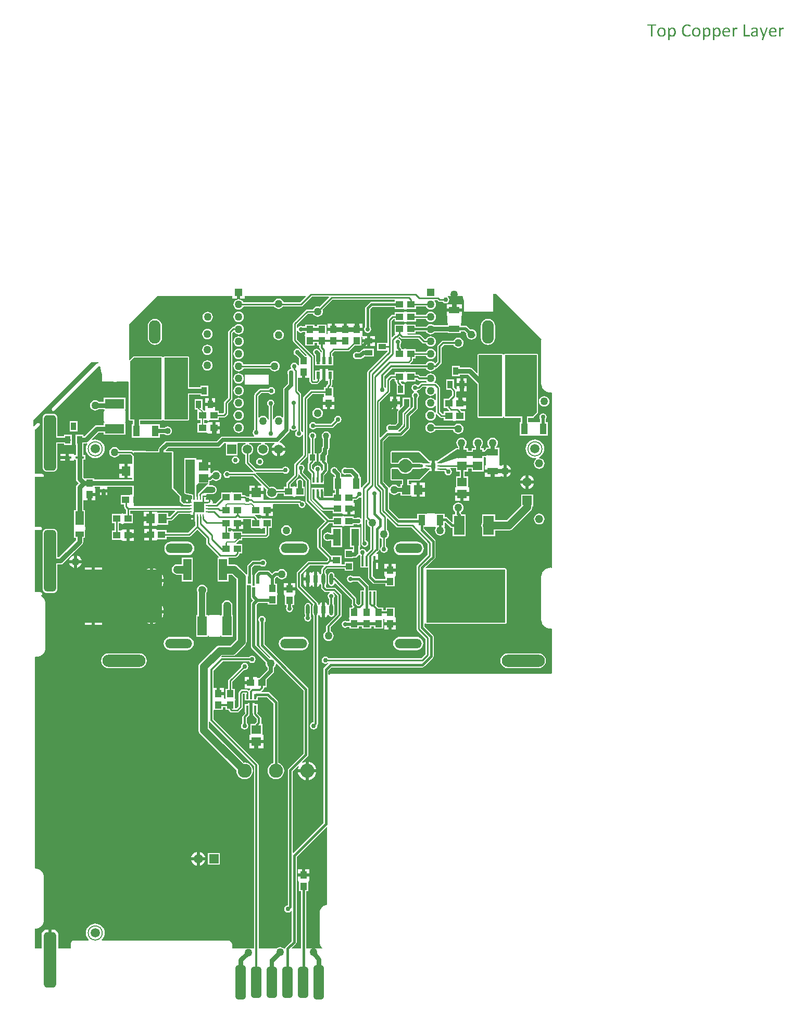
<source format=gbr>
%TF.GenerationSoftware,Altium Limited,Altium Designer,21.6.4 (81)*%
G04 Layer_Physical_Order=1*
G04 Layer_Color=255*
%FSLAX26Y26*%
%MOIN*%
%TF.SameCoordinates,BD845C9F-3E28-4BEA-89B7-7B09B8E8D9D1*%
%TF.FilePolarity,Positive*%
%TF.FileFunction,Copper,L1,Top,Signal*%
%TF.Part,Single*%
G01*
G75*
%TA.AperFunction,NonConductor*%
%ADD10C,0.008000*%
%TA.AperFunction,SMDPad,CuDef*%
%ADD11R,0.057087X0.015748*%
%ADD12R,0.055118X0.086614*%
%ADD13R,0.055118X0.035433*%
%ADD14R,0.043307X0.045276*%
%ADD15R,0.015748X0.023622*%
%ADD16R,0.036221X0.082677*%
%ADD17R,0.083465X0.082677*%
%ADD18R,0.013780X0.066929*%
%ADD19R,0.023622X0.045276*%
%ADD20R,0.019685X0.049213*%
%ADD21R,0.040000X0.040000*%
%ADD22R,0.050000X0.040000*%
%ADD23O,0.023622X0.072835*%
%ADD24R,0.037402X0.039370*%
%ADD25R,0.051181X0.108268*%
%ADD26R,0.059055X0.057087*%
%ADD27R,0.066142X0.124016*%
%ADD28R,0.124000X0.060000*%
%ADD29R,0.027559X0.035433*%
%ADD30O,0.027559X0.009842*%
%ADD31R,0.023622X0.023622*%
%ADD32R,0.059055X0.169291*%
G04:AMPARAMS|DCode=33|XSize=65mil|YSize=220mil|CornerRadius=16.25mil|HoleSize=0mil|Usage=FLASHONLY|Rotation=180.000|XOffset=0mil|YOffset=0mil|HoleType=Round|Shape=RoundedRectangle|*
%AMROUNDEDRECTD33*
21,1,0.065000,0.187500,0,0,180.0*
21,1,0.032500,0.220000,0,0,180.0*
1,1,0.032500,-0.016250,0.093750*
1,1,0.032500,0.016250,0.093750*
1,1,0.032500,0.016250,-0.093750*
1,1,0.032500,-0.016250,-0.093750*
%
%ADD33ROUNDEDRECTD33*%
G04:AMPARAMS|DCode=34|XSize=65mil|YSize=200mil|CornerRadius=16.25mil|HoleSize=0mil|Usage=FLASHONLY|Rotation=180.000|XOffset=0mil|YOffset=0mil|HoleType=Round|Shape=RoundedRectangle|*
%AMROUNDEDRECTD34*
21,1,0.065000,0.167500,0,0,180.0*
21,1,0.032500,0.200000,0,0,180.0*
1,1,0.032500,-0.016250,0.083750*
1,1,0.032500,0.016250,0.083750*
1,1,0.032500,0.016250,-0.083750*
1,1,0.032500,-0.016250,-0.083750*
%
%ADD34ROUNDEDRECTD34*%
%ADD35R,0.070866X0.070866*%
%ADD36O,0.009842X0.031496*%
%ADD37O,0.031496X0.009842*%
%ADD38R,0.045276X0.043307*%
%ADD39R,0.055118X0.137795*%
%ADD40R,0.013780X0.035433*%
%ADD41R,0.060000X0.124000*%
%ADD42R,0.033465X0.051181*%
%ADD43R,0.043307X0.068898*%
%ADD44R,0.057087X0.059055*%
%ADD45R,0.068898X0.043307*%
%ADD46R,0.051181X0.033465*%
%TA.AperFunction,Conductor*%
%ADD47C,0.030000*%
%ADD48C,0.020000*%
%ADD49C,0.010000*%
%ADD50C,0.012000*%
%ADD51C,0.015000*%
%ADD52C,0.025000*%
%ADD53C,0.050000*%
%ADD54C,0.008000*%
%ADD55C,0.040000*%
%TA.AperFunction,ComponentPad*%
%ADD56C,0.050000*%
G04:AMPARAMS|DCode=57|XSize=354.331mil|YSize=78.74mil|CornerRadius=19.685mil|HoleSize=0mil|Usage=FLASHONLY|Rotation=270.000|XOffset=0mil|YOffset=0mil|HoleType=Round|Shape=RoundedRectangle|*
%AMROUNDEDRECTD57*
21,1,0.354331,0.039370,0,0,270.0*
21,1,0.314961,0.078740,0,0,270.0*
1,1,0.039370,-0.019685,-0.157480*
1,1,0.039370,-0.019685,0.157480*
1,1,0.039370,0.019685,0.157480*
1,1,0.039370,0.019685,-0.157480*
%
%ADD57ROUNDEDRECTD57*%
G04:AMPARAMS|DCode=58|XSize=393.701mil|YSize=78.74mil|CornerRadius=19.685mil|HoleSize=0mil|Usage=FLASHONLY|Rotation=270.000|XOffset=0mil|YOffset=0mil|HoleType=Round|Shape=RoundedRectangle|*
%AMROUNDEDRECTD58*
21,1,0.393701,0.039370,0,0,270.0*
21,1,0.354331,0.078740,0,0,270.0*
1,1,0.039370,-0.019685,-0.177165*
1,1,0.039370,-0.019685,0.177165*
1,1,0.039370,0.019685,0.177165*
1,1,0.039370,0.019685,-0.177165*
%
%ADD58ROUNDEDRECTD58*%
%ADD59C,0.090000*%
%ADD60O,0.075000X0.150000*%
%ADD61C,0.157480*%
%ADD62R,0.050000X0.050000*%
%ADD63C,0.059055*%
%ADD64R,0.059055X0.059055*%
%TA.AperFunction,SMDPad,CuDef*%
%ADD65C,0.059055*%
%TA.AperFunction,ComponentPad*%
%ADD66C,0.060000*%
%ADD67R,0.060000X0.060000*%
%ADD68C,0.051968*%
%ADD69C,0.125000*%
%ADD70O,0.173228X0.059055*%
%ADD71O,0.070000X0.125000*%
%ADD72R,0.078740X0.334646*%
%TA.AperFunction,ViaPad*%
%ADD73C,0.050000*%
%TA.AperFunction,WasherPad*%
%ADD74O,0.275591X0.078740*%
%TA.AperFunction,ViaPad*%
%ADD75C,0.028000*%
%ADD76C,0.030000*%
%ADD77C,0.040000*%
%ADD78C,0.024000*%
G36*
X1355000Y4433425D02*
X1385000D01*
Y4450000D01*
X1772134D01*
X1774048Y4445381D01*
X1737922Y4409255D01*
X1631886D01*
X1628825Y4416642D01*
X1623536Y4423536D01*
X1616642Y4428825D01*
X1608615Y4432151D01*
X1600000Y4433285D01*
X1591385Y4432151D01*
X1583358Y4428825D01*
X1576464Y4423536D01*
X1571175Y4416642D01*
X1568114Y4409255D01*
X1374684D01*
X1373825Y4411327D01*
X1368536Y4418221D01*
X1361642Y4423511D01*
X1353614Y4426836D01*
X1345000Y4427970D01*
X1336385Y4426836D01*
X1328357Y4423511D01*
X1321464Y4418221D01*
X1316174Y4411327D01*
X1312849Y4403300D01*
X1311715Y4394685D01*
X1312849Y4386070D01*
X1316174Y4378043D01*
X1321464Y4371149D01*
X1328357Y4365859D01*
X1336385Y4362534D01*
X1345000Y4361400D01*
X1353614Y4362534D01*
X1361642Y4365859D01*
X1368536Y4371149D01*
X1373825Y4378043D01*
X1375773Y4382745D01*
X1571644D01*
X1576464Y4376464D01*
X1583358Y4371175D01*
X1591385Y4367849D01*
X1600000Y4366715D01*
X1608615Y4367849D01*
X1616642Y4371175D01*
X1623536Y4376464D01*
X1628356Y4382745D01*
X1743412D01*
X1748485Y4383754D01*
X1752785Y4386627D01*
X1812583Y4446426D01*
X1921148D01*
X1923062Y4441807D01*
X1862002Y4380747D01*
X1858615Y4382151D01*
X1850000Y4383285D01*
X1841385Y4382151D01*
X1833358Y4378825D01*
X1826464Y4373536D01*
X1821175Y4366642D01*
X1819771Y4363255D01*
X1782104D01*
X1777032Y4362246D01*
X1772732Y4359373D01*
X1695352Y4281993D01*
X1692479Y4277693D01*
X1691470Y4272620D01*
Y4165276D01*
X1692479Y4160203D01*
X1695352Y4155903D01*
X1779580Y4071675D01*
X1777667Y4067055D01*
X1772504D01*
X1741934Y4097626D01*
X1741666Y4098974D01*
X1736582Y4106582D01*
X1728974Y4111666D01*
X1720000Y4113451D01*
X1711026Y4111666D01*
X1703418Y4106582D01*
X1698334Y4098974D01*
X1696549Y4090000D01*
X1698334Y4081026D01*
X1703418Y4073418D01*
X1711026Y4068334D01*
X1712374Y4068066D01*
X1730347Y4050094D01*
Y4009582D01*
X1726994Y4006617D01*
X1722137Y4007900D01*
X1721923Y4008974D01*
X1716839Y4016582D01*
X1709232Y4021666D01*
X1700257Y4023451D01*
X1691283Y4021666D01*
X1683675Y4016582D01*
X1678592Y4008974D01*
X1676807Y4000000D01*
X1678592Y3991026D01*
X1680835Y3987669D01*
X1680633Y3986494D01*
X1678304Y3982456D01*
X1671026Y3981008D01*
X1663418Y3975925D01*
X1658334Y3968317D01*
X1656549Y3959343D01*
X1658334Y3950368D01*
X1659098Y3949225D01*
Y3888658D01*
X1635220Y3864780D01*
X1630689Y3857999D01*
X1629098Y3850000D01*
X1629098Y3849999D01*
Y3674500D01*
X1624098Y3672803D01*
X1623536Y3673536D01*
X1616642Y3678825D01*
X1608615Y3682151D01*
X1600000Y3683285D01*
X1591385Y3682151D01*
X1583358Y3678825D01*
X1576464Y3673536D01*
X1571175Y3666642D01*
X1568255Y3659593D01*
X1563255Y3660588D01*
Y3745195D01*
X1566582Y3747418D01*
X1571666Y3755026D01*
X1573451Y3764000D01*
X1571666Y3772974D01*
X1566582Y3780582D01*
X1558974Y3785666D01*
X1550000Y3787451D01*
X1541026Y3785666D01*
X1533418Y3780582D01*
X1528334Y3772974D01*
X1526549Y3764000D01*
X1528334Y3755026D01*
X1533418Y3747418D01*
X1536745Y3745195D01*
Y3660588D01*
X1531745Y3659593D01*
X1528825Y3666642D01*
X1523536Y3673536D01*
X1516642Y3678825D01*
X1508615Y3682151D01*
X1500000Y3683285D01*
X1491385Y3682151D01*
X1483358Y3678825D01*
X1476464Y3673536D01*
X1475840Y3672723D01*
X1470840Y3674420D01*
Y3810095D01*
X1490490Y3829745D01*
X1535192D01*
X1537416Y3826418D01*
X1545024Y3821334D01*
X1553998Y3819549D01*
X1562972Y3821334D01*
X1570580Y3826418D01*
X1575663Y3834026D01*
X1577448Y3843000D01*
X1575663Y3851974D01*
X1570580Y3859582D01*
X1562972Y3864666D01*
X1553998Y3866451D01*
X1545024Y3864666D01*
X1537416Y3859582D01*
X1535192Y3856255D01*
X1485000D01*
X1479928Y3855246D01*
X1475628Y3852372D01*
X1448213Y3824958D01*
X1445340Y3820658D01*
X1444331Y3815586D01*
Y3593805D01*
X1441003Y3591582D01*
X1435920Y3583974D01*
X1434135Y3575000D01*
X1435920Y3566026D01*
X1441003Y3558418D01*
X1444769Y3555902D01*
X1443253Y3550902D01*
X1245013D01*
X1237014Y3549311D01*
X1230233Y3544780D01*
X1206355Y3520902D01*
X885808D01*
X877809Y3519311D01*
X871028Y3514780D01*
X871028Y3514779D01*
X836638Y3480389D01*
X832107Y3473608D01*
X830515Y3465610D01*
X830516Y3465609D01*
Y3461056D01*
X826973Y3457528D01*
X672706Y3458157D01*
X672697Y3458155D01*
X672688Y3458157D01*
X671131Y3457850D01*
X669582Y3457548D01*
X669574Y3457544D01*
X669566Y3457542D01*
X668906Y3457103D01*
X666636Y3459372D01*
X662336Y3462246D01*
X657264Y3463255D01*
X580229D01*
X578826Y3466642D01*
X573536Y3473536D01*
X566642Y3478825D01*
X558615Y3482151D01*
X550000Y3483285D01*
X541385Y3482151D01*
X533358Y3478825D01*
X526464Y3473536D01*
X521174Y3466642D01*
X517849Y3458615D01*
X516715Y3450000D01*
X517849Y3441385D01*
X521174Y3433358D01*
X526464Y3426464D01*
X533358Y3421175D01*
X541385Y3417849D01*
X550000Y3416715D01*
X558615Y3417849D01*
X566642Y3421175D01*
X573536Y3426464D01*
X578826Y3433358D01*
X580229Y3436745D01*
X651774D01*
X664465Y3424054D01*
X664369Y3374543D01*
X632727D01*
Y3330015D01*
Y3285488D01*
X660656D01*
X664188Y3281948D01*
X664178Y3276530D01*
X420848D01*
Y3283717D01*
X361541D01*
Y3283717D01*
X357013Y3281842D01*
X349645Y3289210D01*
Y3401788D01*
X363777D01*
Y3433536D01*
X349645D01*
Y3496765D01*
X350328D01*
Y3506904D01*
X367352D01*
X372085Y3507846D01*
X372145Y3507805D01*
X375137Y3503355D01*
X370523Y3494722D01*
X367094Y3483418D01*
X365936Y3471662D01*
X367094Y3459906D01*
X370523Y3448602D01*
X376091Y3438184D01*
X383585Y3429053D01*
X392716Y3421559D01*
X403134Y3415990D01*
X414438Y3412561D01*
X426194Y3411403D01*
X437950Y3412561D01*
X449254Y3415990D01*
X459672Y3421559D01*
X468804Y3429053D01*
X476298Y3438184D01*
X481866Y3448602D01*
X485295Y3459906D01*
X486453Y3471662D01*
X485295Y3483418D01*
X481866Y3494722D01*
X476298Y3505140D01*
X468804Y3514271D01*
X459672Y3521765D01*
X449254Y3527334D01*
X437950Y3530763D01*
X426194Y3531921D01*
X414438Y3530763D01*
X405189Y3527957D01*
X402539Y3532378D01*
X446711Y3576549D01*
X481477D01*
Y3562000D01*
X621477D01*
Y3638000D01*
X616839D01*
X616019Y3640573D01*
X616007Y3643000D01*
X618686Y3644790D01*
X620897Y3648098D01*
X621673Y3652000D01*
Y3708000D01*
X620897Y3711902D01*
X618686Y3715210D01*
X616007Y3717000D01*
X616019Y3719427D01*
X616839Y3722000D01*
X621477D01*
Y3798000D01*
X481477D01*
Y3773451D01*
X449796D01*
X449730Y3773536D01*
X442837Y3778825D01*
X434809Y3782151D01*
X426194Y3783285D01*
X417580Y3782151D01*
X409552Y3778825D01*
X402659Y3773536D01*
X397369Y3766642D01*
X394044Y3758615D01*
X392910Y3750000D01*
X394044Y3741385D01*
X397369Y3733358D01*
X402659Y3726464D01*
X409552Y3721175D01*
X417580Y3717849D01*
X426194Y3716715D01*
X434809Y3717849D01*
X442837Y3721175D01*
X449730Y3726464D01*
X449796Y3726549D01*
X481477D01*
Y3722000D01*
X486115D01*
X486935Y3719427D01*
X486947Y3717000D01*
X484267Y3715210D01*
X482057Y3711902D01*
X481281Y3708000D01*
Y3652000D01*
X482057Y3648098D01*
X484267Y3644790D01*
X486947Y3643000D01*
X486935Y3640573D01*
X486115Y3638000D01*
X481477D01*
Y3623451D01*
X436997D01*
X428023Y3621666D01*
X420415Y3616582D01*
X357638Y3553806D01*
X350328D01*
Y3563945D01*
X300864D01*
Y3496765D01*
X302744D01*
Y3437072D01*
X299208Y3433536D01*
X290690Y3433536D01*
X290068Y3438278D01*
Y3440536D01*
X256525D01*
Y3417662D01*
Y3394788D01*
X290068D01*
Y3397046D01*
X290690Y3401788D01*
X299208Y3401788D01*
X302744Y3398252D01*
Y3279497D01*
X304529Y3270523D01*
X309612Y3262915D01*
X319448Y3253079D01*
X309612Y3243244D01*
X304529Y3235636D01*
X302744Y3226662D01*
Y3079386D01*
X290635D01*
Y2976984D01*
X290580Y2976902D01*
X289804Y2973000D01*
Y2957000D01*
X290580Y2953098D01*
X290635Y2953016D01*
Y2901969D01*
X302744D01*
Y2886376D01*
X194804Y2778436D01*
X184619D01*
Y2932150D01*
X183667Y2939378D01*
X180878Y2946112D01*
X176440Y2951896D01*
X170657Y2956333D01*
X163922Y2959123D01*
X156695Y2960074D01*
X117325D01*
X110098Y2959123D01*
X103363Y2956333D01*
X97580Y2951896D01*
X93142Y2946112D01*
X90352Y2939378D01*
X89401Y2932150D01*
Y2577820D01*
X90352Y2570592D01*
X93142Y2563858D01*
X97580Y2558074D01*
X103363Y2553637D01*
X110098Y2550847D01*
X117325Y2549896D01*
X156695D01*
X163922Y2550847D01*
X170657Y2553637D01*
X176440Y2558074D01*
X180878Y2563858D01*
X183667Y2570592D01*
X184619Y2577820D01*
Y2731534D01*
X204518D01*
X213492Y2733320D01*
X221100Y2738403D01*
X342776Y2860080D01*
X347860Y2867688D01*
X349645Y2876662D01*
Y2901969D01*
X361753D01*
Y2953402D01*
X361753D01*
X361534Y2953670D01*
X362196Y2957000D01*
Y2973000D01*
X361506Y2976470D01*
X361753Y2976772D01*
X361753D01*
Y3079386D01*
X349645D01*
Y3142356D01*
X354541Y3142607D01*
Y3142607D01*
X381194D01*
Y3180245D01*
X391194D01*
Y3190245D01*
X427848D01*
Y3217883D01*
X425279D01*
X424707Y3220759D01*
X422387Y3224232D01*
X421793Y3224629D01*
X422564Y3229629D01*
X453636D01*
X458320Y3228866D01*
X458320Y3224629D01*
Y3212055D01*
X504068D01*
Y3228866D01*
X508753Y3229629D01*
X660547D01*
X664079Y3226090D01*
X663997Y3183946D01*
X658991Y3180623D01*
X657264Y3180966D01*
X653167Y3180151D01*
X649694Y3177831D01*
X648666Y3176292D01*
X590209D01*
Y3116985D01*
X610842D01*
Y3101993D01*
X611851Y3096921D01*
X614724Y3092621D01*
X623163Y3084182D01*
Y3054653D01*
X608598D01*
X607570Y3056192D01*
X604097Y3058513D01*
X600000Y3059328D01*
X595903Y3058513D01*
X592430Y3056192D01*
X591402Y3054653D01*
X532945D01*
Y2995347D01*
X550328D01*
Y2950292D01*
X532945D01*
Y2890985D01*
X591402D01*
X592430Y2889447D01*
X595903Y2887126D01*
X598780Y2886554D01*
Y2883985D01*
X626417D01*
Y2920639D01*
Y2957292D01*
X598780D01*
Y2954724D01*
X595903Y2954151D01*
X592430Y2951831D01*
X591402Y2950292D01*
X576837D01*
Y2995347D01*
X591402D01*
X592430Y2993808D01*
X595903Y2991487D01*
X600000Y2990672D01*
X604097Y2991487D01*
X607570Y2993808D01*
X608598Y2995347D01*
X667055D01*
Y3054653D01*
X649672D01*
Y3076418D01*
X936125D01*
X938038Y3071798D01*
X904510Y3038270D01*
X894792D01*
Y3062543D01*
X825020D01*
Y3069543D01*
X791477D01*
Y3025015D01*
Y2980488D01*
X825020D01*
Y2987488D01*
X894792D01*
Y3011760D01*
X910000D01*
X915072Y3012769D01*
X919372Y3015642D01*
X960475Y3056745D01*
X1006386D01*
X1006449Y3056733D01*
X1029622D01*
X1032589Y3057323D01*
X1038244D01*
Y3050460D01*
X1052967D01*
X1053000Y3065000D01*
X1064000D01*
X1064077Y3047000D01*
X1059149Y3040460D01*
X1064077Y3033622D01*
Y3007572D01*
X1065265Y3006597D01*
Y2979827D01*
X1020354Y2934917D01*
X882055D01*
Y2951315D01*
X823598D01*
X822570Y2952854D01*
X819097Y2955175D01*
X816220Y2955747D01*
Y2958315D01*
X788583D01*
Y2921662D01*
Y2885008D01*
X816220D01*
Y2887577D01*
X819097Y2888149D01*
X822570Y2890470D01*
X823598Y2892008D01*
X882055D01*
Y2908407D01*
X1025844D01*
X1030917Y2909416D01*
X1035217Y2912289D01*
X1078519Y2955592D01*
X1135922Y2898189D01*
Y2868555D01*
X1136931Y2863483D01*
X1139804Y2859183D01*
X1217089Y2781898D01*
X1215293Y2776898D01*
X1208614D01*
Y2623102D01*
X1279732D01*
Y2666715D01*
X1301260D01*
X1328920Y2639055D01*
Y2253858D01*
X1289449Y2214387D01*
X1222244D01*
X1213629Y2213253D01*
X1205602Y2209928D01*
X1198708Y2204638D01*
X1096141Y2102071D01*
X1090851Y2095177D01*
X1089474Y2091852D01*
X1087526Y2087150D01*
X1086392Y2078535D01*
Y1674166D01*
X1087526Y1665551D01*
X1089474Y1660849D01*
X1090851Y1657524D01*
X1096141Y1650630D01*
X1329390Y1417381D01*
X1328647Y1411739D01*
X1330468Y1397903D01*
X1335809Y1385010D01*
X1344304Y1373939D01*
X1355375Y1365443D01*
X1368268Y1360103D01*
X1382104Y1358281D01*
X1395940Y1360103D01*
X1408833Y1365443D01*
X1419904Y1373939D01*
X1428399Y1385010D01*
X1433740Y1397903D01*
X1435561Y1411739D01*
X1433740Y1425574D01*
X1428399Y1438467D01*
X1419904Y1449539D01*
X1408833Y1458034D01*
X1395940Y1463374D01*
X1382104Y1465196D01*
X1376461Y1464453D01*
X1152962Y1687953D01*
Y1726812D01*
X1157962Y1728329D01*
X1159907Y1725418D01*
X1443311Y1442014D01*
Y275000D01*
X1301900D01*
Y301662D01*
X1302194D01*
X1300215Y311611D01*
X1294579Y320046D01*
X1286144Y325682D01*
X1276194Y327661D01*
Y327368D01*
X470104D01*
X468420Y332075D01*
X468804Y332391D01*
X476298Y341522D01*
X481866Y351940D01*
X485295Y363244D01*
X486453Y375000D01*
X485295Y386756D01*
X481866Y398060D01*
X476298Y408478D01*
X468804Y417609D01*
X459672Y425103D01*
X449254Y430672D01*
X437950Y434101D01*
X426194Y435259D01*
X414438Y434101D01*
X403134Y430672D01*
X392716Y425103D01*
X383585Y417609D01*
X376091Y408478D01*
X370523Y398060D01*
X367094Y386756D01*
X365936Y375000D01*
X367094Y363244D01*
X370523Y351940D01*
X376091Y341522D01*
X383585Y332391D01*
X383969Y332075D01*
X382285Y327368D01*
X291194D01*
Y327563D01*
X283196Y325973D01*
X276415Y321442D01*
X271884Y314661D01*
X270293Y306662D01*
X270489D01*
Y275000D01*
X191679D01*
Y361284D01*
X190487Y370339D01*
X186992Y378776D01*
X181433Y386022D01*
X174187Y391582D01*
X165750Y395077D01*
X156695Y396269D01*
X147010D01*
Y203804D01*
X127010D01*
Y396269D01*
X117325D01*
X108270Y395077D01*
X99833Y391582D01*
X92587Y386022D01*
X87028Y378776D01*
X83533Y370339D01*
X82341Y361284D01*
Y275000D01*
X40196D01*
Y401739D01*
X51370Y402839D01*
X62303Y406156D01*
X72379Y411541D01*
X81211Y418789D01*
X88459Y427621D01*
X93844Y437697D01*
X97161Y448630D01*
X98281Y460000D01*
Y730000D01*
X97161Y741370D01*
X93844Y752303D01*
X88459Y762379D01*
X81211Y771211D01*
X72379Y778458D01*
X62303Y783844D01*
X51370Y787161D01*
X40196Y788261D01*
Y2138962D01*
X43901Y2142320D01*
X50000Y2141719D01*
X61370Y2142839D01*
X72303Y2146156D01*
X82379Y2151541D01*
X91211Y2158789D01*
X98459Y2167621D01*
X103844Y2177697D01*
X107161Y2188630D01*
X108281Y2200000D01*
Y2480000D01*
X107161Y2491370D01*
X103844Y2502303D01*
X98459Y2512379D01*
X91211Y2521211D01*
X82379Y2528459D01*
X79223Y2530146D01*
X80002Y2535398D01*
X80916Y2535580D01*
X84224Y2537790D01*
X86434Y2541098D01*
X87210Y2545000D01*
X86434Y2548902D01*
X84224Y2552210D01*
X80916Y2554420D01*
X77014Y2555196D01*
X40196D01*
Y2952804D01*
X75000D01*
X78902Y2953580D01*
X82210Y2955790D01*
X84420Y2959098D01*
X85196Y2963000D01*
X84420Y2966902D01*
X82210Y2970210D01*
X78902Y2972420D01*
X75000Y2973196D01*
X40196D01*
Y3291466D01*
X86000D01*
X89902Y3292242D01*
X93210Y3294452D01*
X95420Y3297760D01*
X96196Y3301662D01*
X95420Y3305564D01*
X93210Y3308872D01*
X89902Y3311082D01*
X86000Y3311858D01*
X40196D01*
Y3586639D01*
X39420Y3590541D01*
X38698Y3591620D01*
X39146Y3593285D01*
X41246Y3596707D01*
X43902Y3597235D01*
X47210Y3599446D01*
X68882Y3621118D01*
X71092Y3624426D01*
X71868Y3628328D01*
X71092Y3632229D01*
X68882Y3635537D01*
X65574Y3637747D01*
X61672Y3638524D01*
X57771Y3637747D01*
X54463Y3635537D01*
X35000Y3616075D01*
X30000Y3618146D01*
Y3655000D01*
X400000Y4025000D01*
X447630D01*
X447958Y4020000D01*
X444056Y4019486D01*
X436758Y4016463D01*
X430491Y4011655D01*
X430445Y4011594D01*
X426959Y4008033D01*
X328616Y3909690D01*
X150789Y3731864D01*
X148579Y3728556D01*
X147803Y3724654D01*
X148579Y3720752D01*
X150789Y3717444D01*
X154097Y3715234D01*
X157999Y3714458D01*
X161900Y3715234D01*
X165208Y3717444D01*
X343035Y3895271D01*
X444920Y3997156D01*
X444952Y3997159D01*
X445024Y3997087D01*
X445038Y3997108D01*
X448181Y3999207D01*
X451887Y3999945D01*
X455594Y3999207D01*
X458736Y3997108D01*
X460293Y3994778D01*
X461452Y3990258D01*
X461452Y3990258D01*
X463190Y3972615D01*
X468336Y3955650D01*
X471194Y3950302D01*
Y3906286D01*
X475000Y3902481D01*
X531211D01*
X534244Y3901561D01*
X551887Y3899823D01*
X569530Y3901561D01*
X572564Y3902481D01*
X636417D01*
X640308Y3899802D01*
Y3661063D01*
X640929Y3657941D01*
X642697Y3655295D01*
X645343Y3653527D01*
X648465Y3652906D01*
X667494D01*
Y3629088D01*
X661291D01*
Y3544190D01*
X720598D01*
X720598Y3544190D01*
Y3544190D01*
X725521Y3544003D01*
X725903Y3543748D01*
X730000Y3542933D01*
X770000D01*
X774097Y3543748D01*
X774479Y3544003D01*
X779402Y3544190D01*
X779402Y3544190D01*
X779402Y3544190D01*
X838709D01*
Y3565737D01*
X870245D01*
X874879Y3562181D01*
X881691Y3559359D01*
X889000Y3558397D01*
X896309Y3559359D01*
X903121Y3562181D01*
X908970Y3566669D01*
X913458Y3572518D01*
X916279Y3579329D01*
X917242Y3586639D01*
X916279Y3593948D01*
X913458Y3600760D01*
X908970Y3606608D01*
X903121Y3611097D01*
X896309Y3613918D01*
X889000Y3614880D01*
X881691Y3613918D01*
X874879Y3611097D01*
X870245Y3607540D01*
X838709D01*
Y3629088D01*
X779402D01*
X779402Y3629088D01*
Y3629088D01*
X774479Y3629274D01*
X774097Y3629530D01*
X770000Y3630344D01*
X730000D01*
X725903Y3629530D01*
X725521Y3629274D01*
X720598Y3629088D01*
X720598Y3629088D01*
X720598Y3629088D01*
X714395D01*
Y3652906D01*
X850000D01*
X853121Y3653527D01*
X855768Y3655295D01*
X857405Y3657746D01*
X858705Y3657941D01*
X861295D01*
X862595Y3657746D01*
X864232Y3655295D01*
X866879Y3653527D01*
X870000Y3652906D01*
X1018740D01*
X1021861Y3653527D01*
X1024508Y3655295D01*
X1026276Y3657941D01*
X1026897Y3661063D01*
Y3819857D01*
X1100268D01*
Y3809717D01*
X1149732D01*
Y3876898D01*
X1100268D01*
Y3866758D01*
X1026897D01*
Y4054763D01*
X1026276Y4057885D01*
X1024508Y4060531D01*
X1021861Y4062299D01*
X1018740Y4062920D01*
X870000D01*
X866879Y4062299D01*
X864232Y4060531D01*
X862595Y4058080D01*
X861295Y4057885D01*
X858705D01*
X857405Y4058080D01*
X855768Y4060531D01*
X853121Y4062299D01*
X850000Y4062920D01*
X674056D01*
X674055Y4062920D01*
X670934Y4062299D01*
X668288Y4060531D01*
X668287Y4060531D01*
X647612Y4039856D01*
X642612Y4041927D01*
Y4261897D01*
X642607Y4261923D01*
X643848Y4268162D01*
X647382Y4273450D01*
X647404Y4273465D01*
X823939Y4450000D01*
X1305000D01*
Y4433425D01*
X1335000D01*
Y4473425D01*
X1355000D01*
Y4433425D01*
D02*
G37*
G36*
X2995985Y4460465D02*
X3282771Y4173679D01*
X3281719Y4163000D01*
Y3890000D01*
X3282839Y3878630D01*
X3286156Y3867697D01*
X3291541Y3857621D01*
X3298789Y3848789D01*
X3307621Y3841541D01*
X3317697Y3836156D01*
X3328630Y3832839D01*
X3340000Y3831719D01*
X3345294Y3832241D01*
X3348999Y3828883D01*
Y2714117D01*
X3345294Y2710759D01*
X3340000Y2711281D01*
X3328630Y2710161D01*
X3317697Y2706844D01*
X3307621Y2701459D01*
X3298789Y2694211D01*
X3291541Y2685379D01*
X3286156Y2675303D01*
X3282839Y2664370D01*
X3281719Y2653000D01*
Y2380000D01*
X3282839Y2368630D01*
X3286156Y2357697D01*
X3291541Y2347621D01*
X3298789Y2338789D01*
X3307621Y2331541D01*
X3317697Y2326156D01*
X3328630Y2322839D01*
X3340000Y2321719D01*
X3345294Y2322241D01*
X3348999Y2318883D01*
Y2036662D01*
X3348900D01*
X3348108Y2034748D01*
X3346194Y2033956D01*
Y2033858D01*
X1943194D01*
Y2033938D01*
X1934841Y2032838D01*
X1927056Y2029614D01*
X1922705Y2026275D01*
X1917705Y2028740D01*
Y2053454D01*
X1938447Y2074196D01*
X2520000D01*
X2526048Y2075399D01*
X2531175Y2078825D01*
X2536229Y2083879D01*
X2536331Y2083899D01*
X2541458Y2087325D01*
X2587696Y2133563D01*
X2591122Y2138690D01*
X2592325Y2144738D01*
Y2270575D01*
X2591122Y2276623D01*
X2587696Y2281750D01*
X2533995Y2335452D01*
Y2354116D01*
X2538995Y2355622D01*
X2539923Y2354232D01*
X2542570Y2352464D01*
X2545691Y2351843D01*
X3050691D01*
X3053812Y2352464D01*
X3056459Y2354232D01*
X3058227Y2356879D01*
X3058848Y2360000D01*
Y2700000D01*
X3058227Y2703121D01*
X3056459Y2705768D01*
X3053812Y2707536D01*
X3050691Y2708157D01*
X2545691D01*
X2544052Y2707831D01*
X2541581Y2712431D01*
X2571720Y2742570D01*
X2575081Y2744815D01*
X2600185Y2769920D01*
X2603610Y2775047D01*
X2604814Y2781095D01*
Y2880990D01*
X2603610Y2887038D01*
X2600185Y2892165D01*
X2531749Y2960601D01*
Y2972796D01*
X2545598D01*
X2545598Y2972796D01*
Y2972796D01*
X2550521Y2972609D01*
X2550903Y2972354D01*
X2555000Y2971539D01*
X2595000D01*
X2599097Y2972354D01*
X2599479Y2972609D01*
X2604402Y2972796D01*
X2606573Y2968393D01*
X2605230Y2966642D01*
X2601905Y2958615D01*
X2600770Y2950000D01*
X2601905Y2941385D01*
X2605230Y2933358D01*
X2610519Y2926464D01*
X2617413Y2921175D01*
X2625440Y2917849D01*
X2634055Y2916715D01*
X2642670Y2917849D01*
X2650698Y2921175D01*
X2657591Y2926464D01*
X2662881Y2933358D01*
X2666206Y2941385D01*
X2667340Y2950000D01*
X2666206Y2958615D01*
X2662881Y2966642D01*
X2661537Y2968393D01*
X2663709Y2972796D01*
X2663709D01*
Y2998532D01*
X2668709Y3000604D01*
X2698825Y2970487D01*
X2703952Y2967061D01*
X2710000Y2965858D01*
X2714835D01*
Y2912237D01*
X2796976D01*
Y3052253D01*
X2770953D01*
X2770506Y3054499D01*
X2767080Y3059627D01*
X2766218Y3060489D01*
X2766564Y3065038D01*
X2767242Y3066537D01*
X2773536Y3071366D01*
X2778825Y3078260D01*
X2782151Y3086287D01*
X2783285Y3094902D01*
X2782151Y3103517D01*
X2778825Y3111544D01*
X2773536Y3118438D01*
X2766642Y3123728D01*
X2758615Y3127053D01*
X2750000Y3128187D01*
X2741385Y3127053D01*
X2733358Y3123728D01*
X2726464Y3118438D01*
X2721175Y3111544D01*
X2717849Y3103517D01*
X2716715Y3094902D01*
X2717849Y3086287D01*
X2721175Y3078260D01*
X2726464Y3071366D01*
X2731235Y3067706D01*
Y3057319D01*
X2731474Y3056118D01*
X2728302Y3052253D01*
X2714835D01*
Y3005710D01*
X2710215Y3003796D01*
X2682870Y3031141D01*
X2677743Y3034567D01*
X2671696Y3035770D01*
X2663709D01*
Y3057693D01*
X2604402D01*
X2604402Y3057694D01*
Y3057694D01*
X2599479Y3057880D01*
X2599097Y3058135D01*
X2595000Y3058950D01*
X2555000D01*
X2550903Y3058135D01*
X2550521Y3057880D01*
X2545598Y3057694D01*
X2545598Y3057694D01*
X2545598Y3057693D01*
X2486291D01*
Y3026648D01*
X2369871D01*
X2305804Y3090715D01*
Y3193258D01*
X2310804Y3194253D01*
X2311175Y3193358D01*
X2316464Y3186464D01*
X2323358Y3181175D01*
X2331385Y3177849D01*
X2340000Y3176715D01*
X2348615Y3177849D01*
X2356642Y3181175D01*
X2363536Y3186464D01*
X2365569Y3189113D01*
X2379617D01*
Y3172488D01*
X2449390D01*
Y3165488D01*
X2482933D01*
Y3210015D01*
Y3254543D01*
X2449390D01*
Y3247543D01*
X2432130D01*
Y3268317D01*
X2495304D01*
X2496138Y3268151D01*
X2499170D01*
X2500684Y3268452D01*
X2502198Y3268734D01*
X2502241Y3268762D01*
X2502291Y3268772D01*
X2503577Y3269631D01*
X2504866Y3270469D01*
X2566298Y3330398D01*
X2581477D01*
Y3363115D01*
Y3395831D01*
X2566182D01*
X2503058Y3455472D01*
X2501807Y3456257D01*
X2500921Y3456849D01*
X2500789Y3456952D01*
X2500753Y3456961D01*
X2500577Y3457079D01*
X2499971Y3457330D01*
X2499734Y3457438D01*
X2499679Y3457451D01*
X2499533Y3457512D01*
X2499473Y3457552D01*
X2499402Y3457566D01*
X2499035Y3457718D01*
X2497502Y3458023D01*
X2495916Y3458339D01*
X2495915Y3458338D01*
X2495914Y3458339D01*
X2495079Y3458173D01*
X2326428D01*
X2325639Y3458016D01*
X2324835Y3458016D01*
X2324446Y3457938D01*
X2323705Y3457631D01*
X2323307Y3457552D01*
X2323306Y3457552D01*
X2322917Y3457474D01*
X2322550Y3457322D01*
X2321882Y3456876D01*
X2321140Y3456568D01*
X2320810Y3456348D01*
X2320479Y3456017D01*
X2320276Y3455920D01*
X2320015Y3455629D01*
X2319576Y3455336D01*
X2319436Y3455195D01*
X2319435Y3455194D01*
X2319434Y3455193D01*
X2319434Y3455193D01*
X2319424Y3455184D01*
X2319424Y3455183D01*
X2319412Y3455172D01*
X2319402Y3455162D01*
X2319402Y3455161D01*
X2319400Y3455160D01*
X2319260Y3455019D01*
X2318815Y3454352D01*
X2318248Y3453785D01*
X2318027Y3453455D01*
X2317875Y3453088D01*
X2317875Y3453088D01*
X2317719Y3452713D01*
X2317273Y3452045D01*
X2317122Y3451679D01*
X2316965Y3450890D01*
X2316657Y3450148D01*
X2316580Y3449758D01*
X2316580Y3448956D01*
X2316501Y3448557D01*
Y3448557D01*
X2316423Y3448168D01*
Y3384620D01*
X2316760Y3382926D01*
X2317044Y3381499D01*
X2317351Y3380758D01*
X2317351Y3380758D01*
X2317351Y3380758D01*
X2318239Y3379428D01*
X2319119Y3378112D01*
X2319119Y3378112D01*
X2319119Y3378111D01*
X2319686Y3377545D01*
X2319686Y3377544D01*
X2322332Y3375776D01*
X2322332Y3375776D01*
X2323073Y3375470D01*
X2324500Y3375186D01*
X2326194Y3374849D01*
X2362966D01*
X2364114Y3375077D01*
X2364922Y3375151D01*
X2365007Y3375150D01*
X2365036Y3375162D01*
X2365280Y3375184D01*
X2365840Y3375350D01*
X2366056Y3375464D01*
X2366087Y3375470D01*
X2366157Y3375517D01*
X2366876Y3375895D01*
X2367628Y3376194D01*
X2367711Y3376217D01*
X2367735Y3376237D01*
X2367964Y3376328D01*
X2368453Y3376645D01*
X2368629Y3376816D01*
X2368657Y3376831D01*
X2368711Y3376896D01*
X2369292Y3377461D01*
X2369934Y3377966D01*
X2370004Y3378010D01*
X2370021Y3378035D01*
X2370212Y3378185D01*
X2370591Y3378628D01*
X2370712Y3378843D01*
X2370734Y3378865D01*
X2370768Y3378943D01*
X2371165Y3379651D01*
X2371843Y3380608D01*
X2371902Y3380739D01*
X2373264Y3383515D01*
X2376646Y3388864D01*
X2380665Y3393560D01*
X2385316Y3397632D01*
X2390501Y3400995D01*
X2396116Y3403581D01*
X2402043Y3405334D01*
X2408307Y3406242D01*
X2411251Y3406347D01*
X2414195Y3406242D01*
X2420457Y3405335D01*
X2426383Y3403582D01*
X2431996Y3400998D01*
X2437182Y3397636D01*
X2441832Y3393565D01*
X2445851Y3388871D01*
X2449234Y3383524D01*
X2450662Y3380616D01*
X2450836Y3380388D01*
X2450939Y3380077D01*
X2451037Y3379906D01*
X2451300Y3379603D01*
X2451463Y3379237D01*
X2451577Y3379076D01*
X2451869Y3378799D01*
X2451874Y3378787D01*
X2451879Y3378783D01*
X2452070Y3378448D01*
X2452199Y3378299D01*
X2452521Y3378048D01*
X2452756Y3377716D01*
X2452828Y3377648D01*
X2452945Y3377536D01*
X2453603Y3377118D01*
X2454164Y3376577D01*
X2454488Y3376369D01*
X2455213Y3376083D01*
X2455867Y3375657D01*
X2456224Y3375514D01*
X2456992Y3375371D01*
X2457714Y3375077D01*
X2458092Y3375004D01*
X2458871Y3375009D01*
X2459635Y3374857D01*
X2495456D01*
X2519827Y3372234D01*
X2523668Y3366792D01*
X2522937Y3363115D01*
X2523653Y3359514D01*
X2519770Y3354081D01*
X2496694Y3351669D01*
X2496138Y3351780D01*
X2495402Y3351633D01*
X2459859D01*
X2459094Y3351481D01*
X2458315Y3351486D01*
X2457937Y3351413D01*
X2457215Y3351119D01*
X2456449Y3350976D01*
X2456091Y3350832D01*
X2455438Y3350407D01*
X2454713Y3350121D01*
X2454389Y3349913D01*
X2453828Y3349372D01*
X2453170Y3348954D01*
X2453048Y3348838D01*
X2453048Y3348838D01*
X2452977Y3348770D01*
X2452940Y3348718D01*
X2452893Y3348687D01*
X2452711Y3348415D01*
X2452423Y3348191D01*
X2452294Y3348042D01*
X2452103Y3347707D01*
X2452099Y3347703D01*
X2452094Y3347691D01*
X2451802Y3347414D01*
X2451688Y3347253D01*
X2451524Y3346887D01*
X2451261Y3346584D01*
X2451164Y3346412D01*
X2451075Y3346148D01*
X2450930Y3345961D01*
X2448980Y3342108D01*
X2444137Y3335210D01*
X2438209Y3329497D01*
X2431302Y3325019D01*
X2423668Y3321940D01*
X2415586Y3320372D01*
X2407354Y3320373D01*
X2399274Y3321943D01*
X2391640Y3325024D01*
X2384733Y3329503D01*
X2378807Y3335217D01*
X2373966Y3342117D01*
X2372105Y3345797D01*
X2372067Y3345883D01*
X2372049Y3345908D01*
X2372017Y3345971D01*
X2371885Y3346140D01*
X2371390Y3346839D01*
X2370993Y3347546D01*
X2370959Y3347625D01*
X2370936Y3347647D01*
X2370816Y3347861D01*
X2370436Y3348305D01*
X2370245Y3348455D01*
X2370227Y3348480D01*
X2370157Y3348524D01*
X2369517Y3349028D01*
X2368936Y3349593D01*
X2368882Y3349658D01*
X2368854Y3349673D01*
X2368678Y3349844D01*
X2368188Y3350162D01*
X2367960Y3350253D01*
X2367935Y3350273D01*
X2367853Y3350296D01*
X2367101Y3350595D01*
X2366380Y3350974D01*
X2366311Y3351020D01*
X2366282Y3351026D01*
X2366065Y3351140D01*
X2365506Y3351305D01*
X2365261Y3351328D01*
X2365231Y3351340D01*
X2365146Y3351338D01*
X2364339Y3351412D01*
X2363190Y3351641D01*
X2326418D01*
X2323297Y3351020D01*
X2322556Y3350713D01*
X2321560Y3350048D01*
X2319910Y3348945D01*
X2319343Y3348378D01*
X2319343Y3348378D01*
X2317575Y3345732D01*
X2317575Y3345732D01*
X2317268Y3344991D01*
X2316985Y3343564D01*
X2316648Y3341870D01*
Y3278322D01*
X2316725Y3277933D01*
Y3277932D01*
X2316804Y3277534D01*
X2316804Y3276731D01*
X2316882Y3276342D01*
X2317189Y3275599D01*
X2317346Y3274811D01*
X2317498Y3274444D01*
X2317944Y3273777D01*
X2318099Y3273402D01*
X2318100Y3273401D01*
X2318252Y3273034D01*
X2318472Y3272704D01*
X2319039Y3272137D01*
X2319484Y3271470D01*
X2319625Y3271330D01*
X2319637Y3271322D01*
X2319645Y3271310D01*
X2319658Y3271297D01*
X2319658Y3271296D01*
X2319659Y3271296D01*
X2319660Y3271295D01*
X2319660Y3271294D01*
X2319801Y3271154D01*
X2320468Y3270709D01*
X2321035Y3270142D01*
X2321365Y3269921D01*
X2321732Y3269769D01*
X2321732Y3269769D01*
X2322107Y3269613D01*
X2322775Y3269168D01*
X2323141Y3269016D01*
X2323930Y3268859D01*
X2324672Y3268551D01*
X2325062Y3268474D01*
X2325864Y3268474D01*
X2326263Y3268395D01*
X2326263D01*
X2326652Y3268317D01*
X2390327D01*
Y3247543D01*
X2379617D01*
Y3230917D01*
X2365546D01*
X2363536Y3233536D01*
X2356642Y3238825D01*
X2348615Y3242151D01*
X2340000Y3243285D01*
X2331385Y3242151D01*
X2323358Y3238825D01*
X2316464Y3233536D01*
X2311175Y3226642D01*
X2310191Y3224269D01*
X2304992Y3224781D01*
X2304601Y3226747D01*
X2301175Y3231874D01*
X2271304Y3261745D01*
Y3518954D01*
X2303984Y3551634D01*
X2381719D01*
X2387767Y3552837D01*
X2392894Y3556263D01*
X2436175Y3599544D01*
X2439601Y3604671D01*
X2440804Y3610719D01*
Y3678068D01*
X2485831Y3723095D01*
X2489257Y3728223D01*
X2490460Y3734270D01*
Y3795841D01*
X2492216Y3797015D01*
X2497299Y3804622D01*
X2499084Y3813597D01*
X2497299Y3822571D01*
X2492216Y3830179D01*
X2484909Y3835061D01*
X2484416Y3837651D01*
X2484566Y3840369D01*
X2491582Y3845057D01*
X2493805Y3848384D01*
X2495894D01*
X2500966Y3849393D01*
X2505267Y3852266D01*
X2521746Y3868745D01*
X2544470D01*
X2546936Y3863745D01*
X2544174Y3860146D01*
X2540849Y3852119D01*
X2539715Y3843504D01*
X2540849Y3834889D01*
X2544174Y3826861D01*
X2549464Y3819968D01*
X2556357Y3814678D01*
X2564385Y3811353D01*
X2573000Y3810219D01*
X2581615Y3811353D01*
X2589642Y3814678D01*
X2596536Y3819968D01*
X2600522Y3825163D01*
X2605522Y3823466D01*
Y3784802D01*
X2600522Y3783105D01*
X2596536Y3788300D01*
X2589642Y3793589D01*
X2581615Y3796914D01*
X2573000Y3798049D01*
X2564385Y3796914D01*
X2556357Y3793589D01*
X2549464Y3788300D01*
X2544174Y3781406D01*
X2540849Y3773378D01*
X2539715Y3764764D01*
X2540849Y3756149D01*
X2544174Y3748121D01*
X2549464Y3741228D01*
X2556357Y3735938D01*
X2564385Y3732613D01*
X2573000Y3731479D01*
X2581615Y3732613D01*
X2589642Y3735938D01*
X2596536Y3741228D01*
X2600522Y3746423D01*
X2605522Y3744726D01*
Y3705909D01*
X2600805Y3703996D01*
X2596536Y3709559D01*
X2589642Y3714849D01*
X2581615Y3718174D01*
X2573000Y3719308D01*
X2564385Y3718174D01*
X2556357Y3714849D01*
X2549464Y3709559D01*
X2544174Y3702666D01*
X2540849Y3694638D01*
X2539715Y3686024D01*
X2540849Y3677409D01*
X2544174Y3669381D01*
X2549464Y3662488D01*
X2556357Y3657198D01*
X2564385Y3653873D01*
X2573000Y3652739D01*
X2581615Y3653873D01*
X2589642Y3657198D01*
X2596536Y3662488D01*
X2601825Y3669381D01*
X2605150Y3677409D01*
X2606285Y3686024D01*
X2605268Y3693744D01*
X2608521Y3696142D01*
X2609404Y3696536D01*
X2631804Y3674136D01*
X2636104Y3671263D01*
X2641177Y3670254D01*
X2657945D01*
Y3653855D01*
X2716402D01*
X2717430Y3652317D01*
X2720903Y3649996D01*
X2725000Y3649181D01*
X2729097Y3649996D01*
X2732570Y3652317D01*
X2733598Y3653855D01*
X2792055D01*
Y3713162D01*
X2772039D01*
X2770790Y3715032D01*
X2763095Y3722727D01*
X2765008Y3727347D01*
X2799055D01*
Y3754000D01*
X2761417D01*
Y3764000D01*
X2751417D01*
Y3800653D01*
X2739764D01*
X2737092Y3805653D01*
X2737246Y3805884D01*
X2738255Y3810956D01*
Y3837103D01*
X2740669Y3841102D01*
X2743255Y3841103D01*
X2762402D01*
Y3871693D01*
X2740669D01*
Y3853240D01*
X2735669Y3851723D01*
X2734372Y3853664D01*
X2722331Y3865706D01*
Y3915284D01*
X2672866D01*
Y3848102D01*
X2702444D01*
X2711745Y3838801D01*
Y3816447D01*
X2688952Y3793653D01*
X2657945D01*
Y3734347D01*
X2676231D01*
X2676337Y3733814D01*
X2679210Y3729514D01*
X2690562Y3718162D01*
X2688491Y3713162D01*
X2657945D01*
Y3696763D01*
X2646667D01*
X2632032Y3711399D01*
Y3862916D01*
X2631023Y3867988D01*
X2628149Y3872289D01*
X2609066Y3891372D01*
X2604765Y3894246D01*
X2599857Y3895222D01*
X2599624Y3895467D01*
X2599586Y3895527D01*
X2597722Y3900255D01*
X2601825Y3905602D01*
X2605150Y3913629D01*
X2606285Y3922244D01*
X2605150Y3930859D01*
X2601825Y3938887D01*
X2596536Y3945780D01*
X2589642Y3951070D01*
X2581615Y3954395D01*
X2573000Y3955529D01*
X2564385Y3954395D01*
X2556357Y3951070D01*
X2549464Y3945780D01*
X2544174Y3938887D01*
X2543092Y3936274D01*
X2505803D01*
X2500093Y3941983D01*
X2495463Y3945078D01*
X2490000Y3946164D01*
X2489999Y3946164D01*
X2477055D01*
Y3961544D01*
X2418598D01*
X2417570Y3963082D01*
X2414097Y3965403D01*
X2410000Y3966218D01*
X2405903Y3965403D01*
X2402430Y3963082D01*
X2401402Y3961544D01*
X2342945D01*
Y3945145D01*
X2320000D01*
X2314928Y3944136D01*
X2310628Y3941262D01*
X2290628Y3921262D01*
X2287754Y3916962D01*
X2286745Y3911890D01*
Y3864260D01*
X2281745Y3862744D01*
X2279180Y3866582D01*
X2276873Y3868124D01*
Y3936221D01*
X2326377Y3985726D01*
X2543601D01*
X2544174Y3984342D01*
X2549464Y3977448D01*
X2556357Y3972159D01*
X2564385Y3968834D01*
X2573000Y3967700D01*
X2581615Y3968834D01*
X2589642Y3972159D01*
X2596536Y3977448D01*
X2601825Y3984342D01*
X2602813Y3986726D01*
X2605357D01*
X2605357Y3986726D01*
X2610820Y3987812D01*
X2615451Y3990907D01*
X2640070Y4015526D01*
X2640070Y4015526D01*
X2643164Y4020157D01*
X2644251Y4025619D01*
X2644251Y4025620D01*
Y4119087D01*
X2660889Y4135726D01*
X2720194D01*
X2721175Y4133358D01*
X2726464Y4126464D01*
X2733358Y4121175D01*
X2741385Y4117849D01*
X2750000Y4116715D01*
X2758615Y4117849D01*
X2766642Y4121175D01*
X2773536Y4126464D01*
X2778825Y4133358D01*
X2782151Y4141385D01*
X2783285Y4150000D01*
X2782151Y4158615D01*
X2778825Y4166642D01*
X2773536Y4173536D01*
X2766642Y4178825D01*
X2758615Y4182151D01*
X2750000Y4183285D01*
X2741385Y4182151D01*
X2733358Y4178825D01*
X2726464Y4173536D01*
X2721175Y4166642D01*
X2720194Y4164274D01*
X2654977D01*
X2649514Y4163188D01*
X2644883Y4160093D01*
X2644883Y4160093D01*
X2619883Y4135093D01*
X2616789Y4130462D01*
X2615702Y4125000D01*
X2615702Y4124999D01*
Y4031532D01*
X2604494Y4020324D01*
X2599505Y4020651D01*
X2596536Y4024520D01*
X2589642Y4029810D01*
X2581615Y4033135D01*
X2573000Y4034269D01*
X2564385Y4033135D01*
X2556357Y4029810D01*
X2549464Y4024520D01*
X2544174Y4017627D01*
X2542786Y4014274D01*
X2444887D01*
X2443019Y4019274D01*
X2455790Y4032045D01*
X2458663Y4036345D01*
X2459672Y4041417D01*
Y4050347D01*
X2477055D01*
Y4066745D01*
X2542657D01*
X2544174Y4063082D01*
X2549464Y4056189D01*
X2556357Y4050899D01*
X2564385Y4047574D01*
X2573000Y4046440D01*
X2581615Y4047574D01*
X2589642Y4050899D01*
X2596536Y4056189D01*
X2601825Y4063082D01*
X2605150Y4071110D01*
X2606285Y4079724D01*
X2605150Y4088339D01*
X2601825Y4096367D01*
X2596536Y4103260D01*
X2589642Y4108550D01*
X2581615Y4111875D01*
X2573000Y4113009D01*
X2564385Y4111875D01*
X2556357Y4108550D01*
X2549464Y4103260D01*
X2544174Y4096367D01*
X2542885Y4093255D01*
X2477055D01*
Y4109654D01*
X2418598D01*
X2417570Y4111192D01*
X2414097Y4113513D01*
X2410000Y4114328D01*
X2405903Y4113513D01*
X2402430Y4111192D01*
X2401402Y4109654D01*
X2389073D01*
X2388184Y4114127D01*
X2384758Y4119254D01*
X2378702Y4125310D01*
Y4139100D01*
X2378759Y4139139D01*
X2383622Y4146416D01*
X2385329Y4155000D01*
X2383622Y4163584D01*
X2378759Y4170861D01*
X2371482Y4175724D01*
X2368443Y4176328D01*
X2367649Y4177658D01*
X2366969Y4181719D01*
X2373583Y4188333D01*
X2381288Y4180627D01*
X2385588Y4177754D01*
X2390660Y4176745D01*
X2493510D01*
X2520628Y4149627D01*
X2524928Y4146754D01*
X2530000Y4145745D01*
X2542549D01*
X2544174Y4141822D01*
X2549464Y4134929D01*
X2556357Y4129639D01*
X2564385Y4126314D01*
X2573000Y4125180D01*
X2581615Y4126314D01*
X2589642Y4129639D01*
X2596536Y4134929D01*
X2601825Y4141822D01*
X2605150Y4149850D01*
X2606285Y4158465D01*
X2605150Y4167079D01*
X2601825Y4175107D01*
X2596536Y4182001D01*
X2589642Y4187290D01*
X2581615Y4190615D01*
X2573000Y4191749D01*
X2564385Y4190615D01*
X2556357Y4187290D01*
X2549464Y4182001D01*
X2544174Y4175107D01*
X2542993Y4172255D01*
X2535490D01*
X2508372Y4199373D01*
X2504072Y4202246D01*
X2499000Y4203255D01*
X2427555D01*
X2425032Y4208255D01*
X2425100Y4208346D01*
X2478259D01*
Y4222196D01*
X2543497D01*
X2544174Y4220562D01*
X2549464Y4213669D01*
X2556357Y4208379D01*
X2564385Y4205054D01*
X2573000Y4203920D01*
X2581615Y4205054D01*
X2589642Y4208379D01*
X2596536Y4213669D01*
X2597211Y4214549D01*
X2682551D01*
Y4211291D01*
X2767449D01*
Y4222592D01*
X2789270D01*
X2802440Y4209423D01*
X2801715Y4203920D01*
X2802849Y4195305D01*
X2806175Y4187278D01*
X2811464Y4180384D01*
X2818358Y4175094D01*
X2826385Y4171769D01*
X2835000Y4170635D01*
X2843615Y4171769D01*
X2851642Y4175094D01*
X2858536Y4180384D01*
X2863825Y4187278D01*
X2864931Y4189947D01*
X2866956Y4192977D01*
X2868353Y4200000D01*
X2868001Y4201766D01*
X2868285Y4203920D01*
X2867151Y4212535D01*
X2863825Y4220562D01*
X2858536Y4227456D01*
X2851642Y4232745D01*
X2843615Y4236070D01*
X2835000Y4237205D01*
X2827548Y4236224D01*
X2809849Y4253922D01*
X2803895Y4257900D01*
X2796872Y4259297D01*
X2767449D01*
Y4270598D01*
X2767449Y4270598D01*
X2767449D01*
X2767636Y4275521D01*
X2767891Y4275903D01*
X2768706Y4280000D01*
Y4320000D01*
X2770677Y4322402D01*
X2774449D01*
Y4349055D01*
X2675551D01*
Y4322402D01*
X2679323D01*
X2681294Y4320000D01*
Y4280000D01*
X2682109Y4275903D01*
X2682364Y4275521D01*
X2682551Y4270598D01*
X2682551Y4270598D01*
X2682551Y4270598D01*
Y4261451D01*
X2595610D01*
X2589642Y4266030D01*
X2581615Y4269355D01*
X2573000Y4270489D01*
X2564385Y4269355D01*
X2556357Y4266030D01*
X2549464Y4260741D01*
X2544174Y4253847D01*
X2544156Y4253804D01*
X2478259D01*
Y4267654D01*
X2419802D01*
X2418774Y4269192D01*
X2415300Y4271513D01*
X2411204Y4272328D01*
X2407107Y4271513D01*
X2403633Y4269192D01*
X2402605Y4267654D01*
X2344149D01*
Y4208347D01*
X2344148D01*
X2347030Y4203346D01*
X2346570Y4202531D01*
X2345136Y4202246D01*
X2340836Y4199373D01*
X2327457Y4185993D01*
X2322838Y4187907D01*
Y4291092D01*
X2335490Y4303745D01*
X2344422D01*
Y4287346D01*
X2402879D01*
X2403907Y4285808D01*
X2407380Y4283487D01*
X2411477Y4282672D01*
X2415574Y4283487D01*
X2419047Y4285808D01*
X2420075Y4287346D01*
X2478532D01*
Y4303745D01*
X2542334D01*
X2544174Y4299302D01*
X2549464Y4292409D01*
X2556357Y4287119D01*
X2564385Y4283794D01*
X2573000Y4282660D01*
X2581615Y4283794D01*
X2589642Y4287119D01*
X2596536Y4292409D01*
X2601825Y4299302D01*
X2605150Y4307330D01*
X2606285Y4315945D01*
X2605150Y4324560D01*
X2601825Y4332587D01*
X2596536Y4339481D01*
X2589642Y4344770D01*
X2581615Y4348096D01*
X2573000Y4349230D01*
X2564385Y4348096D01*
X2556357Y4344770D01*
X2549464Y4339481D01*
X2544174Y4332587D01*
X2543208Y4330255D01*
X2478532D01*
Y4346654D01*
X2420075D01*
X2419047Y4348192D01*
X2415574Y4350513D01*
X2411477Y4351328D01*
X2407380Y4350513D01*
X2403907Y4348192D01*
X2402879Y4346654D01*
X2344422D01*
Y4330255D01*
X2330000D01*
X2324928Y4329246D01*
X2320628Y4326373D01*
X2300210Y4305955D01*
X2297337Y4301655D01*
X2296328Y4296583D01*
Y4149732D01*
X2229717D01*
Y4100268D01*
X2295791D01*
X2296106Y4095268D01*
X2171628Y3970790D01*
X2168754Y3966490D01*
X2167745Y3961417D01*
Y3262490D01*
X2135327Y3230072D01*
X2132453Y3225771D01*
X2132291Y3224958D01*
X2127291Y3225450D01*
Y3292449D01*
X2118539D01*
Y3300000D01*
X2116948Y3307999D01*
X2112418Y3314780D01*
X2112417Y3314780D01*
X2082403Y3344795D01*
X2075622Y3349326D01*
X2067623Y3350917D01*
X2067622Y3350917D01*
X2035987D01*
X2034843Y3351680D01*
X2025869Y3353466D01*
X2016895Y3351680D01*
X2009287Y3346597D01*
X2004204Y3338989D01*
X2002419Y3330015D01*
X2004204Y3321041D01*
X2009287Y3313433D01*
X2016895Y3308349D01*
X2025869Y3306564D01*
X2034843Y3308349D01*
X2035987Y3309113D01*
X2058965D01*
X2071010Y3297068D01*
X2070702Y3296323D01*
X2067984Y3292449D01*
X2063062Y3292636D01*
X2062680Y3292891D01*
X2058583Y3293706D01*
X2018583D01*
X2014486Y3292891D01*
X2014104Y3292636D01*
X2009181Y3292449D01*
X2009181Y3292449D01*
X2009181Y3292449D01*
X2000429D01*
Y3308344D01*
X1998838Y3316343D01*
X1994307Y3323124D01*
X1994307Y3323124D01*
X1977799Y3339633D01*
X1977530Y3340982D01*
X1972447Y3348590D01*
X1964839Y3353673D01*
X1955865Y3355458D01*
X1946890Y3353673D01*
X1939283Y3348590D01*
X1934199Y3340982D01*
X1932414Y3332007D01*
X1934199Y3323033D01*
X1939283Y3315425D01*
X1946890Y3310342D01*
X1948239Y3310074D01*
X1958626Y3299687D01*
Y3292449D01*
X1949874D01*
Y3207551D01*
X1958813D01*
Y3188224D01*
X1946528D01*
Y3168896D01*
X1891394D01*
Y3197598D01*
X1890480Y3202193D01*
Y3223315D01*
X1809520D01*
Y3171882D01*
X1810135D01*
Y3153678D01*
X1810135Y3153677D01*
X1811222Y3148215D01*
X1814316Y3143584D01*
X1878321Y3079579D01*
X1878321Y3079579D01*
X1882952Y3076485D01*
X1888414Y3075398D01*
X1946528D01*
Y3060019D01*
X2004985D01*
X2006013Y3058480D01*
X2009486Y3056160D01*
X2012362Y3055588D01*
Y3053019D01*
X2040000D01*
Y3089672D01*
X2050000D01*
Y3099672D01*
X2087638D01*
Y3126326D01*
X2084565D01*
X2080638Y3128917D01*
Y3145315D01*
X2093077D01*
X2098149Y3146324D01*
X2102450Y3149198D01*
X2112774Y3159522D01*
X2116699Y3158742D01*
X2125446Y3160481D01*
X2126329Y3160545D01*
X2130446Y3157958D01*
Y3029114D01*
X2125446Y3027341D01*
X2118974Y3031666D01*
X2110000Y3033451D01*
X2101026Y3031666D01*
X2099883Y3030902D01*
X2080638D01*
Y3038965D01*
X2022181D01*
X2021153Y3040503D01*
X2017680Y3042824D01*
X2013583Y3043639D01*
X2009486Y3042824D01*
X2006013Y3040503D01*
X2004985Y3038965D01*
X1946528D01*
Y3024274D01*
X1922625D01*
X1801777Y3145122D01*
Y3270909D01*
X1800690Y3276372D01*
X1797596Y3281003D01*
X1797596Y3281003D01*
X1757687Y3320913D01*
Y3330191D01*
X1759994Y3331733D01*
X1765078Y3339341D01*
X1766863Y3348315D01*
X1765078Y3357289D01*
X1759994Y3364897D01*
X1752386Y3369981D01*
X1743412Y3371766D01*
X1738631Y3370814D01*
X1736168Y3375423D01*
X1779372Y3418628D01*
X1782246Y3422928D01*
X1783255Y3428000D01*
Y3790927D01*
X1815490Y3823163D01*
X1890347D01*
Y3808598D01*
X1888808Y3807570D01*
X1886487Y3804097D01*
X1885915Y3801221D01*
X1883347D01*
Y3773583D01*
X1920000D01*
X1956653D01*
Y3801221D01*
X1954085D01*
X1953513Y3804097D01*
X1951192Y3807570D01*
X1949653Y3808598D01*
Y3867055D01*
X1939735D01*
X1938572Y3869862D01*
X1938146Y3872055D01*
X1940905Y3876186D01*
X1941914Y3881258D01*
Y3913102D01*
X1948471D01*
Y3974378D01*
X1918069D01*
Y3981378D01*
X1901258D01*
Y3943740D01*
Y3906102D01*
X1915405D01*
Y3886748D01*
X1908029Y3879372D01*
X1905156Y3875072D01*
X1904147Y3870000D01*
Y3867055D01*
X1890347D01*
Y3849672D01*
X1810000D01*
X1804928Y3848663D01*
X1800628Y3845790D01*
X1760628Y3805790D01*
X1757754Y3801490D01*
X1756745Y3796417D01*
Y3579066D01*
X1751745Y3578573D01*
X1751666Y3578974D01*
X1746582Y3586582D01*
X1743255Y3588805D01*
Y3820000D01*
X1742246Y3825072D01*
X1739372Y3829372D01*
X1722255Y3846490D01*
Y3921397D01*
X1723347Y3925945D01*
X1750000D01*
Y3963583D01*
X1770000D01*
Y3925945D01*
X1796653D01*
X1796745Y3920983D01*
Y3907520D01*
X1797754Y3902447D01*
X1800628Y3898147D01*
X1809013Y3889762D01*
X1813313Y3886888D01*
X1818386Y3885879D01*
X1844146D01*
X1849219Y3886888D01*
X1853519Y3889762D01*
X1861387Y3897629D01*
X1864260Y3901929D01*
X1865090Y3906102D01*
X1881258D01*
Y3943740D01*
Y3981378D01*
X1864447D01*
Y3974378D01*
X1834045D01*
Y3913102D01*
X1829341Y3912389D01*
X1823876D01*
X1823255Y3913010D01*
Y4060000D01*
X1822246Y4065072D01*
X1819372Y4069372D01*
X1717979Y4170766D01*
Y4225957D01*
X1722979Y4226841D01*
X1727178Y4220556D01*
X1734455Y4215694D01*
X1743039Y4213986D01*
X1751623Y4215694D01*
X1755172Y4218065D01*
X1770347D01*
Y4208598D01*
X1768808Y4207570D01*
X1766487Y4204097D01*
X1765672Y4200000D01*
X1766487Y4195903D01*
X1768808Y4192430D01*
X1770347Y4191402D01*
Y4132945D01*
X1829653D01*
Y4149309D01*
X1845937D01*
Y4132945D01*
X1861316D01*
Y4120001D01*
X1861316Y4120000D01*
X1862403Y4114538D01*
X1865497Y4109907D01*
X1876984Y4098420D01*
Y4090028D01*
X1871984Y4088512D01*
X1868636Y4093522D01*
X1868636Y4093522D01*
X1862815Y4099343D01*
X1858459Y4105861D01*
X1851182Y4110724D01*
X1842598Y4112431D01*
X1834014Y4110724D01*
X1826737Y4105861D01*
X1821875Y4098584D01*
X1820167Y4090000D01*
X1821875Y4081416D01*
X1826737Y4074139D01*
X1832955Y4069984D01*
Y4036260D01*
X1834045Y4030777D01*
Y4005622D01*
X1948471D01*
Y4066898D01*
X1941914D01*
Y4081248D01*
X1955490Y4094824D01*
X2044496D01*
X2049569Y4095833D01*
X2053869Y4098707D01*
X2088107Y4132945D01*
X2129653D01*
Y4187672D01*
X2131102Y4188714D01*
X2136102Y4186150D01*
Y4172402D01*
X2166693D01*
Y4194134D01*
X2139713D01*
X2137887Y4194134D01*
X2137419Y4194628D01*
X2137225Y4195676D01*
X2136654Y4198779D01*
X2136653Y4199134D01*
Y4226417D01*
X2100000D01*
Y4236417D01*
X2090000D01*
Y4274055D01*
X2063347D01*
Y4274055D01*
X2062523D01*
Y4274055D01*
X2035869D01*
Y4236417D01*
X2015869D01*
Y4274055D01*
X1989216D01*
Y4274055D01*
X1986653D01*
Y4274055D01*
X1960000D01*
Y4236417D01*
X1950000D01*
Y4226417D01*
X1913347D01*
Y4206778D01*
X1908726Y4205528D01*
X1907259Y4206858D01*
X1906783Y4207570D01*
X1905604Y4208358D01*
X1905244Y4208684D01*
Y4267055D01*
X1845937D01*
Y4254770D01*
X1829653D01*
Y4267055D01*
X1770347D01*
Y4254770D01*
X1755172D01*
X1751623Y4257141D01*
X1743039Y4258848D01*
X1734455Y4257141D01*
X1727178Y4252278D01*
X1722979Y4245994D01*
X1717979Y4246877D01*
Y4267130D01*
X1787594Y4336745D01*
X1819771D01*
X1821175Y4333358D01*
X1826464Y4326464D01*
X1833358Y4321175D01*
X1841385Y4317849D01*
X1850000Y4316715D01*
X1858615Y4317849D01*
X1866642Y4321175D01*
X1873536Y4326464D01*
X1878825Y4333358D01*
X1882151Y4341385D01*
X1883285Y4350000D01*
X1882151Y4358615D01*
X1880747Y4362002D01*
X1946171Y4427426D01*
X2340156D01*
X2344422Y4425653D01*
Y4411804D01*
X2194000D01*
X2187952Y4410601D01*
X2182825Y4407175D01*
X2158825Y4383175D01*
X2155399Y4378048D01*
X2154196Y4372000D01*
Y4252317D01*
X2154139Y4252278D01*
X2149276Y4245001D01*
X2147569Y4236417D01*
X2149276Y4227833D01*
X2154139Y4220556D01*
X2161416Y4215694D01*
X2170000Y4213986D01*
X2178584Y4215694D01*
X2185861Y4220556D01*
X2190724Y4227833D01*
X2192431Y4236417D01*
X2190724Y4245001D01*
X2185861Y4252278D01*
X2185804Y4252317D01*
Y4365454D01*
X2200546Y4380196D01*
X2344422D01*
Y4366346D01*
X2402879D01*
X2403907Y4364808D01*
X2407380Y4362487D01*
X2411477Y4361672D01*
X2415574Y4362487D01*
X2419047Y4364808D01*
X2420075Y4366346D01*
X2478532D01*
Y4382745D01*
X2542226D01*
X2544174Y4378043D01*
X2549464Y4371149D01*
X2556357Y4365859D01*
X2564385Y4362534D01*
X2573000Y4361400D01*
X2581615Y4362534D01*
X2589642Y4365859D01*
X2596536Y4371149D01*
X2601825Y4378043D01*
X2605150Y4386070D01*
X2606285Y4394685D01*
X2605150Y4403300D01*
X2601825Y4411327D01*
X2597668Y4416745D01*
X2599670Y4421745D01*
X2615446D01*
X2621564Y4415627D01*
X2625864Y4412754D01*
X2630937Y4411745D01*
X2651195D01*
X2653418Y4408418D01*
X2661026Y4403334D01*
X2670000Y4401549D01*
X2678974Y4403334D01*
X2686582Y4408418D01*
X2691666Y4416026D01*
X2693451Y4425000D01*
X2691666Y4433974D01*
X2686582Y4441582D01*
X2681467Y4445000D01*
X2682984Y4450000D01*
X2777791D01*
X2778575Y4442038D01*
X2783722Y4425073D01*
X2787273Y4418428D01*
Y4350000D01*
X2975000D01*
Y4462479D01*
X2993971D01*
X2995985Y4460465D01*
D02*
G37*
G36*
X2342945Y3902236D02*
X2350852D01*
Y3897586D01*
X2351861Y3892514D01*
X2354734Y3888214D01*
X2357008Y3885941D01*
Y3819717D01*
X2406472D01*
Y3886898D01*
X2392735D01*
X2391112Y3889326D01*
X2382821Y3897617D01*
X2384734Y3902236D01*
X2401402D01*
X2402430Y3900698D01*
X2405903Y3898377D01*
X2410000Y3897562D01*
X2414097Y3898377D01*
X2417570Y3900698D01*
X2418598Y3902236D01*
X2477055D01*
Y3917616D01*
X2484087D01*
X2487743Y3913960D01*
X2489115Y3911907D01*
X2493746Y3908812D01*
X2499209Y3907726D01*
X2543294D01*
X2544174Y3905602D01*
X2548277Y3900255D01*
X2546207Y3895255D01*
X2516255D01*
X2511183Y3894246D01*
X2506883Y3891372D01*
X2493539Y3878028D01*
X2491582Y3878221D01*
X2483974Y3883304D01*
X2475000Y3885089D01*
X2466026Y3883304D01*
X2458418Y3878221D01*
X2453334Y3870613D01*
X2451549Y3861639D01*
X2453334Y3852664D01*
X2458418Y3845057D01*
X2465725Y3840174D01*
X2466218Y3837585D01*
X2466068Y3834867D01*
X2459052Y3830179D01*
X2453968Y3822571D01*
X2452183Y3813597D01*
X2453968Y3804622D01*
X2458853Y3797313D01*
Y3740816D01*
X2413825Y3695789D01*
X2410399Y3690662D01*
X2409196Y3684614D01*
Y3617265D01*
X2375173Y3583242D01*
X2367578D01*
X2366061Y3588242D01*
X2370519Y3591220D01*
X2396519Y3617220D01*
X2396519Y3617220D01*
X2401050Y3624001D01*
X2402642Y3632000D01*
X2402641Y3632001D01*
Y3698428D01*
X2433921Y3729707D01*
X2433921Y3729707D01*
X2436190Y3733103D01*
X2443874D01*
Y3800284D01*
X2394409D01*
Y3749314D01*
X2380690Y3735595D01*
X2376070Y3737508D01*
Y3756693D01*
X2354338D01*
Y3726102D01*
X2364987D01*
X2366450Y3721102D01*
X2362429Y3715084D01*
X2360838Y3707086D01*
X2360838Y3707085D01*
Y3640658D01*
X2347082Y3626902D01*
X2320787D01*
X2313000Y3628451D01*
X2304026Y3626666D01*
X2296418Y3621582D01*
X2291334Y3613974D01*
X2289549Y3605000D01*
X2291334Y3596026D01*
X2296418Y3588418D01*
X2296971Y3588048D01*
X2296974Y3588020D01*
X2295686Y3582893D01*
X2291390Y3582039D01*
X2286263Y3578613D01*
X2252874Y3545224D01*
X2248255Y3547137D01*
Y3769510D01*
X2309372Y3830628D01*
X2312246Y3834928D01*
X2313255Y3840000D01*
Y3906400D01*
X2325490Y3918635D01*
X2342945D01*
Y3902236D01*
D02*
G37*
G36*
X1018740Y3661063D02*
X870000D01*
Y4054763D01*
X1018740D01*
Y3661063D01*
D02*
G37*
G36*
X850000D02*
X648465D01*
Y4029173D01*
X674055Y4054763D01*
X850000D01*
Y3661063D01*
D02*
G37*
G36*
X1678527Y3597751D02*
X1680460Y3594858D01*
X1687737Y3589995D01*
X1696321Y3588288D01*
X1704905Y3589995D01*
X1711745Y3594566D01*
X1716418Y3593450D01*
X1716527Y3588659D01*
X1713418Y3586582D01*
X1708334Y3578974D01*
X1706549Y3570000D01*
X1708334Y3561026D01*
X1713418Y3553418D01*
X1721026Y3548334D01*
X1730000Y3546549D01*
X1738974Y3548334D01*
X1746582Y3553418D01*
X1751666Y3561026D01*
X1751745Y3561427D01*
X1756745Y3560934D01*
Y3433490D01*
X1702628Y3379372D01*
X1699754Y3375072D01*
X1698745Y3370000D01*
Y3303650D01*
X1654467Y3259372D01*
X1651594Y3255072D01*
X1650585Y3250000D01*
Y3228122D01*
X1633202D01*
Y3211723D01*
X1590414D01*
X1590366Y3211839D01*
X1584350Y3219678D01*
X1576511Y3225694D01*
X1567382Y3229475D01*
X1557585Y3230765D01*
X1547789Y3229475D01*
X1543216Y3227581D01*
X1454804Y3315992D01*
X1456876Y3320992D01*
X1626698D01*
X1628418Y3318418D01*
X1636026Y3313334D01*
X1645000Y3311549D01*
X1653974Y3313334D01*
X1661582Y3318418D01*
X1666666Y3326026D01*
X1668451Y3335000D01*
X1666666Y3343974D01*
X1661582Y3351582D01*
X1653974Y3356666D01*
X1645000Y3358451D01*
X1636026Y3356666D01*
X1628418Y3351582D01*
X1625691Y3347501D01*
X1455490D01*
X1413255Y3389737D01*
Y3433086D01*
X1418926Y3435435D01*
X1426765Y3441450D01*
X1432780Y3449289D01*
X1436562Y3458418D01*
X1437851Y3468215D01*
X1436562Y3478012D01*
X1432780Y3487141D01*
X1426765Y3494980D01*
X1418926Y3500995D01*
X1411434Y3504098D01*
X1412428Y3509098D01*
X1487572D01*
X1488566Y3504098D01*
X1481074Y3500995D01*
X1473235Y3494980D01*
X1467220Y3487141D01*
X1463438Y3478012D01*
X1462149Y3468215D01*
X1463438Y3458418D01*
X1467220Y3449289D01*
X1473235Y3441450D01*
X1481074Y3435435D01*
X1490203Y3431653D01*
X1500000Y3430364D01*
X1509797Y3431653D01*
X1518926Y3435435D01*
X1526765Y3441450D01*
X1532780Y3449289D01*
X1536562Y3458418D01*
X1537851Y3468215D01*
X1536562Y3478012D01*
X1532780Y3487141D01*
X1526765Y3494980D01*
X1518926Y3500995D01*
X1511434Y3504098D01*
X1512428Y3509098D01*
X1571922D01*
X1573620Y3504098D01*
X1568243Y3499972D01*
X1561105Y3490671D01*
X1556619Y3479839D01*
X1556405Y3478215D01*
X1643595D01*
X1643381Y3479839D01*
X1638895Y3490671D01*
X1631757Y3499972D01*
X1622456Y3507110D01*
X1611624Y3511596D01*
X1607597Y3512127D01*
X1605805Y3517406D01*
X1664779Y3576380D01*
X1664780Y3576380D01*
X1669311Y3583161D01*
X1670902Y3591160D01*
Y3598375D01*
X1671731Y3598970D01*
X1678527Y3597751D01*
D02*
G37*
G36*
X2496315Y3450016D02*
X2496351D01*
X2496717Y3449849D01*
X2497456Y3449543D01*
X2564377Y3386315D01*
X2565377Y3384815D01*
X2565977Y3383015D01*
X2543277Y3377915D01*
X2495894Y3383013D01*
X2459635D01*
X2459257Y3383086D01*
X2458899Y3383229D01*
X2458576Y3383438D01*
X2458436Y3383570D01*
X2458365Y3383638D01*
X2458236Y3383787D01*
X2458122Y3383948D01*
X2458024Y3384120D01*
X2457984Y3384210D01*
X2456362Y3387513D01*
X2452429Y3393729D01*
X2447647Y3399316D01*
X2442113Y3404160D01*
X2435941Y3408161D01*
X2429260Y3411237D01*
X2422207Y3413323D01*
X2414928Y3414377D01*
X2411251Y3414510D01*
X2407573Y3414377D01*
X2400292Y3413323D01*
X2393238Y3411235D01*
X2386556Y3408159D01*
X2380384Y3404156D01*
X2374849Y3399310D01*
X2370067Y3393720D01*
X2366135Y3387503D01*
X2364514Y3384199D01*
Y3384199D01*
X2364394Y3383932D01*
X2364015Y3383489D01*
X2363525Y3383171D01*
X2362966Y3383006D01*
X2326194D01*
X2325453Y3383312D01*
X2324887Y3383879D01*
X2324580Y3384620D01*
Y3385021D01*
Y3447969D01*
Y3448168D01*
X2324657Y3448557D01*
X2324809Y3448924D01*
X2325030Y3449254D01*
X2325170Y3449394D01*
X2325172Y3449396D01*
X2325176Y3449400D01*
X2325180Y3449404D01*
X2325192Y3449416D01*
X2325196Y3449420D01*
X2325200Y3449424D01*
X2325202Y3449426D01*
X2325202D01*
X2325192Y3449416D01*
X2325188Y3449412D01*
X2325192Y3449416D01*
X2325196Y3449419D01*
X2325200Y3449423D01*
X2325202Y3449425D01*
Y3449425D01*
X2325202Y3449426D01*
D01*
X2325202D01*
X2325342Y3449566D01*
X2325672Y3449787D01*
X2326039Y3449938D01*
X2326428Y3450016D01*
X2495914D01*
Y3450182D01*
X2496315Y3450016D01*
D02*
G37*
G36*
X1388566Y3504098D02*
X1381074Y3500995D01*
X1373235Y3494980D01*
X1367220Y3487141D01*
X1363438Y3478012D01*
X1362149Y3468215D01*
X1363438Y3458418D01*
X1367220Y3449289D01*
X1373235Y3441450D01*
X1381074Y3435435D01*
X1386745Y3433086D01*
Y3384246D01*
X1387754Y3379174D01*
X1390628Y3374874D01*
X1438902Y3326599D01*
X1436831Y3321599D01*
X1287618D01*
X1285876Y3324206D01*
X1278599Y3329068D01*
X1270015Y3330775D01*
X1261431Y3329068D01*
X1254154Y3324206D01*
X1249292Y3316928D01*
X1247584Y3308344D01*
X1249292Y3299760D01*
X1254154Y3292483D01*
X1261431Y3287621D01*
X1270015Y3285913D01*
X1278599Y3287621D01*
X1285876Y3292483D01*
X1287618Y3295090D01*
X1438216D01*
X1491246Y3242060D01*
X1489332Y3237441D01*
X1467585D01*
Y3202913D01*
X1502113D01*
Y3224660D01*
X1506732Y3226574D01*
X1523828Y3209479D01*
X1521024Y3202710D01*
X1519734Y3192913D01*
X1521024Y3183117D01*
X1524805Y3173988D01*
X1530821Y3166148D01*
X1538660Y3160133D01*
X1547789Y3156352D01*
X1557585Y3155062D01*
X1567382Y3156352D01*
X1576511Y3160133D01*
X1584350Y3166148D01*
X1590366Y3173988D01*
X1594147Y3183117D01*
X1594423Y3185214D01*
X1633202D01*
Y3168815D01*
X1691659D01*
X1692687Y3167276D01*
X1696160Y3164956D01*
X1700257Y3164141D01*
X1704354Y3164956D01*
X1707827Y3167276D01*
X1708855Y3168815D01*
X1767312D01*
Y3228122D01*
X1757576D01*
Y3257158D01*
X1758104Y3259811D01*
X1756396Y3268396D01*
X1751534Y3275673D01*
X1744257Y3280535D01*
X1735673Y3282242D01*
X1727089Y3280535D01*
X1719812Y3275673D01*
X1714949Y3268396D01*
X1713242Y3259811D01*
X1714949Y3251227D01*
X1715773Y3249995D01*
Y3228122D01*
X1708855D01*
X1707827Y3229660D01*
X1704354Y3231981D01*
X1700257Y3232796D01*
X1696160Y3231981D01*
X1692687Y3229660D01*
X1691659Y3228122D01*
X1677095D01*
Y3244510D01*
X1721372Y3288788D01*
X1724246Y3293088D01*
X1725255Y3298160D01*
Y3308893D01*
X1730225Y3309537D01*
X1733319Y3304907D01*
X1773228Y3264997D01*
Y3139210D01*
X1773228Y3139210D01*
X1774315Y3133747D01*
X1777409Y3129116D01*
X1896526Y3010000D01*
X1852409Y2965884D01*
X1849315Y2961253D01*
X1848228Y2955790D01*
X1848228Y2955790D01*
Y2842514D01*
X1848228Y2842513D01*
X1849315Y2837051D01*
X1852409Y2832420D01*
X1915742Y2769087D01*
Y2762606D01*
X1907410Y2754274D01*
X1794086D01*
X1794085Y2754274D01*
X1788623Y2753188D01*
X1783992Y2750093D01*
X1783992Y2750093D01*
X1719907Y2686008D01*
X1716812Y2681377D01*
X1715726Y2675914D01*
X1715726Y2675914D01*
Y2590001D01*
X1715726Y2590000D01*
X1716812Y2584537D01*
X1719907Y2579907D01*
X1821669Y2478144D01*
X1818841Y2473911D01*
X1817304Y2466181D01*
Y2416968D01*
X1818841Y2409239D01*
X1823220Y2402686D01*
X1823228Y2402680D01*
Y1723098D01*
X1816026Y1721666D01*
X1808418Y1716582D01*
X1803334Y1708974D01*
X1801549Y1700000D01*
X1803334Y1691026D01*
X1808418Y1683418D01*
X1816026Y1678334D01*
X1825000Y1676549D01*
X1833974Y1678334D01*
X1841582Y1683418D01*
X1846666Y1691026D01*
X1848451Y1700000D01*
X1847885Y1702842D01*
X1850690Y1707040D01*
X1851777Y1712503D01*
Y2402680D01*
X1851786Y2402686D01*
X1856164Y2409239D01*
X1856327Y2410057D01*
X1861382Y2409969D01*
X1864083Y2403447D01*
X1868381Y2397847D01*
X1873982Y2393549D01*
X1877503Y2392090D01*
Y2441575D01*
Y2491059D01*
X1873982Y2489601D01*
X1868381Y2485303D01*
X1864083Y2479702D01*
X1861382Y2473180D01*
X1856327Y2473093D01*
X1856164Y2473911D01*
X1851786Y2480464D01*
X1851777Y2480470D01*
Y2482497D01*
X1851777Y2482497D01*
X1850690Y2487960D01*
X1847596Y2492591D01*
X1847596Y2492591D01*
X1744274Y2595913D01*
Y2670002D01*
X1799998Y2725726D01*
X1887939D01*
X1889852Y2721106D01*
X1878130Y2709384D01*
X1875257Y2705084D01*
X1874248Y2700012D01*
Y2678001D01*
X1873220Y2677314D01*
X1868841Y2670761D01*
X1868678Y2669943D01*
X1863624Y2670031D01*
X1860922Y2676553D01*
X1856625Y2682153D01*
X1851024Y2686451D01*
X1847503Y2687910D01*
Y2638425D01*
Y2588941D01*
X1851024Y2590399D01*
X1856625Y2594697D01*
X1860922Y2600298D01*
X1863624Y2606820D01*
X1868678Y2606907D01*
X1868841Y2606089D01*
X1873220Y2599536D01*
X1873228Y2599530D01*
Y2583876D01*
X1873228Y2583875D01*
X1874315Y2578412D01*
X1877409Y2573782D01*
X1891807Y2559384D01*
X1891807Y2559383D01*
X1896438Y2556289D01*
X1901901Y2555202D01*
X1927307D01*
X1927879Y2553613D01*
X1928139Y2550202D01*
X1921642Y2545861D01*
X1916779Y2538584D01*
X1915072Y2530000D01*
X1916779Y2521416D01*
X1921642Y2514139D01*
X1923228Y2513079D01*
Y2480470D01*
X1923220Y2480464D01*
X1918841Y2473911D01*
X1918678Y2473093D01*
X1913624Y2473180D01*
X1910922Y2479702D01*
X1906625Y2485303D01*
X1901024Y2489601D01*
X1897503Y2491059D01*
Y2441575D01*
Y2392090D01*
X1901024Y2393549D01*
X1906625Y2397847D01*
X1910922Y2403447D01*
X1913624Y2409969D01*
X1918678Y2410057D01*
X1918841Y2409239D01*
X1923220Y2402686D01*
X1929773Y2398307D01*
X1937503Y2396769D01*
X1945233Y2398307D01*
X1951786Y2402686D01*
X1956164Y2409239D01*
X1957702Y2416968D01*
Y2466181D01*
X1956164Y2473911D01*
X1951786Y2480464D01*
X1951777Y2480470D01*
Y2513079D01*
X1953364Y2514139D01*
X1958226Y2521416D01*
X1959934Y2530000D01*
X1958226Y2538584D01*
X1953364Y2545861D01*
X1948485Y2549121D01*
X1949721Y2554309D01*
X1952350Y2554628D01*
X1975726Y2531253D01*
Y2414012D01*
X1909066Y2347352D01*
X1905972Y2342721D01*
X1904885Y2337259D01*
X1904886Y2337258D01*
Y2304806D01*
X1902517Y2303825D01*
X1895624Y2298536D01*
X1890334Y2291642D01*
X1887009Y2283615D01*
X1885875Y2275000D01*
X1887009Y2266385D01*
X1890334Y2258358D01*
X1895624Y2251464D01*
X1902517Y2246175D01*
X1910545Y2242849D01*
X1919160Y2241715D01*
X1927774Y2242849D01*
X1935802Y2246175D01*
X1942696Y2251464D01*
X1947985Y2258358D01*
X1951310Y2266385D01*
X1952445Y2275000D01*
X1951310Y2283615D01*
X1947985Y2291642D01*
X1942696Y2298536D01*
X1935802Y2303825D01*
X1933434Y2304806D01*
Y2331346D01*
X2000093Y2398005D01*
X2000093Y2398006D01*
X2003188Y2402637D01*
X2004274Y2408099D01*
X2004274Y2408099D01*
Y2537165D01*
X2004274Y2537165D01*
X2003188Y2542628D01*
X2000093Y2547259D01*
X1967782Y2579570D01*
X1963151Y2582664D01*
X1957688Y2583751D01*
X1957688Y2583751D01*
X1907814D01*
X1901777Y2589788D01*
Y2599530D01*
X1901786Y2599536D01*
X1906164Y2606089D01*
X1907702Y2613819D01*
Y2663032D01*
X1906164Y2670761D01*
X1901786Y2677314D01*
X1900757Y2678001D01*
Y2694521D01*
X1912981Y2706745D01*
X2022000D01*
Y2692000D01*
X2078000D01*
Y2748000D01*
X2022000D01*
Y2733255D01*
X2003000D01*
Y2788000D01*
X1937203D01*
X1876777Y2848426D01*
Y2949878D01*
X1922625Y2995726D01*
X1946528D01*
Y2979657D01*
X2004985D01*
X2006013Y2978119D01*
X2009486Y2975798D01*
X2013583Y2974983D01*
X2017680Y2975798D01*
X2021153Y2978119D01*
X2022181Y2979657D01*
X2080638D01*
Y2989098D01*
X2099883D01*
X2101026Y2988334D01*
X2110000Y2986549D01*
X2118974Y2988334D01*
X2125446Y2992659D01*
X2130446Y2990886D01*
Y2874494D01*
X2130483Y2874304D01*
X2128986Y2866777D01*
X2130694Y2858193D01*
X2135556Y2850916D01*
X2142833Y2846054D01*
X2151417Y2844346D01*
X2160001Y2846054D01*
X2167278Y2850916D01*
X2172141Y2858193D01*
X2173848Y2866777D01*
X2172141Y2875361D01*
X2167278Y2882638D01*
X2160001Y2887501D01*
X2156955Y2888107D01*
Y3017229D01*
X2161955Y3019300D01*
X2169253Y3012002D01*
X2167849Y3008615D01*
X2166715Y3000000D01*
X2167849Y2991385D01*
X2171175Y2983358D01*
X2176464Y2976464D01*
X2183358Y2971175D01*
X2186745Y2969771D01*
Y2832183D01*
X2166053Y2811491D01*
X2160628Y2813137D01*
X2159666Y2817974D01*
X2154582Y2825582D01*
X2146974Y2830666D01*
X2138000Y2832451D01*
X2129026Y2830666D01*
X2123539Y2827000D01*
X2118539Y2829589D01*
Y2843866D01*
X2123646D01*
Y2968134D01*
X2056465D01*
Y2843866D01*
X2076736D01*
Y2828000D01*
X2022000D01*
Y2772000D01*
X2078000D01*
Y2775791D01*
X2087992D01*
X2087992Y2775791D01*
X2095991Y2777382D01*
X2102772Y2781913D01*
X2112417Y2791559D01*
X2112418Y2791559D01*
X2114198Y2794224D01*
X2120211D01*
X2121418Y2792418D01*
X2123359Y2791121D01*
Y2752205D01*
X2124368Y2747132D01*
X2124724Y2746599D01*
Y2713740D01*
X2148504D01*
X2148504Y2713740D01*
X2150315D01*
Y2713740D01*
X2153504Y2713740D01*
X2173521D01*
Y2657166D01*
X2173195Y2656678D01*
X2171992Y2650630D01*
X2173195Y2644582D01*
X2176620Y2639455D01*
X2203113Y2612963D01*
X2208240Y2609537D01*
X2214288Y2608334D01*
X2284347D01*
Y2593500D01*
X2343653D01*
Y2651957D01*
X2345192Y2652985D01*
X2347513Y2656458D01*
X2348085Y2659334D01*
X2350653D01*
Y2686972D01*
X2277347D01*
Y2659334D01*
X2279915D01*
X2280487Y2656458D01*
X2282808Y2652985D01*
X2284347Y2651957D01*
Y2639941D01*
X2220834D01*
X2202070Y2658706D01*
Y2703740D01*
X2203386D01*
Y2752205D01*
X2213386D01*
Y2762205D01*
X2235276D01*
Y2800669D01*
X2227566D01*
X2225653Y2805289D01*
X2229093Y2808729D01*
X2229093Y2808729D01*
X2229450Y2809263D01*
X2235472Y2815285D01*
X2236048Y2815399D01*
X2241175Y2818825D01*
X2244601Y2823952D01*
X2245804Y2830000D01*
Y2900627D01*
X2250804Y2902325D01*
X2251464Y2901464D01*
X2258358Y2896175D01*
X2261745Y2894771D01*
Y2848805D01*
X2258418Y2846582D01*
X2253334Y2838974D01*
X2251549Y2830000D01*
X2253334Y2821026D01*
X2258418Y2813418D01*
X2266026Y2808334D01*
X2275000Y2806549D01*
X2283974Y2808334D01*
X2291582Y2813418D01*
X2296666Y2821026D01*
X2298451Y2830000D01*
X2296666Y2838974D01*
X2291582Y2846582D01*
X2288255Y2848805D01*
Y2894771D01*
X2291642Y2896175D01*
X2298536Y2901464D01*
X2303825Y2908358D01*
X2307151Y2916385D01*
X2308285Y2925000D01*
X2307151Y2933615D01*
X2303825Y2941642D01*
X2298536Y2948536D01*
X2293255Y2952588D01*
Y3025137D01*
X2297874Y3027050D01*
X2352635Y2972289D01*
X2356935Y2969416D01*
X2362007Y2968407D01*
X2450155D01*
X2554255Y2864307D01*
Y2795490D01*
X2547873Y2789108D01*
X2544512Y2786863D01*
X2487318Y2729669D01*
X2484445Y2725369D01*
X2483436Y2720296D01*
Y2320000D01*
X2484445Y2314928D01*
X2487318Y2310628D01*
X2541766Y2256180D01*
Y2159133D01*
X2515888Y2133255D01*
X1918351D01*
X1916127Y2136582D01*
X1908520Y2141666D01*
X1899545Y2143451D01*
X1890571Y2141666D01*
X1882963Y2136582D01*
X1877880Y2128974D01*
X1876095Y2120000D01*
X1877880Y2111026D01*
X1882963Y2103418D01*
X1890571Y2098334D01*
X1899545Y2096549D01*
X1908520Y2098334D01*
X1915436Y2102956D01*
X1918623Y2099072D01*
X1890726Y2071175D01*
X1887300Y2066048D01*
X1886097Y2060000D01*
Y1078447D01*
X1695423Y887773D01*
X1690804Y889686D01*
Y1409005D01*
X1725469Y1443671D01*
X1729529Y1440659D01*
X1726403Y1434811D01*
X1722972Y1423501D01*
X1722799Y1421739D01*
X1772104D01*
Y1471044D01*
X1770342Y1470870D01*
X1759032Y1467440D01*
X1753183Y1464313D01*
X1750172Y1468373D01*
X1786175Y1504376D01*
X1789601Y1509503D01*
X1790804Y1515551D01*
Y1933690D01*
X1789601Y1939738D01*
X1786175Y1944865D01*
X1509806Y2221233D01*
Y2362898D01*
X1510585Y2363418D01*
X1515668Y2371026D01*
X1517453Y2380000D01*
X1515668Y2388974D01*
X1510585Y2396582D01*
X1502977Y2401666D01*
X1494003Y2403451D01*
X1485028Y2401666D01*
X1477421Y2396582D01*
X1472337Y2388974D01*
X1470552Y2380000D01*
X1472337Y2371026D01*
X1477421Y2363418D01*
X1478199Y2362898D01*
Y2214687D01*
X1479402Y2208639D01*
X1482828Y2203512D01*
X1546125Y2140215D01*
X1544486Y2134782D01*
X1541730Y2134225D01*
X1458737Y2217218D01*
Y2472398D01*
X1471569Y2485230D01*
X1530347D01*
Y2476528D01*
X1589653D01*
Y2534985D01*
X1591192Y2536013D01*
X1593513Y2539486D01*
X1594328Y2543583D01*
X1593513Y2547680D01*
X1591192Y2551153D01*
X1589653Y2552181D01*
Y2610638D01*
X1578353D01*
Y2642398D01*
X1587602Y2651647D01*
X1592487D01*
X1596464Y2646464D01*
X1603358Y2641175D01*
X1611385Y2637849D01*
X1620000Y2636715D01*
X1628615Y2637849D01*
X1636642Y2641175D01*
X1643536Y2646464D01*
X1648825Y2653358D01*
X1652151Y2661385D01*
X1653285Y2670000D01*
X1652151Y2678615D01*
X1648825Y2686642D01*
X1643536Y2693536D01*
X1636642Y2698825D01*
X1628615Y2702151D01*
X1620000Y2703285D01*
X1611385Y2702151D01*
X1603358Y2698825D01*
X1596464Y2693536D01*
X1592487Y2688353D01*
X1580000D01*
X1572977Y2686956D01*
X1567023Y2682977D01*
X1557957Y2673912D01*
X1542977Y2688892D01*
X1537023Y2692870D01*
X1530000Y2694267D01*
X1480000D01*
X1472977Y2692870D01*
X1467023Y2688892D01*
X1452997Y2674866D01*
X1449019Y2668912D01*
X1448231Y2664951D01*
X1448132D01*
Y2664454D01*
X1447622Y2661889D01*
Y2632345D01*
X1448132Y2629780D01*
Y2599739D01*
X1444957Y2596053D01*
X1435811D01*
X1432636Y2599738D01*
X1432636Y2601054D01*
Y2664951D01*
X1430597D01*
Y2713247D01*
X1443449Y2726099D01*
X1482898D01*
X1483418Y2725321D01*
X1491026Y2720237D01*
X1500000Y2718452D01*
X1508974Y2720237D01*
X1516582Y2725321D01*
X1521666Y2732929D01*
X1523451Y2741903D01*
X1521666Y2750877D01*
X1516582Y2758485D01*
X1508974Y2763568D01*
X1500000Y2765353D01*
X1491026Y2763568D01*
X1483418Y2758485D01*
X1482898Y2757706D01*
X1436903D01*
X1430855Y2756503D01*
X1425728Y2753078D01*
X1403619Y2730968D01*
X1400193Y2725841D01*
X1398990Y2719794D01*
Y2669196D01*
X1397049Y2667842D01*
X1391030Y2669485D01*
X1385741Y2676378D01*
X1338583Y2723536D01*
X1331689Y2728825D01*
X1328364Y2730203D01*
X1323662Y2732151D01*
X1315047Y2733285D01*
X1279732D01*
Y2776745D01*
X1322835D01*
X1327907Y2777754D01*
X1332207Y2780628D01*
X1345790Y2794210D01*
X1348663Y2798510D01*
X1349505Y2802740D01*
X1367055D01*
Y2862048D01*
X1330698D01*
X1329388Y2864246D01*
X1328834Y2867048D01*
X1344537Y2882751D01*
X1344556Y2882754D01*
X1348043Y2885084D01*
X1367055D01*
Y2901483D01*
X1517053D01*
X1522125Y2902492D01*
X1526425Y2905365D01*
X1535790Y2914730D01*
X1538663Y2919031D01*
X1539672Y2924103D01*
Y2965347D01*
X1557055D01*
Y3024653D01*
X1498598D01*
X1497570Y3026192D01*
X1494097Y3028513D01*
X1490000Y3029328D01*
X1485903Y3028513D01*
X1482430Y3026192D01*
X1481402Y3024653D01*
X1466267D01*
X1465829Y3026856D01*
X1462955Y3031156D01*
X1448765Y3045347D01*
X1449402Y3048335D01*
X1450656Y3050347D01*
X1481402D01*
X1482430Y3048808D01*
X1485903Y3046487D01*
X1488780Y3045915D01*
Y3043347D01*
X1516417D01*
Y3080000D01*
X1526417D01*
Y3090000D01*
X1564055D01*
Y3116653D01*
X1568467Y3118072D01*
X1726411D01*
X1727569Y3116662D01*
X1729276Y3108078D01*
X1734139Y3100801D01*
X1741416Y3095938D01*
X1750000Y3094231D01*
X1758584Y3095938D01*
X1765861Y3100801D01*
X1770724Y3108078D01*
X1772431Y3116662D01*
X1770724Y3125246D01*
X1765861Y3132523D01*
X1758584Y3137385D01*
X1750000Y3139093D01*
X1747208Y3138537D01*
X1745045Y3140700D01*
X1740745Y3143573D01*
X1735673Y3144582D01*
X1505000D01*
X1502113Y3148386D01*
Y3182913D01*
X1413058D01*
Y3168846D01*
X1409147Y3166755D01*
X1408058Y3166730D01*
X1399409Y3168451D01*
X1395485Y3167670D01*
X1391689Y3171465D01*
X1387389Y3174338D01*
X1382317Y3175347D01*
X1367055D01*
Y3191746D01*
X1308598D01*
X1307570Y3193285D01*
X1304097Y3195605D01*
X1300000Y3196420D01*
X1295903Y3195605D01*
X1292430Y3193285D01*
X1291402Y3191746D01*
X1232945D01*
Y3158323D01*
X1197234Y3122612D01*
X1181532D01*
X1178360Y3126477D01*
X1178870Y3129043D01*
X1177324Y3136815D01*
X1172921Y3143405D01*
X1170534Y3145000D01*
X1162402D01*
Y3131327D01*
X1152000D01*
Y3145000D01*
X1135000D01*
X1135183Y3162000D01*
X1118204D01*
Y3172962D01*
X1119000Y3173000D01*
X1120000Y3174000D01*
X1135312D01*
X1135377Y3180000D01*
X1138165D01*
X1139150Y3181843D01*
X1175946D01*
X1176477Y3181773D01*
X1183786Y3182736D01*
X1190598Y3185557D01*
X1196447Y3190045D01*
X1200935Y3195894D01*
X1203756Y3202706D01*
X1204718Y3210015D01*
X1203756Y3217325D01*
X1200935Y3224136D01*
X1196447Y3229985D01*
X1190598Y3234473D01*
X1183786Y3237294D01*
X1176477Y3238257D01*
X1175718Y3238157D01*
X1156754D01*
X1154238Y3243157D01*
X1155383Y3244700D01*
X1157204D01*
Y3252065D01*
X1157334Y3252715D01*
X1157204Y3253365D01*
Y3265439D01*
X1158477D01*
X1164525Y3266642D01*
X1169652Y3270068D01*
X1176073Y3276490D01*
X1176464Y3276464D01*
X1183358Y3271175D01*
X1191385Y3267849D01*
X1200000Y3266715D01*
X1208615Y3267849D01*
X1216642Y3271175D01*
X1223536Y3276464D01*
X1228825Y3283358D01*
X1232151Y3291385D01*
X1233285Y3300000D01*
X1232151Y3308615D01*
X1228825Y3316642D01*
X1223536Y3323536D01*
X1216642Y3328825D01*
X1208615Y3332151D01*
X1200000Y3333285D01*
X1191385Y3332151D01*
X1183358Y3328825D01*
X1176464Y3323536D01*
X1171175Y3316642D01*
X1169204Y3316116D01*
X1164204Y3319956D01*
Y3348015D01*
X1119677D01*
Y3358015D01*
X1109677D01*
Y3401558D01*
X1075149D01*
X1072115Y3405301D01*
Y3412661D01*
X997060D01*
Y3245725D01*
X996920Y3245030D01*
X996820Y3190330D01*
X996942Y3189713D01*
X996913Y3189086D01*
X997246Y3188166D01*
X997435Y3187207D01*
X997783Y3186684D01*
X997998Y3186093D01*
X998657Y3185372D01*
X999199Y3184558D01*
X999721Y3184208D01*
X1000144Y3183744D01*
X1001030Y3183329D01*
X1001842Y3182785D01*
X1002458Y3182661D01*
X1003027Y3182395D01*
X1046843Y3171608D01*
Y3171199D01*
X1046485Y3169397D01*
Y3149948D01*
X1039622D01*
Y3129043D01*
X1019622D01*
Y3149354D01*
X1018795D01*
X1011022Y3147808D01*
X1004433Y3143405D01*
X1000029Y3136815D01*
X998483Y3129043D01*
X998994Y3126477D01*
X995822Y3122612D01*
X993020D01*
X988326Y3126165D01*
X976112Y3138379D01*
Y3165000D01*
X975838Y3166374D01*
X975631Y3167760D01*
X975529Y3167928D01*
X975491Y3168121D01*
X974712Y3169287D01*
X973990Y3170487D01*
X926112Y3223153D01*
Y3404992D01*
X926157Y3448992D01*
X925848Y3450554D01*
X925548Y3452091D01*
X925542Y3452101D01*
X925539Y3452114D01*
X924652Y3453444D01*
X923791Y3454744D01*
X923781Y3454751D01*
X923774Y3454762D01*
X922451Y3455647D01*
X921152Y3456523D01*
X921140Y3456526D01*
X921129Y3456533D01*
X919570Y3456844D01*
X918033Y3457157D01*
X879209Y3457315D01*
X877305Y3461938D01*
X894465Y3479098D01*
X1215012D01*
X1215013Y3479098D01*
X1223011Y3480689D01*
X1229792Y3485220D01*
X1253670Y3509098D01*
X1258862D01*
X1262472Y3505742D01*
X1262473Y3504098D01*
Y3430688D01*
X1337527D01*
Y3504098D01*
X1337528Y3505742D01*
X1341138Y3509098D01*
X1387572D01*
X1388566Y3504098D01*
D02*
G37*
G36*
X2564577Y3340115D02*
X2499170Y3276308D01*
X2496138D01*
Y3276474D01*
X2326652D01*
X2326263Y3276551D01*
X2325896Y3276703D01*
X2325566Y3276924D01*
X2325426Y3277064D01*
X2325426Y3277064D01*
X2325394Y3277096D01*
X2325254Y3277236D01*
X2325034Y3277566D01*
X2324882Y3277933D01*
X2324804Y3278322D01*
Y3278521D01*
Y3341469D01*
Y3341870D01*
X2325111Y3342611D01*
X2325678Y3343177D01*
X2326418Y3343484D01*
X2363190D01*
X2363750Y3343319D01*
X2364239Y3343001D01*
X2364619Y3342558D01*
X2364738Y3342291D01*
X2364738D01*
X2366951Y3337913D01*
X2372581Y3329890D01*
X2379637Y3323087D01*
X2387859Y3317754D01*
X2396948Y3314085D01*
X2406569Y3312216D01*
X2416370Y3312215D01*
X2425991Y3314082D01*
X2435081Y3317748D01*
X2443305Y3323079D01*
X2450362Y3329881D01*
X2455994Y3337902D01*
X2458208Y3342280D01*
X2458248Y3342370D01*
X2458346Y3342541D01*
X2458460Y3342702D01*
X2458589Y3342852D01*
X2458661Y3342919D01*
X2458661D01*
X2458800Y3343052D01*
X2459124Y3343260D01*
X2459481Y3343404D01*
X2459859Y3343477D01*
X2496138D01*
Y3343623D01*
X2496285Y3343477D01*
X2496519D01*
X2496571Y3343455D01*
X2543077Y3348315D01*
X2564577Y3340115D01*
D02*
G37*
G36*
X1176477Y3190000D02*
X1130000D01*
X1109477Y3185015D01*
X1103000Y3179000D01*
Y3169000D01*
X1094000D01*
Y3184000D01*
X1140000Y3230000D01*
X1176477D01*
Y3190000D01*
D02*
G37*
G36*
X1118204Y3158570D02*
X1118000Y3162000D01*
X1118204D01*
Y3158570D01*
D02*
G37*
G36*
X1083477Y3187015D02*
X1083677Y3169415D01*
X1078834Y3158570D01*
X1073977Y3169415D01*
Y3238115D01*
X1090177Y3252715D01*
X1149177D01*
X1083477Y3187015D01*
D02*
G37*
G36*
X1064077Y3165615D02*
X1059149Y3158570D01*
Y3145000D01*
X1055000D01*
Y3178000D01*
X1004977Y3190315D01*
X1005077Y3245015D01*
X1064077D01*
Y3165615D01*
D02*
G37*
G36*
X918000Y3449000D02*
X917955Y3405000D01*
Y3220000D01*
X967955Y3165000D01*
Y3135000D01*
X982955Y3120000D01*
X992673Y3112647D01*
X1017423Y3113397D01*
X1017000Y3105000D01*
X672000D01*
X672673Y3450000D01*
X918000Y3449000D01*
D02*
G37*
G36*
X1422945Y2965347D02*
X1481402D01*
X1482430Y2963808D01*
X1485903Y2961487D01*
X1490000Y2960672D01*
X1494097Y2961487D01*
X1497570Y2963808D01*
X1498598Y2965347D01*
X1513163D01*
Y2929593D01*
X1511562Y2927993D01*
X1367055D01*
Y2944392D01*
X1308598D01*
X1307570Y2945930D01*
X1304097Y2948251D01*
X1300000Y2949066D01*
X1295903Y2948251D01*
X1292430Y2945930D01*
X1291402Y2944392D01*
X1276838D01*
Y2966953D01*
X1291402D01*
X1292430Y2965414D01*
X1295903Y2963094D01*
X1298780Y2962521D01*
Y2959953D01*
X1326417D01*
Y2996606D01*
X1336417D01*
Y3006606D01*
X1374055D01*
Y3023474D01*
X1422945D01*
Y2965347D01*
D02*
G37*
G36*
X3050691Y2360000D02*
X2545691D01*
Y2700000D01*
X3050691D01*
Y2360000D01*
D02*
G37*
G36*
X1422541Y2596053D02*
X1422542Y2594738D01*
Y2566012D01*
X1422031Y2563447D01*
Y2527165D01*
X1423428Y2520142D01*
X1427407Y2514188D01*
X1438012Y2503583D01*
X1427407Y2492977D01*
X1423428Y2487023D01*
X1422031Y2480000D01*
Y2209616D01*
X1423428Y2202593D01*
X1427407Y2196639D01*
X1517568Y2106477D01*
X1516715Y2100000D01*
X1517849Y2091385D01*
X1521175Y2083358D01*
X1526464Y2076464D01*
X1529098Y2074443D01*
Y2058658D01*
X1479223Y2008782D01*
X1476464Y2004653D01*
X1466184D01*
X1465156Y2006192D01*
X1461682Y2008513D01*
X1458806Y2009085D01*
Y2011653D01*
X1431168D01*
Y1975000D01*
X1421168D01*
Y1965000D01*
X1383530D01*
Y1938347D01*
X1416627D01*
X1418540Y1933727D01*
X1414907Y1930093D01*
X1413137Y1927445D01*
X1412419Y1927036D01*
X1407760Y1926500D01*
X1407068Y1926677D01*
X1404372Y1929372D01*
X1400072Y1932246D01*
X1395000Y1933255D01*
X1367585D01*
X1362513Y1932246D01*
X1358213Y1929372D01*
X1348213Y1919372D01*
X1345340Y1915072D01*
X1344331Y1910000D01*
Y1826658D01*
X1330927Y1813255D01*
X1319653D01*
Y1861402D01*
X1321192Y1862430D01*
X1323513Y1865903D01*
X1324328Y1870000D01*
X1323513Y1874097D01*
X1321192Y1877570D01*
X1319653Y1878598D01*
Y1937055D01*
X1303255D01*
Y1982406D01*
X1378179Y2057330D01*
X1382104Y2056549D01*
X1391078Y2058334D01*
X1398686Y2063418D01*
X1403770Y2071026D01*
X1405555Y2080000D01*
X1403770Y2088974D01*
X1398686Y2096582D01*
X1391078Y2101666D01*
X1382104Y2103451D01*
X1373130Y2101666D01*
X1365522Y2096582D01*
X1360438Y2088974D01*
X1358653Y2080000D01*
X1359434Y2076075D01*
X1280628Y1997268D01*
X1277754Y1992968D01*
X1276745Y1987896D01*
Y1937055D01*
X1260347D01*
Y1878598D01*
X1258808Y1877570D01*
X1256653Y1874346D01*
X1256282Y1874281D01*
X1251653Y1876243D01*
Y1896418D01*
X1215000D01*
Y1906418D01*
X1205000D01*
Y1944055D01*
X1184274D01*
Y2052146D01*
X1243913Y2111785D01*
X1411876D01*
X1413418Y2109477D01*
X1421026Y2104393D01*
X1430000Y2102608D01*
X1438974Y2104393D01*
X1446582Y2109477D01*
X1451666Y2117085D01*
X1453451Y2126059D01*
X1451666Y2135033D01*
X1446582Y2142641D01*
X1438974Y2147724D01*
X1430000Y2149510D01*
X1421026Y2147724D01*
X1413418Y2142641D01*
X1411876Y2140333D01*
X1238000D01*
X1235026Y2139742D01*
X1232563Y2144350D01*
X1236031Y2147818D01*
X1303236D01*
X1311851Y2148952D01*
X1316553Y2150900D01*
X1319878Y2152277D01*
X1326772Y2157566D01*
X1385741Y2216535D01*
X1391030Y2223429D01*
X1394355Y2231456D01*
X1395489Y2240071D01*
Y2595344D01*
X1396951Y2599738D01*
X1400490Y2599738D01*
X1419367D01*
X1422541Y2596053D01*
D02*
G37*
G36*
X1759196Y1927144D02*
Y1522097D01*
X1663825Y1426726D01*
X1660399Y1421599D01*
X1659196Y1415551D01*
Y552291D01*
X1651026Y550665D01*
X1643418Y545582D01*
X1638334Y537974D01*
X1636549Y529000D01*
X1638334Y520026D01*
X1643418Y512418D01*
X1651026Y507334D01*
X1660000Y505549D01*
X1668974Y507334D01*
X1676582Y512418D01*
X1679454Y516715D01*
X1684454Y515199D01*
Y324218D01*
X1646411Y286175D01*
X1642985Y281048D01*
X1641782Y275000D01*
X1632664D01*
X1632513Y275198D01*
X1625619Y280487D01*
X1617591Y283812D01*
X1608977Y284947D01*
X1600362Y283812D01*
X1592334Y280487D01*
X1585441Y275198D01*
X1585289Y275000D01*
X1471860D01*
Y1447926D01*
X1471860Y1447926D01*
X1470773Y1453389D01*
X1467679Y1458020D01*
X1467679Y1458020D01*
X1184274Y1741425D01*
Y1798389D01*
X1185347Y1802945D01*
X1244653D01*
Y1819309D01*
X1260347D01*
Y1802945D01*
X1279079D01*
X1280628Y1800628D01*
X1290628Y1790628D01*
X1294928Y1787754D01*
X1300000Y1786745D01*
X1336417D01*
X1341490Y1787754D01*
X1345790Y1790628D01*
X1366958Y1811796D01*
X1369831Y1816096D01*
X1370840Y1821168D01*
Y1904510D01*
X1373076Y1906745D01*
X1384520D01*
Y1861685D01*
X1465480D01*
Y1882807D01*
X1465757Y1884196D01*
X1524648D01*
X1566300Y1842544D01*
Y1462559D01*
X1555375Y1458034D01*
X1544304Y1449539D01*
X1535809Y1438467D01*
X1530468Y1425574D01*
X1528647Y1411739D01*
X1530468Y1397903D01*
X1535809Y1385010D01*
X1544304Y1373939D01*
X1555375Y1365443D01*
X1568268Y1360103D01*
X1582104Y1358281D01*
X1595940Y1360103D01*
X1608833Y1365443D01*
X1619904Y1373939D01*
X1628399Y1385010D01*
X1633740Y1397903D01*
X1635561Y1411739D01*
X1633740Y1425574D01*
X1628399Y1438467D01*
X1619904Y1449539D01*
X1608833Y1458034D01*
X1597908Y1462559D01*
Y1849090D01*
X1596705Y1855138D01*
X1593279Y1860265D01*
X1542369Y1911175D01*
X1537242Y1914601D01*
X1531194Y1915804D01*
X1492908D01*
X1491879Y1917304D01*
X1490991Y1920804D01*
X1504096Y1933909D01*
X1504096Y1933909D01*
X1507190Y1938540D01*
X1508277Y1944003D01*
X1512935Y1945347D01*
X1524640D01*
Y1995081D01*
X1564779Y2035220D01*
X1564780Y2035220D01*
X1569311Y2042001D01*
X1570902Y2050000D01*
Y2074443D01*
X1573536Y2076464D01*
X1578825Y2083358D01*
X1582151Y2091385D01*
X1582818Y2096451D01*
X1588097Y2098243D01*
X1759196Y1927144D01*
D02*
G37*
G36*
X1910998Y1052116D02*
Y557276D01*
X1909824Y557161D01*
X1898891Y553844D01*
X1888815Y548458D01*
X1879984Y541211D01*
X1872736Y532379D01*
X1867350Y522303D01*
X1864034Y511370D01*
X1862914Y500000D01*
Y320000D01*
X1864034Y308630D01*
X1867350Y297697D01*
X1872736Y287621D01*
X1878990Y280000D01*
X1877274Y275000D01*
X1775804D01*
Y642945D01*
X1789653D01*
Y701402D01*
X1791192Y702430D01*
X1793513Y705903D01*
X1794085Y708779D01*
X1796653D01*
Y736417D01*
X1723347D01*
Y708779D01*
X1725915D01*
X1726487Y705903D01*
X1728808Y702430D01*
X1730347Y701402D01*
Y642945D01*
X1744196D01*
Y275000D01*
X1686468D01*
X1684555Y279619D01*
X1711432Y306497D01*
X1714858Y311624D01*
X1716061Y317672D01*
Y863711D01*
X1906379Y1054029D01*
X1910998Y1052116D01*
D02*
G37*
G36*
X4217890Y6187491D02*
X4218931Y6187422D01*
X4219972Y6187283D01*
X4222332Y6186867D01*
X4222471D01*
X4222887Y6186728D01*
X4223512Y6186589D01*
X4224275Y6186450D01*
X4225177Y6186173D01*
X4226149Y6185965D01*
X4228231Y6185271D01*
X4228370Y6185201D01*
X4228717Y6185132D01*
X4229203Y6184924D01*
X4229827Y6184646D01*
X4230591Y6184299D01*
X4231423Y6183952D01*
X4233020Y6183050D01*
X4233089Y6182980D01*
X4233367Y6182842D01*
X4233714Y6182633D01*
X4234199Y6182356D01*
X4235102Y6181662D01*
X4235587Y6181315D01*
X4235934Y6180968D01*
X4236004D01*
X4236073Y6180829D01*
X4236351Y6180551D01*
X4236698Y6180135D01*
X4236975Y6179719D01*
X4237045Y6179649D01*
X4237114Y6179441D01*
X4237253Y6179163D01*
X4237392Y6178747D01*
Y6178678D01*
X4237461Y6178400D01*
X4237531Y6177984D01*
X4237600Y6177428D01*
Y6177290D01*
X4237669Y6176943D01*
X4237739Y6176318D01*
Y6175555D01*
Y6175485D01*
Y6175346D01*
Y6175138D01*
Y6174861D01*
X4237669Y6174236D01*
X4237600Y6173542D01*
Y6173473D01*
Y6173403D01*
X4237531Y6173056D01*
X4237392Y6172570D01*
X4237184Y6172085D01*
X4237114Y6172015D01*
X4237045Y6171807D01*
X4236837Y6171529D01*
X4236628Y6171252D01*
X4236559D01*
X4236420Y6171182D01*
X4236212Y6171113D01*
X4235865Y6171044D01*
X4235726D01*
X4235518Y6171113D01*
X4235240Y6171182D01*
X4234893Y6171321D01*
X4234477Y6171529D01*
X4233991Y6171807D01*
X4233436Y6172154D01*
X4233367Y6172223D01*
X4233158Y6172362D01*
X4232881Y6172570D01*
X4232395Y6172917D01*
X4231840Y6173334D01*
X4231215Y6173750D01*
X4230382Y6174236D01*
X4229550Y6174722D01*
X4229411Y6174791D01*
X4229133Y6174999D01*
X4228647Y6175277D01*
X4227953Y6175624D01*
X4227121Y6176040D01*
X4226149Y6176457D01*
X4225039Y6176943D01*
X4223789Y6177359D01*
X4223720D01*
X4223651Y6177428D01*
X4223442Y6177498D01*
X4223165Y6177567D01*
X4222471Y6177706D01*
X4221499Y6177984D01*
X4220319Y6178192D01*
X4218931Y6178331D01*
X4217335Y6178469D01*
X4215600Y6178539D01*
X4214767D01*
X4214282Y6178469D01*
X4213726Y6178400D01*
X4212477Y6178261D01*
X4211020Y6178053D01*
X4209424Y6177637D01*
X4207827Y6177151D01*
X4206162Y6176457D01*
X4206092D01*
X4205954Y6176387D01*
X4205745Y6176249D01*
X4205468Y6176040D01*
X4204635Y6175555D01*
X4203663Y6174930D01*
X4202553Y6174028D01*
X4201304Y6172987D01*
X4200055Y6171738D01*
X4198875Y6170350D01*
Y6170280D01*
X4198736Y6170141D01*
X4198597Y6169933D01*
X4198389Y6169656D01*
X4198111Y6169239D01*
X4197834Y6168753D01*
X4197556Y6168198D01*
X4197209Y6167643D01*
X4196446Y6166186D01*
X4195682Y6164520D01*
X4194919Y6162577D01*
X4194225Y6160495D01*
Y6160425D01*
X4194156Y6160217D01*
X4194086Y6159940D01*
X4193947Y6159454D01*
X4193878Y6158968D01*
X4193739Y6158274D01*
X4193600Y6157511D01*
X4193462Y6156678D01*
X4193253Y6155776D01*
X4193115Y6154735D01*
X4192976Y6153694D01*
X4192906Y6152514D01*
X4192698Y6150015D01*
X4192629Y6147309D01*
Y6147239D01*
Y6146962D01*
Y6146615D01*
Y6146060D01*
X4192698Y6145435D01*
Y6144672D01*
X4192768Y6143839D01*
X4192837Y6142937D01*
X4193045Y6140924D01*
X4193323Y6138703D01*
X4193670Y6136482D01*
X4194225Y6134262D01*
Y6134192D01*
X4194294Y6133984D01*
X4194364Y6133706D01*
X4194503Y6133290D01*
X4194711Y6132804D01*
X4194919Y6132249D01*
X4195405Y6130930D01*
X4196029Y6129473D01*
X4196862Y6127877D01*
X4197764Y6126281D01*
X4198805Y6124754D01*
X4198875Y6124684D01*
X4198944Y6124615D01*
X4199083Y6124407D01*
X4199361Y6124129D01*
X4199985Y6123435D01*
X4200818Y6122672D01*
X4201928Y6121700D01*
X4203108Y6120798D01*
X4204566Y6119896D01*
X4206092Y6119063D01*
X4206162D01*
X4206301Y6118994D01*
X4206509Y6118855D01*
X4206856Y6118785D01*
X4207272Y6118647D01*
X4207758Y6118438D01*
X4208313Y6118300D01*
X4208938Y6118091D01*
X4210395Y6117744D01*
X4212130Y6117397D01*
X4213935Y6117189D01*
X4215947Y6117120D01*
X4216711D01*
X4217127Y6117189D01*
X4217613D01*
X4218723Y6117259D01*
X4219972Y6117397D01*
X4221291Y6117606D01*
X4222679Y6117883D01*
X4223998Y6118230D01*
X4224067D01*
X4224136Y6118300D01*
X4224553Y6118438D01*
X4225247Y6118647D01*
X4226010Y6118994D01*
X4226982Y6119341D01*
X4227953Y6119757D01*
X4228925Y6120243D01*
X4229897Y6120729D01*
X4230035Y6120798D01*
X4230313Y6121006D01*
X4230799Y6121284D01*
X4231354Y6121631D01*
X4231979Y6121978D01*
X4232673Y6122464D01*
X4233297Y6122880D01*
X4233922Y6123296D01*
X4233991Y6123366D01*
X4234199Y6123505D01*
X4234477Y6123643D01*
X4234824Y6123921D01*
X4235657Y6124268D01*
X4236073Y6124407D01*
X4236420Y6124476D01*
X4236698D01*
X4236906Y6124407D01*
X4237114Y6124268D01*
X4237184Y6124199D01*
X4237322Y6124129D01*
X4237461Y6123921D01*
X4237600Y6123574D01*
X4237669Y6123505D01*
X4237739Y6123227D01*
X4237808Y6122811D01*
X4237878Y6122186D01*
Y6122117D01*
Y6122047D01*
X4237947Y6121839D01*
Y6121561D01*
X4238016Y6120867D01*
Y6119896D01*
Y6119826D01*
Y6119757D01*
Y6119341D01*
Y6118785D01*
X4237947Y6118161D01*
Y6118022D01*
X4237878Y6117744D01*
X4237808Y6117328D01*
X4237669Y6116912D01*
Y6116842D01*
X4237600Y6116634D01*
X4237461Y6116356D01*
X4237322Y6116009D01*
X4237253Y6115940D01*
X4237114Y6115732D01*
X4236906Y6115385D01*
X4236490Y6114968D01*
X4236351Y6114830D01*
X4236212Y6114691D01*
X4235934Y6114483D01*
X4235587Y6114205D01*
X4235171Y6113927D01*
X4234616Y6113511D01*
X4233922Y6113095D01*
X4233852Y6113025D01*
X4233575Y6112886D01*
X4233158Y6112678D01*
X4232603Y6112331D01*
X4231979Y6111984D01*
X4231146Y6111637D01*
X4230244Y6111151D01*
X4229203Y6110735D01*
X4229064Y6110666D01*
X4228717Y6110527D01*
X4228092Y6110319D01*
X4227329Y6110110D01*
X4226357Y6109763D01*
X4225247Y6109486D01*
X4223998Y6109139D01*
X4222679Y6108861D01*
X4222540D01*
X4222332Y6108792D01*
X4222054Y6108722D01*
X4221291Y6108584D01*
X4220319Y6108445D01*
X4219070Y6108306D01*
X4217752Y6108167D01*
X4216225Y6108098D01*
X4214629Y6108028D01*
X4213865D01*
X4213379Y6108098D01*
X4212685D01*
X4211922Y6108167D01*
X4211020Y6108237D01*
X4210118Y6108375D01*
X4209077Y6108445D01*
X4207966Y6108653D01*
X4205676Y6109069D01*
X4203316Y6109694D01*
X4200957Y6110527D01*
X4200887D01*
X4200679Y6110666D01*
X4200402Y6110804D01*
X4199916Y6111013D01*
X4199430Y6111290D01*
X4198805Y6111568D01*
X4198111Y6111984D01*
X4197417Y6112401D01*
X4195752Y6113442D01*
X4194017Y6114691D01*
X4192282Y6116218D01*
X4190616Y6117953D01*
X4190547Y6118022D01*
X4190408Y6118161D01*
X4190200Y6118438D01*
X4189922Y6118855D01*
X4189575Y6119341D01*
X4189159Y6119896D01*
X4188673Y6120590D01*
X4188187Y6121353D01*
X4187632Y6122186D01*
X4187146Y6123088D01*
X4186591Y6124060D01*
X4186036Y6125170D01*
X4184995Y6127530D01*
X4184023Y6130098D01*
Y6130167D01*
X4183954Y6130445D01*
X4183815Y6130861D01*
X4183676Y6131347D01*
X4183468Y6132041D01*
X4183329Y6132874D01*
X4183121Y6133845D01*
X4182913Y6134886D01*
X4182635Y6136066D01*
X4182427Y6137315D01*
X4182288Y6138703D01*
X4182080Y6140161D01*
X4181941Y6141687D01*
X4181802Y6143353D01*
X4181733Y6146754D01*
Y6146892D01*
Y6147170D01*
Y6147725D01*
X4181802Y6148350D01*
Y6149252D01*
X4181872Y6150224D01*
X4181941Y6151334D01*
X4182011Y6152514D01*
X4182149Y6153832D01*
X4182358Y6155220D01*
X4182774Y6158066D01*
X4183329Y6161050D01*
X4184162Y6163965D01*
Y6164034D01*
X4184301Y6164312D01*
X4184440Y6164728D01*
X4184648Y6165214D01*
X4184856Y6165908D01*
X4185203Y6166602D01*
X4185550Y6167504D01*
X4185966Y6168406D01*
X4187007Y6170419D01*
X4188187Y6172570D01*
X4189575Y6174722D01*
X4191171Y6176734D01*
X4191241Y6176804D01*
X4191380Y6176943D01*
X4191657Y6177220D01*
X4192004Y6177637D01*
X4192421Y6178053D01*
X4192906Y6178539D01*
X4193531Y6179094D01*
X4194225Y6179719D01*
X4194988Y6180343D01*
X4195752Y6181037D01*
X4197626Y6182356D01*
X4199708Y6183674D01*
X4201928Y6184785D01*
X4201998D01*
X4202206Y6184924D01*
X4202553Y6185062D01*
X4203039Y6185201D01*
X4203594Y6185409D01*
X4204288Y6185687D01*
X4205121Y6185895D01*
X4206023Y6186173D01*
X4206995Y6186450D01*
X4208036Y6186659D01*
X4209215Y6186936D01*
X4210395Y6187144D01*
X4213032Y6187422D01*
X4215808Y6187561D01*
X4217058D01*
X4217890Y6187491D01*
D02*
G37*
G36*
X4409087Y6167088D02*
X4409643Y6167019D01*
X4410337Y6166949D01*
X4411031Y6166880D01*
X4412627Y6166602D01*
X4414292Y6166186D01*
X4415958Y6165631D01*
X4417554Y6164867D01*
X4417624D01*
X4417762Y6164798D01*
X4417971Y6164659D01*
X4418248Y6164451D01*
X4419012Y6163965D01*
X4419983Y6163202D01*
X4421024Y6162369D01*
X4422135Y6161258D01*
X4423245Y6160009D01*
X4424286Y6158621D01*
Y6158552D01*
X4424425Y6158413D01*
X4424564Y6158205D01*
X4424702Y6157927D01*
X4424911Y6157511D01*
X4425188Y6157094D01*
X4425466Y6156539D01*
X4425743Y6155984D01*
X4426368Y6154665D01*
X4426993Y6153069D01*
X4427617Y6151334D01*
X4428103Y6149391D01*
Y6149322D01*
X4428172Y6149183D01*
X4428242Y6148905D01*
X4428311Y6148489D01*
X4428381Y6148003D01*
X4428519Y6147448D01*
X4428589Y6146754D01*
X4428728Y6146060D01*
X4428936Y6144394D01*
X4429144Y6142520D01*
X4429283Y6140438D01*
X4429352Y6138287D01*
Y6138217D01*
Y6137940D01*
Y6137593D01*
Y6137107D01*
X4429283Y6136483D01*
Y6135719D01*
X4429213Y6134956D01*
X4429144Y6134053D01*
X4429005Y6132110D01*
X4428728Y6129959D01*
X4428311Y6127738D01*
X4427825Y6125587D01*
Y6125517D01*
X4427756Y6125309D01*
X4427687Y6125032D01*
X4427548Y6124615D01*
X4427409Y6124199D01*
X4427201Y6123574D01*
X4426715Y6122256D01*
X4426021Y6120798D01*
X4425258Y6119202D01*
X4424355Y6117536D01*
X4423314Y6116010D01*
Y6115940D01*
X4423176Y6115871D01*
X4423037Y6115663D01*
X4422759Y6115385D01*
X4422135Y6114691D01*
X4421302Y6113789D01*
X4420191Y6112817D01*
X4418942Y6111846D01*
X4417554Y6110874D01*
X4415958Y6109972D01*
X4415889D01*
X4415750Y6109902D01*
X4415542Y6109764D01*
X4415195Y6109625D01*
X4414778Y6109486D01*
X4414292Y6109347D01*
X4413737Y6109139D01*
X4413043Y6108931D01*
X4411586Y6108584D01*
X4409920Y6108237D01*
X4407977Y6107959D01*
X4405964Y6107890D01*
X4405132D01*
X4404507Y6107959D01*
X4403813Y6108029D01*
X4403119Y6108098D01*
X4401523Y6108376D01*
X4401453D01*
X4401176Y6108445D01*
X4400759Y6108584D01*
X4400274Y6108722D01*
X4399649Y6108931D01*
X4399024Y6109208D01*
X4397567Y6109833D01*
X4397498Y6109902D01*
X4397220Y6110041D01*
X4396873Y6110249D01*
X4396387Y6110527D01*
X4395763Y6110943D01*
X4395138Y6111360D01*
X4393681Y6112401D01*
X4393611Y6112470D01*
X4393334Y6112678D01*
X4392987Y6113025D01*
X4392501Y6113442D01*
X4391876Y6113997D01*
X4391182Y6114622D01*
X4390419Y6115315D01*
X4389655Y6116079D01*
Y6089152D01*
Y6089082D01*
Y6088874D01*
X4389517Y6088596D01*
X4389378Y6088319D01*
X4389308Y6088249D01*
X4389239Y6088111D01*
X4388961Y6087972D01*
X4388614Y6087764D01*
X4388545Y6087694D01*
X4388198Y6087625D01*
X4387712Y6087486D01*
X4387088Y6087347D01*
X4386949D01*
X4386671Y6087278D01*
X4386394D01*
X4385630Y6087208D01*
X4383826D01*
X4382993Y6087278D01*
X4382230Y6087347D01*
X4382091D01*
X4381674Y6087486D01*
X4381189Y6087556D01*
X4380703Y6087764D01*
X4380633Y6087833D01*
X4380425Y6087903D01*
X4380148Y6088111D01*
X4379939Y6088319D01*
Y6088388D01*
X4379870Y6088527D01*
X4379801Y6088805D01*
X4379731Y6089152D01*
Y6164451D01*
Y6164520D01*
Y6164798D01*
X4379801Y6165006D01*
X4379870Y6165283D01*
X4379939Y6165353D01*
X4380009Y6165492D01*
X4380286Y6165700D01*
X4380564Y6165839D01*
X4380633Y6165908D01*
X4380980Y6165977D01*
X4381397Y6166116D01*
X4381952Y6166186D01*
X4382091D01*
X4382299Y6166255D01*
X4382577D01*
X4383201Y6166324D01*
X4384797D01*
X4385422Y6166255D01*
X4386116Y6166186D01*
X4386255D01*
X4386602Y6166116D01*
X4387018Y6166047D01*
X4387435Y6165839D01*
X4387504Y6165769D01*
X4387712Y6165700D01*
X4387990Y6165492D01*
X4388198Y6165283D01*
X4388267Y6165214D01*
X4388337Y6165075D01*
X4388406Y6164798D01*
Y6164451D01*
Y6157164D01*
X4388545Y6157302D01*
X4388823Y6157580D01*
X4389308Y6158066D01*
X4389933Y6158621D01*
X4390627Y6159315D01*
X4391460Y6160078D01*
X4393125Y6161536D01*
X4393264Y6161605D01*
X4393542Y6161883D01*
X4393958Y6162160D01*
X4394583Y6162646D01*
X4395277Y6163132D01*
X4396040Y6163618D01*
X4397706Y6164590D01*
X4397845Y6164659D01*
X4398122Y6164798D01*
X4398608Y6165006D01*
X4399163Y6165283D01*
X4399927Y6165631D01*
X4400690Y6165908D01*
X4402425Y6166463D01*
X4402564D01*
X4402841Y6166602D01*
X4403327Y6166672D01*
X4403952Y6166810D01*
X4404715Y6166949D01*
X4405617Y6167019D01*
X4406589Y6167157D01*
X4408532D01*
X4409087Y6167088D01*
D02*
G37*
G36*
X4344615D02*
X4345170Y6167019D01*
X4345864Y6166949D01*
X4346558Y6166880D01*
X4348154Y6166602D01*
X4349820Y6166186D01*
X4351485Y6165631D01*
X4353082Y6164867D01*
X4353151D01*
X4353290Y6164798D01*
X4353498Y6164659D01*
X4353776Y6164451D01*
X4354539Y6163965D01*
X4355511Y6163202D01*
X4356552Y6162369D01*
X4357662Y6161258D01*
X4358772Y6160009D01*
X4359813Y6158621D01*
Y6158552D01*
X4359952Y6158413D01*
X4360091Y6158205D01*
X4360230Y6157927D01*
X4360438Y6157511D01*
X4360716Y6157094D01*
X4360993Y6156539D01*
X4361271Y6155984D01*
X4361895Y6154665D01*
X4362520Y6153069D01*
X4363145Y6151334D01*
X4363630Y6149391D01*
Y6149322D01*
X4363700Y6149183D01*
X4363769Y6148905D01*
X4363839Y6148489D01*
X4363908Y6148003D01*
X4364047Y6147448D01*
X4364116Y6146754D01*
X4364255Y6146060D01*
X4364463Y6144394D01*
X4364671Y6142520D01*
X4364810Y6140438D01*
X4364880Y6138287D01*
Y6138217D01*
Y6137940D01*
Y6137593D01*
Y6137107D01*
X4364810Y6136483D01*
Y6135719D01*
X4364741Y6134956D01*
X4364671Y6134053D01*
X4364533Y6132110D01*
X4364255Y6129959D01*
X4363839Y6127738D01*
X4363353Y6125587D01*
Y6125517D01*
X4363283Y6125309D01*
X4363214Y6125032D01*
X4363075Y6124615D01*
X4362936Y6124199D01*
X4362728Y6123574D01*
X4362242Y6122256D01*
X4361548Y6120798D01*
X4360785Y6119202D01*
X4359883Y6117536D01*
X4358842Y6116010D01*
Y6115940D01*
X4358703Y6115871D01*
X4358564Y6115663D01*
X4358287Y6115385D01*
X4357662Y6114691D01*
X4356829Y6113789D01*
X4355719Y6112817D01*
X4354470Y6111846D01*
X4353082Y6110874D01*
X4351485Y6109972D01*
X4351416D01*
X4351277Y6109902D01*
X4351069Y6109764D01*
X4350722Y6109625D01*
X4350306Y6109486D01*
X4349820Y6109347D01*
X4349265Y6109139D01*
X4348571Y6108931D01*
X4347113Y6108584D01*
X4345448Y6108237D01*
X4343504Y6107959D01*
X4341492Y6107890D01*
X4340659D01*
X4340034Y6107959D01*
X4339340Y6108029D01*
X4338646Y6108098D01*
X4337050Y6108376D01*
X4336981D01*
X4336703Y6108445D01*
X4336287Y6108584D01*
X4335801Y6108722D01*
X4335176Y6108931D01*
X4334552Y6109208D01*
X4333094Y6109833D01*
X4333025Y6109902D01*
X4332747Y6110041D01*
X4332400Y6110249D01*
X4331915Y6110527D01*
X4331290Y6110943D01*
X4330665Y6111360D01*
X4329208Y6112401D01*
X4329139Y6112470D01*
X4328861Y6112678D01*
X4328514Y6113025D01*
X4328028Y6113442D01*
X4327404Y6113997D01*
X4326710Y6114622D01*
X4325946Y6115315D01*
X4325183Y6116079D01*
Y6089152D01*
Y6089082D01*
Y6088874D01*
X4325044Y6088596D01*
X4324905Y6088319D01*
X4324836Y6088249D01*
X4324766Y6088111D01*
X4324489Y6087972D01*
X4324142Y6087764D01*
X4324072Y6087694D01*
X4323725Y6087625D01*
X4323240Y6087486D01*
X4322615Y6087347D01*
X4322476D01*
X4322199Y6087278D01*
X4321921D01*
X4321158Y6087208D01*
X4319353D01*
X4318520Y6087278D01*
X4317757Y6087347D01*
X4317618D01*
X4317202Y6087486D01*
X4316716Y6087556D01*
X4316230Y6087764D01*
X4316161Y6087833D01*
X4315953Y6087903D01*
X4315675Y6088111D01*
X4315467Y6088319D01*
Y6088388D01*
X4315397Y6088527D01*
X4315328Y6088805D01*
X4315259Y6089152D01*
Y6164451D01*
Y6164520D01*
Y6164798D01*
X4315328Y6165006D01*
X4315397Y6165283D01*
X4315467Y6165353D01*
X4315536Y6165492D01*
X4315814Y6165700D01*
X4316091Y6165839D01*
X4316161Y6165908D01*
X4316508Y6165977D01*
X4316924Y6166116D01*
X4317479Y6166186D01*
X4317618D01*
X4317826Y6166255D01*
X4318104D01*
X4318729Y6166324D01*
X4320325D01*
X4320949Y6166255D01*
X4321643Y6166186D01*
X4321782D01*
X4322129Y6166116D01*
X4322546Y6166047D01*
X4322962Y6165839D01*
X4323031Y6165769D01*
X4323240Y6165700D01*
X4323517Y6165492D01*
X4323725Y6165283D01*
X4323795Y6165214D01*
X4323864Y6165075D01*
X4323934Y6164798D01*
Y6164451D01*
Y6157164D01*
X4324072Y6157302D01*
X4324350Y6157580D01*
X4324836Y6158066D01*
X4325460Y6158621D01*
X4326154Y6159315D01*
X4326987Y6160078D01*
X4328653Y6161536D01*
X4328792Y6161605D01*
X4329069Y6161883D01*
X4329486Y6162160D01*
X4330110Y6162646D01*
X4330804Y6163132D01*
X4331568Y6163618D01*
X4333233Y6164590D01*
X4333372Y6164659D01*
X4333650Y6164798D01*
X4334135Y6165006D01*
X4334691Y6165283D01*
X4335454Y6165631D01*
X4336217Y6165908D01*
X4337952Y6166463D01*
X4338091D01*
X4338369Y6166602D01*
X4338855Y6166672D01*
X4339479Y6166810D01*
X4340243Y6166949D01*
X4341145Y6167019D01*
X4342116Y6167157D01*
X4344060D01*
X4344615Y6167088D01*
D02*
G37*
G36*
X4122188Y6167088D02*
X4122743Y6167018D01*
X4123437Y6166949D01*
X4124131Y6166880D01*
X4125727Y6166602D01*
X4127393Y6166186D01*
X4129058Y6165630D01*
X4130655Y6164867D01*
X4130724D01*
X4130863Y6164798D01*
X4131071Y6164659D01*
X4131349Y6164451D01*
X4132112Y6163965D01*
X4133084Y6163201D01*
X4134125Y6162369D01*
X4135235Y6161258D01*
X4136345Y6160009D01*
X4137386Y6158621D01*
Y6158552D01*
X4137525Y6158413D01*
X4137664Y6158205D01*
X4137803Y6157927D01*
X4138011Y6157511D01*
X4138289Y6157094D01*
X4138566Y6156539D01*
X4138844Y6155984D01*
X4139468Y6154665D01*
X4140093Y6153069D01*
X4140718Y6151334D01*
X4141203Y6149391D01*
Y6149321D01*
X4141273Y6149183D01*
X4141342Y6148905D01*
X4141412Y6148489D01*
X4141481Y6148003D01*
X4141620Y6147448D01*
X4141689Y6146754D01*
X4141828Y6146060D01*
X4142036Y6144394D01*
X4142244Y6142520D01*
X4142383Y6140438D01*
X4142453Y6138287D01*
Y6138217D01*
Y6137940D01*
Y6137593D01*
Y6137107D01*
X4142383Y6136482D01*
Y6135719D01*
X4142314Y6134956D01*
X4142244Y6134053D01*
X4142106Y6132110D01*
X4141828Y6129959D01*
X4141412Y6127738D01*
X4140926Y6125587D01*
Y6125517D01*
X4140856Y6125309D01*
X4140787Y6125031D01*
X4140648Y6124615D01*
X4140509Y6124199D01*
X4140301Y6123574D01*
X4139815Y6122255D01*
X4139121Y6120798D01*
X4138358Y6119202D01*
X4137456Y6117536D01*
X4136415Y6116009D01*
Y6115940D01*
X4136276Y6115871D01*
X4136137Y6115662D01*
X4135860Y6115385D01*
X4135235Y6114691D01*
X4134402Y6113789D01*
X4133292Y6112817D01*
X4132043Y6111845D01*
X4130655Y6110874D01*
X4129058Y6109972D01*
X4128989D01*
X4128850Y6109902D01*
X4128642Y6109763D01*
X4128295Y6109625D01*
X4127879Y6109486D01*
X4127393Y6109347D01*
X4126838Y6109139D01*
X4126144Y6108931D01*
X4124686Y6108584D01*
X4123021Y6108237D01*
X4121077Y6107959D01*
X4119065Y6107890D01*
X4118232D01*
X4117607Y6107959D01*
X4116913Y6108028D01*
X4116219Y6108098D01*
X4114623Y6108375D01*
X4114554D01*
X4114276Y6108445D01*
X4113860Y6108584D01*
X4113374Y6108722D01*
X4112749Y6108931D01*
X4112125Y6109208D01*
X4110667Y6109833D01*
X4110598Y6109902D01*
X4110320Y6110041D01*
X4109973Y6110249D01*
X4109488Y6110527D01*
X4108863Y6110943D01*
X4108238Y6111360D01*
X4106781Y6112401D01*
X4106712Y6112470D01*
X4106434Y6112678D01*
X4106087Y6113025D01*
X4105601Y6113442D01*
X4104977Y6113997D01*
X4104283Y6114621D01*
X4103519Y6115315D01*
X4102756Y6116079D01*
Y6089152D01*
Y6089082D01*
Y6088874D01*
X4102617Y6088596D01*
X4102478Y6088319D01*
X4102409Y6088249D01*
X4102339Y6088111D01*
X4102062Y6087972D01*
X4101715Y6087764D01*
X4101645Y6087694D01*
X4101298Y6087625D01*
X4100813Y6087486D01*
X4100188Y6087347D01*
X4100049D01*
X4099772Y6087278D01*
X4099494D01*
X4098731Y6087208D01*
X4096926D01*
X4096093Y6087278D01*
X4095330Y6087347D01*
X4095191D01*
X4094775Y6087486D01*
X4094289Y6087555D01*
X4093803Y6087764D01*
X4093734Y6087833D01*
X4093526Y6087902D01*
X4093248Y6088111D01*
X4093040Y6088319D01*
Y6088388D01*
X4092970Y6088527D01*
X4092901Y6088805D01*
X4092832Y6089152D01*
Y6164451D01*
Y6164520D01*
Y6164798D01*
X4092901Y6165006D01*
X4092970Y6165283D01*
X4093040Y6165353D01*
X4093109Y6165492D01*
X4093387Y6165700D01*
X4093664Y6165839D01*
X4093734Y6165908D01*
X4094081Y6165977D01*
X4094497Y6166116D01*
X4095052Y6166186D01*
X4095191D01*
X4095399Y6166255D01*
X4095677D01*
X4096302Y6166324D01*
X4097898D01*
X4098522Y6166255D01*
X4099216Y6166186D01*
X4099355D01*
X4099702Y6166116D01*
X4100119Y6166047D01*
X4100535Y6165839D01*
X4100604Y6165769D01*
X4100813Y6165700D01*
X4101090Y6165492D01*
X4101298Y6165283D01*
X4101368Y6165214D01*
X4101437Y6165075D01*
X4101507Y6164798D01*
Y6164451D01*
Y6157164D01*
X4101645Y6157302D01*
X4101923Y6157580D01*
X4102409Y6158066D01*
X4103033Y6158621D01*
X4103727Y6159315D01*
X4104560Y6160078D01*
X4106226Y6161536D01*
X4106365Y6161605D01*
X4106642Y6161883D01*
X4107059Y6162160D01*
X4107683Y6162646D01*
X4108377Y6163132D01*
X4109141Y6163618D01*
X4110806Y6164589D01*
X4110945Y6164659D01*
X4111223Y6164798D01*
X4111708Y6165006D01*
X4112264Y6165283D01*
X4113027Y6165630D01*
X4113790Y6165908D01*
X4115525Y6166463D01*
X4115664D01*
X4115942Y6166602D01*
X4116428Y6166671D01*
X4117052Y6166810D01*
X4117816Y6166949D01*
X4118718Y6167018D01*
X4119689Y6167157D01*
X4121633D01*
X4122188Y6167088D01*
D02*
G37*
G36*
X4827639Y6167088D02*
X4828333Y6167019D01*
X4828680D01*
X4828957Y6166949D01*
X4829582Y6166880D01*
X4830345Y6166672D01*
X4830415D01*
X4830554Y6166602D01*
X4830762D01*
X4831039Y6166533D01*
X4831664Y6166325D01*
X4832289Y6166116D01*
X4832358D01*
X4832427Y6166047D01*
X4832774Y6165978D01*
X4833191Y6165769D01*
X4833538Y6165561D01*
X4833607Y6165492D01*
X4833746Y6165422D01*
X4833954Y6165214D01*
X4834024Y6165006D01*
Y6164937D01*
X4834093Y6164798D01*
X4834162Y6164590D01*
X4834232Y6164312D01*
Y6164243D01*
X4834301Y6164034D01*
X4834371Y6163618D01*
Y6163063D01*
Y6162993D01*
Y6162924D01*
Y6162716D01*
X4834440Y6162508D01*
Y6161814D01*
Y6160911D01*
Y6160842D01*
Y6160703D01*
Y6160426D01*
Y6160079D01*
Y6159385D01*
X4834371Y6158621D01*
Y6158482D01*
X4834301Y6158135D01*
X4834232Y6157719D01*
X4834093Y6157233D01*
Y6157164D01*
X4834024Y6156956D01*
X4833885Y6156678D01*
X4833677Y6156470D01*
X4833607Y6156400D01*
X4833468Y6156331D01*
X4833260Y6156262D01*
X4832913Y6156192D01*
X4832844D01*
X4832566Y6156262D01*
X4832219Y6156331D01*
X4831733Y6156470D01*
X4831595Y6156539D01*
X4831248Y6156678D01*
X4830762Y6156817D01*
X4830137Y6157025D01*
X4830068D01*
X4829998Y6157094D01*
X4829582Y6157164D01*
X4828957Y6157372D01*
X4828194Y6157511D01*
X4828125D01*
X4827986Y6157580D01*
X4827778D01*
X4827500Y6157650D01*
X4826806Y6157719D01*
X4825904Y6157788D01*
X4825349D01*
X4825002Y6157719D01*
X4824030Y6157511D01*
X4822989Y6157164D01*
X4822920D01*
X4822711Y6157025D01*
X4822434Y6156886D01*
X4822087Y6156678D01*
X4821601Y6156400D01*
X4821115Y6156053D01*
X4820560Y6155637D01*
X4819935Y6155151D01*
X4819866Y6155082D01*
X4819658Y6154943D01*
X4819380Y6154596D01*
X4818964Y6154180D01*
X4818478Y6153694D01*
X4817923Y6153069D01*
X4817298Y6152375D01*
X4816674Y6151542D01*
X4816604Y6151473D01*
X4816396Y6151126D01*
X4816049Y6150640D01*
X4815563Y6150016D01*
X4815008Y6149183D01*
X4814314Y6148211D01*
X4813620Y6147170D01*
X4812857Y6145990D01*
Y6110458D01*
Y6110388D01*
Y6110180D01*
X4812718Y6109902D01*
X4812579Y6109625D01*
X4812510Y6109555D01*
X4812440Y6109486D01*
X4812163Y6109278D01*
X4811816Y6109139D01*
X4811746D01*
X4811399Y6109000D01*
X4810913Y6108931D01*
X4810289Y6108792D01*
X4810150D01*
X4809872Y6108722D01*
X4809595D01*
X4808831Y6108653D01*
X4807027D01*
X4806194Y6108722D01*
X4805431Y6108792D01*
X4805292D01*
X4804876Y6108861D01*
X4804390Y6109000D01*
X4803904Y6109139D01*
X4803835Y6109208D01*
X4803626Y6109278D01*
X4803349Y6109417D01*
X4803141Y6109625D01*
Y6109694D01*
X4803071Y6109833D01*
X4803002Y6110110D01*
X4802932Y6110458D01*
Y6164451D01*
Y6164520D01*
Y6164728D01*
X4803002Y6165006D01*
X4803071Y6165214D01*
X4803141Y6165283D01*
X4803210Y6165422D01*
X4803488Y6165631D01*
X4803765Y6165839D01*
X4803835Y6165908D01*
X4804182Y6165977D01*
X4804598Y6166116D01*
X4805153Y6166186D01*
X4805292D01*
X4805500Y6166255D01*
X4805778D01*
X4806472Y6166324D01*
X4808207D01*
X4808901Y6166255D01*
X4809595Y6166186D01*
X4809734D01*
X4810081Y6166116D01*
X4810566Y6166047D01*
X4810983Y6165839D01*
X4811052Y6165769D01*
X4811260Y6165631D01*
X4811469Y6165492D01*
X4811677Y6165214D01*
X4811746Y6165145D01*
X4811816Y6165006D01*
X4811885Y6164798D01*
Y6164451D01*
Y6156678D01*
X4811954Y6156747D01*
X4812232Y6157164D01*
X4812718Y6157719D01*
X4813273Y6158482D01*
X4813898Y6159315D01*
X4814592Y6160148D01*
X4815286Y6160981D01*
X4816049Y6161814D01*
X4816118Y6161883D01*
X4816396Y6162160D01*
X4816743Y6162507D01*
X4817229Y6162993D01*
X4817784Y6163548D01*
X4818409Y6164104D01*
X4819103Y6164590D01*
X4819727Y6165075D01*
X4819797Y6165145D01*
X4820005Y6165284D01*
X4820352Y6165492D01*
X4820838Y6165700D01*
X4821323Y6165978D01*
X4821879Y6166255D01*
X4822503Y6166463D01*
X4823128Y6166672D01*
X4823197D01*
X4823405Y6166741D01*
X4823752Y6166810D01*
X4824238Y6166949D01*
X4824724Y6167019D01*
X4825349Y6167088D01*
X4826598Y6167157D01*
X4827084D01*
X4827639Y6167088D01*
D02*
G37*
G36*
X4529982Y6167088D02*
X4530676Y6167019D01*
X4531023D01*
X4531301Y6166949D01*
X4531925Y6166880D01*
X4532689Y6166672D01*
X4532758D01*
X4532897Y6166602D01*
X4533105D01*
X4533383Y6166533D01*
X4534007Y6166324D01*
X4534632Y6166116D01*
X4534701D01*
X4534771Y6166047D01*
X4535118Y6165977D01*
X4535534Y6165769D01*
X4535881Y6165561D01*
X4535951Y6165492D01*
X4536089Y6165422D01*
X4536298Y6165214D01*
X4536367Y6165006D01*
Y6164936D01*
X4536436Y6164798D01*
X4536506Y6164590D01*
X4536575Y6164312D01*
Y6164243D01*
X4536645Y6164034D01*
X4536714Y6163618D01*
Y6163063D01*
Y6162993D01*
Y6162924D01*
Y6162716D01*
X4536783Y6162507D01*
Y6161814D01*
Y6160911D01*
Y6160842D01*
Y6160703D01*
Y6160426D01*
Y6160078D01*
Y6159385D01*
X4536714Y6158621D01*
Y6158482D01*
X4536645Y6158135D01*
X4536575Y6157719D01*
X4536436Y6157233D01*
Y6157164D01*
X4536367Y6156956D01*
X4536228Y6156678D01*
X4536020Y6156470D01*
X4535951Y6156400D01*
X4535812Y6156331D01*
X4535604Y6156261D01*
X4535257Y6156192D01*
X4535187D01*
X4534910Y6156261D01*
X4534563Y6156331D01*
X4534077Y6156470D01*
X4533938Y6156539D01*
X4533591Y6156678D01*
X4533105Y6156817D01*
X4532481Y6157025D01*
X4532411D01*
X4532342Y6157094D01*
X4531925Y6157164D01*
X4531301Y6157372D01*
X4530537Y6157511D01*
X4530468D01*
X4530329Y6157580D01*
X4530121D01*
X4529843Y6157650D01*
X4529149Y6157719D01*
X4528247Y6157788D01*
X4527692D01*
X4527345Y6157719D01*
X4526373Y6157511D01*
X4525332Y6157164D01*
X4525263D01*
X4525055Y6157025D01*
X4524777Y6156886D01*
X4524430Y6156678D01*
X4523944Y6156400D01*
X4523459Y6156053D01*
X4522903Y6155637D01*
X4522279Y6155151D01*
X4522209Y6155082D01*
X4522001Y6154943D01*
X4521724Y6154596D01*
X4521307Y6154180D01*
X4520821Y6153694D01*
X4520266Y6153069D01*
X4519642Y6152375D01*
X4519017Y6151542D01*
X4518948Y6151473D01*
X4518739Y6151126D01*
X4518392Y6150640D01*
X4517907Y6150016D01*
X4517351Y6149183D01*
X4516657Y6148211D01*
X4515963Y6147170D01*
X4515200Y6145990D01*
Y6110458D01*
Y6110388D01*
Y6110180D01*
X4515061Y6109902D01*
X4514922Y6109625D01*
X4514853Y6109555D01*
X4514784Y6109486D01*
X4514506Y6109278D01*
X4514159Y6109139D01*
X4514090D01*
X4513743Y6109000D01*
X4513257Y6108931D01*
X4512632Y6108792D01*
X4512493D01*
X4512216Y6108722D01*
X4511938D01*
X4511175Y6108653D01*
X4509370D01*
X4508538Y6108722D01*
X4507774Y6108792D01*
X4507635D01*
X4507219Y6108861D01*
X4506733Y6109000D01*
X4506247Y6109139D01*
X4506178Y6109208D01*
X4505970Y6109278D01*
X4505692Y6109417D01*
X4505484Y6109625D01*
Y6109694D01*
X4505415Y6109833D01*
X4505345Y6110110D01*
X4505276Y6110458D01*
Y6164451D01*
Y6164520D01*
Y6164728D01*
X4505345Y6165006D01*
X4505415Y6165214D01*
X4505484Y6165283D01*
X4505553Y6165422D01*
X4505831Y6165631D01*
X4506109Y6165839D01*
X4506178Y6165908D01*
X4506525Y6165977D01*
X4506941Y6166116D01*
X4507497Y6166186D01*
X4507635D01*
X4507844Y6166255D01*
X4508121D01*
X4508815Y6166324D01*
X4510550D01*
X4511244Y6166255D01*
X4511938Y6166186D01*
X4512077D01*
X4512424Y6166116D01*
X4512910Y6166047D01*
X4513326Y6165839D01*
X4513396Y6165769D01*
X4513604Y6165631D01*
X4513812Y6165492D01*
X4514020Y6165214D01*
X4514090Y6165145D01*
X4514159Y6165006D01*
X4514228Y6164798D01*
Y6164451D01*
Y6156678D01*
X4514298Y6156747D01*
X4514575Y6157164D01*
X4515061Y6157719D01*
X4515616Y6158482D01*
X4516241Y6159315D01*
X4516935Y6160148D01*
X4517629Y6160981D01*
X4518392Y6161814D01*
X4518462Y6161883D01*
X4518739Y6162160D01*
X4519086Y6162507D01*
X4519572Y6162993D01*
X4520127Y6163548D01*
X4520752Y6164104D01*
X4521446Y6164590D01*
X4522071Y6165075D01*
X4522140Y6165145D01*
X4522348Y6165283D01*
X4522695Y6165492D01*
X4523181Y6165700D01*
X4523667Y6165977D01*
X4524222Y6166255D01*
X4524847Y6166463D01*
X4525471Y6166672D01*
X4525541D01*
X4525749Y6166741D01*
X4526096Y6166810D01*
X4526582Y6166949D01*
X4527067Y6167019D01*
X4527692Y6167088D01*
X4528941Y6167157D01*
X4529427D01*
X4529982Y6167088D01*
D02*
G37*
G36*
X4727564Y6166255D02*
X4728397Y6166116D01*
X4728605D01*
X4729021Y6165977D01*
X4729507Y6165839D01*
X4729993Y6165561D01*
X4730062Y6165492D01*
X4730271Y6165283D01*
X4730479Y6164867D01*
X4730548Y6164381D01*
Y6164243D01*
X4730479Y6163895D01*
X4730409Y6163340D01*
X4730201Y6162646D01*
X4710839Y6109000D01*
X4703621Y6089221D01*
Y6089152D01*
X4703552Y6089082D01*
X4703274Y6088666D01*
X4702996Y6088458D01*
X4702719Y6088180D01*
X4702302Y6087972D01*
X4701817Y6087764D01*
X4701747D01*
X4701539Y6087694D01*
X4701192Y6087625D01*
X4700706Y6087486D01*
X4700082Y6087417D01*
X4699318Y6087278D01*
X4698347Y6087208D01*
X4696403D01*
X4695640Y6087278D01*
X4694807Y6087417D01*
X4694668D01*
X4694252Y6087556D01*
X4693766Y6087694D01*
X4693350Y6087903D01*
X4693280Y6087972D01*
X4693072Y6088180D01*
X4692933Y6088458D01*
X4692795Y6088874D01*
Y6088944D01*
Y6089291D01*
X4692864Y6089707D01*
X4693072Y6090262D01*
X4700498Y6109000D01*
X4700429Y6109069D01*
X4700151Y6109208D01*
X4699804Y6109417D01*
X4699457Y6109764D01*
X4699388Y6109833D01*
X4699249Y6110110D01*
X4699041Y6110458D01*
X4698832Y6110874D01*
X4679609Y6162438D01*
Y6162507D01*
X4679539Y6162646D01*
X4679470Y6162855D01*
X4679400Y6163132D01*
X4679192Y6163757D01*
X4679123Y6164381D01*
Y6164451D01*
Y6164520D01*
X4679192Y6164798D01*
X4679331Y6165214D01*
X4679609Y6165561D01*
X4679678Y6165631D01*
X4679956Y6165769D01*
X4680441Y6165977D01*
X4681135Y6166116D01*
X4681205D01*
X4681344Y6166186D01*
X4681552D01*
X4681899Y6166255D01*
X4682315D01*
X4682870Y6166324D01*
X4685091D01*
X4685993Y6166255D01*
X4686410D01*
X4686826Y6166186D01*
X4687034D01*
X4687451Y6166116D01*
X4687937Y6166047D01*
X4688422Y6165839D01*
X4688561Y6165769D01*
X4688769Y6165700D01*
X4689047Y6165492D01*
X4689325Y6165145D01*
X4689394Y6165075D01*
X4689533Y6164867D01*
X4689672Y6164451D01*
X4689880Y6163965D01*
X4705287Y6120659D01*
X4705495D01*
X4720346Y6164173D01*
Y6164243D01*
X4720416Y6164381D01*
X4720555Y6164798D01*
X4720832Y6165283D01*
X4721040Y6165492D01*
X4721179Y6165631D01*
X4721318Y6165700D01*
X4721596Y6165839D01*
X4722081Y6165977D01*
X4722706Y6166116D01*
X4722775D01*
X4722914Y6166186D01*
X4723122D01*
X4723469Y6166255D01*
X4723886D01*
X4724441Y6166324D01*
X4726662D01*
X4727564Y6166255D01*
D02*
G37*
G36*
X4583906Y6186867D02*
X4584669Y6186728D01*
X4584808D01*
X4585225Y6186659D01*
X4585780Y6186520D01*
X4586266Y6186381D01*
X4586335Y6186312D01*
X4586613Y6186242D01*
X4586890Y6186034D01*
X4587098Y6185826D01*
X4587168Y6185757D01*
X4587237Y6185618D01*
X4587307Y6185340D01*
X4587376Y6184993D01*
Y6117953D01*
X4615483D01*
X4615761Y6117814D01*
X4616038Y6117675D01*
X4616108Y6117606D01*
X4616316Y6117467D01*
X4616524Y6117189D01*
X4616732Y6116842D01*
X4616802Y6116773D01*
X4616871Y6116495D01*
X4617010Y6116079D01*
X4617149Y6115524D01*
Y6115454D01*
Y6115385D01*
X4617218Y6114968D01*
X4617287Y6114275D01*
Y6113442D01*
Y6113372D01*
Y6113234D01*
Y6113025D01*
Y6112748D01*
X4617218Y6112123D01*
X4617149Y6111429D01*
Y6111290D01*
X4617079Y6110943D01*
X4616940Y6110527D01*
X4616732Y6110041D01*
X4616663Y6109972D01*
X4616524Y6109764D01*
X4616316Y6109486D01*
X4616038Y6109208D01*
X4615969D01*
X4615830Y6109139D01*
X4615483Y6109069D01*
X4615136Y6109000D01*
X4580644D01*
X4580367Y6109069D01*
X4580020Y6109139D01*
X4579187Y6109417D01*
X4578701Y6109625D01*
X4578215Y6109902D01*
X4578146Y6109972D01*
X4578007Y6110110D01*
X4577868Y6110319D01*
X4577660Y6110666D01*
X4577382Y6111082D01*
X4577244Y6111637D01*
X4577105Y6112331D01*
X4577035Y6113164D01*
Y6184993D01*
Y6185062D01*
Y6185271D01*
X4577105Y6185548D01*
X4577244Y6185826D01*
X4577313Y6185895D01*
X4577452Y6186034D01*
X4577660Y6186242D01*
X4578076Y6186381D01*
X4578215Y6186450D01*
X4578493Y6186520D01*
X4579048Y6186589D01*
X4579673Y6186728D01*
X4579742D01*
X4579881Y6186797D01*
X4580089D01*
X4580367Y6186867D01*
X4581199Y6186936D01*
X4583073D01*
X4583906Y6186867D01*
D02*
G37*
G36*
X4648240Y6167088D02*
X4648864D01*
X4649489Y6167019D01*
X4650183D01*
X4651779Y6166810D01*
X4653375Y6166602D01*
X4655041Y6166255D01*
X4656637Y6165839D01*
X4656707D01*
X4656845Y6165769D01*
X4657054Y6165700D01*
X4657331Y6165561D01*
X4658095Y6165283D01*
X4658997Y6164867D01*
X4660038Y6164312D01*
X4661148Y6163618D01*
X4662259Y6162855D01*
X4663230Y6161952D01*
X4663369Y6161814D01*
X4663647Y6161467D01*
X4664132Y6160911D01*
X4664688Y6160217D01*
X4665243Y6159246D01*
X4665867Y6158205D01*
X4666423Y6156956D01*
X4666908Y6155568D01*
Y6155498D01*
X4666978Y6155429D01*
X4667047Y6155221D01*
X4667117Y6154873D01*
X4667186Y6154526D01*
X4667255Y6154110D01*
X4667533Y6153069D01*
X4667741Y6151820D01*
X4667880Y6150293D01*
X4668019Y6148627D01*
X4668088Y6146823D01*
Y6110388D01*
Y6110249D01*
X4668019Y6109972D01*
X4667880Y6109625D01*
X4667602Y6109347D01*
X4667533Y6109278D01*
X4667255Y6109139D01*
X4666839Y6109000D01*
X4666214Y6108861D01*
X4666076D01*
X4665867Y6108792D01*
X4665590D01*
X4665243Y6108722D01*
X4664826D01*
X4664341Y6108653D01*
X4662883D01*
X4662120Y6108722D01*
X4661287Y6108861D01*
X4661148D01*
X4660801Y6109000D01*
X4660385Y6109139D01*
X4659968Y6109347D01*
X4659899Y6109417D01*
X4659760Y6109625D01*
X4659621Y6109902D01*
X4659552Y6110388D01*
Y6115801D01*
X4659483Y6115732D01*
X4659413Y6115663D01*
X4659205Y6115454D01*
X4658927Y6115177D01*
X4658233Y6114483D01*
X4657262Y6113650D01*
X4656082Y6112748D01*
X4654694Y6111776D01*
X4653237Y6110805D01*
X4651640Y6109972D01*
X4651571D01*
X4651432Y6109902D01*
X4651224Y6109764D01*
X4650877Y6109625D01*
X4650530Y6109486D01*
X4650044Y6109347D01*
X4648864Y6108931D01*
X4647546Y6108584D01*
X4645950Y6108237D01*
X4644284Y6107959D01*
X4642480Y6107890D01*
X4641786D01*
X4641369Y6107959D01*
X4640953D01*
X4639912Y6108029D01*
X4638663Y6108167D01*
X4637413Y6108376D01*
X4636025Y6108653D01*
X4634707Y6109000D01*
X4634637D01*
X4634568Y6109069D01*
X4634152Y6109208D01*
X4633527Y6109417D01*
X4632694Y6109764D01*
X4631792Y6110249D01*
X4630820Y6110735D01*
X4629849Y6111360D01*
X4628877Y6112123D01*
X4628738Y6112193D01*
X4628461Y6112539D01*
X4628044Y6112956D01*
X4627489Y6113581D01*
X4626865Y6114344D01*
X4626240Y6115246D01*
X4625685Y6116218D01*
X4625130Y6117328D01*
Y6117398D01*
X4625060Y6117467D01*
X4624921Y6117883D01*
X4624713Y6118508D01*
X4624505Y6119341D01*
X4624227Y6120382D01*
X4624019Y6121561D01*
X4623880Y6122880D01*
X4623811Y6124268D01*
Y6124337D01*
Y6124476D01*
Y6124685D01*
Y6125032D01*
X4623880Y6125448D01*
Y6125864D01*
X4624019Y6126975D01*
X4624227Y6128224D01*
X4624574Y6129542D01*
X4624991Y6130861D01*
X4625615Y6132180D01*
Y6132249D01*
X4625685Y6132319D01*
X4625962Y6132735D01*
X4626379Y6133359D01*
X4627003Y6134192D01*
X4627767Y6135025D01*
X4628669Y6135997D01*
X4629710Y6136899D01*
X4630959Y6137801D01*
X4631029D01*
X4631098Y6137870D01*
X4631306Y6138009D01*
X4631584Y6138148D01*
X4631931Y6138356D01*
X4632347Y6138565D01*
X4633319Y6139050D01*
X4634568Y6139605D01*
X4636025Y6140161D01*
X4637622Y6140646D01*
X4639426Y6141132D01*
X4639495D01*
X4639634Y6141202D01*
X4639912Y6141271D01*
X4640328Y6141341D01*
X4640814Y6141410D01*
X4641369Y6141479D01*
X4641994Y6141618D01*
X4642757Y6141688D01*
X4643590Y6141826D01*
X4644423Y6141896D01*
X4646366Y6142104D01*
X4648517Y6142173D01*
X4650808Y6142243D01*
X4658233D01*
Y6146407D01*
Y6146476D01*
Y6146546D01*
Y6146962D01*
Y6147517D01*
X4658164Y6148280D01*
X4658095Y6149113D01*
X4657956Y6150016D01*
X4657748Y6150987D01*
X4657539Y6151889D01*
Y6152028D01*
X4657401Y6152306D01*
X4657262Y6152722D01*
X4657054Y6153277D01*
X4656776Y6153902D01*
X4656360Y6154596D01*
X4655943Y6155221D01*
X4655388Y6155845D01*
X4655319Y6155914D01*
X4655110Y6156123D01*
X4654833Y6156400D01*
X4654347Y6156747D01*
X4653792Y6157164D01*
X4653167Y6157580D01*
X4652404Y6157927D01*
X4651571Y6158274D01*
X4651502Y6158343D01*
X4651155Y6158413D01*
X4650669Y6158552D01*
X4649975Y6158690D01*
X4649211Y6158829D01*
X4648240Y6158968D01*
X4647129Y6159107D01*
X4645256D01*
X4644562Y6159038D01*
X4643659Y6158968D01*
X4642688Y6158899D01*
X4641577Y6158760D01*
X4640398Y6158482D01*
X4639287Y6158205D01*
X4639148Y6158135D01*
X4638801Y6158066D01*
X4638246Y6157858D01*
X4637622Y6157650D01*
X4636789Y6157372D01*
X4635956Y6157025D01*
X4634221Y6156261D01*
X4634152Y6156192D01*
X4633874Y6156123D01*
X4633458Y6155914D01*
X4632972Y6155637D01*
X4632347Y6155359D01*
X4631792Y6155012D01*
X4630543Y6154388D01*
X4630473D01*
X4630335Y6154249D01*
X4630057Y6154110D01*
X4629710Y6153971D01*
X4629016Y6153694D01*
X4628669Y6153624D01*
X4628391Y6153555D01*
X4628114D01*
X4627836Y6153624D01*
X4627559Y6153763D01*
X4627489Y6153833D01*
X4627350Y6153902D01*
X4627142Y6154180D01*
X4626934Y6154457D01*
X4626865Y6154526D01*
X4626795Y6154804D01*
X4626656Y6155221D01*
X4626518Y6155706D01*
Y6155776D01*
Y6155845D01*
Y6156192D01*
X4626448Y6156747D01*
Y6157372D01*
Y6157441D01*
Y6157650D01*
Y6157858D01*
Y6158205D01*
X4626518Y6158968D01*
X4626656Y6159662D01*
Y6159731D01*
X4626726Y6159801D01*
X4626865Y6160217D01*
X4627142Y6160773D01*
X4627628Y6161328D01*
X4627697Y6161397D01*
X4627767Y6161467D01*
X4627975Y6161675D01*
X4628322Y6161883D01*
X4628669Y6162160D01*
X4629155Y6162438D01*
X4629710Y6162855D01*
X4630404Y6163202D01*
X4630473Y6163271D01*
X4630751Y6163410D01*
X4631167Y6163548D01*
X4631723Y6163826D01*
X4632417Y6164104D01*
X4633180Y6164451D01*
X4634082Y6164728D01*
X4634984Y6165075D01*
X4635123Y6165145D01*
X4635470Y6165214D01*
X4635956Y6165422D01*
X4636650Y6165631D01*
X4637483Y6165839D01*
X4638454Y6166047D01*
X4639495Y6166324D01*
X4640606Y6166533D01*
X4640745D01*
X4641161Y6166602D01*
X4641716Y6166741D01*
X4642549Y6166880D01*
X4643451Y6166949D01*
X4644492Y6167088D01*
X4645603Y6167157D01*
X4647754D01*
X4648240Y6167088D01*
D02*
G37*
G36*
X4016561Y6186450D02*
X4016839Y6186312D01*
X4016908Y6186242D01*
X4017116Y6186173D01*
X4017324Y6185895D01*
X4017533Y6185548D01*
X4017602Y6185479D01*
X4017671Y6185132D01*
X4017810Y6184715D01*
X4017949Y6184091D01*
Y6184021D01*
Y6183952D01*
X4018018Y6183536D01*
X4018088Y6182911D01*
Y6182148D01*
Y6182078D01*
Y6181939D01*
Y6181731D01*
Y6181454D01*
X4018018Y6180829D01*
X4017949Y6180135D01*
Y6179996D01*
X4017880Y6179649D01*
X4017741Y6179233D01*
X4017533Y6178747D01*
X4017463Y6178678D01*
X4017324Y6178469D01*
X4017116Y6178261D01*
X4016839Y6178053D01*
X4016769D01*
X4016630Y6177984D01*
X4016353Y6177914D01*
X4016006Y6177845D01*
X3994214D01*
Y6110527D01*
Y6110457D01*
Y6110249D01*
X3994075Y6109972D01*
X3993937Y6109694D01*
X3993867Y6109625D01*
X3993728Y6109486D01*
X3993520Y6109347D01*
X3993104Y6109139D01*
X3992965D01*
X3992687Y6109069D01*
X3992202Y6109000D01*
X3991508Y6108861D01*
X3991369D01*
X3991091Y6108792D01*
X3990814D01*
X3990467Y6108722D01*
X3990050D01*
X3989009Y6108653D01*
X3988176D01*
X3987344Y6108722D01*
X3986511Y6108861D01*
X3986372D01*
X3985956Y6108931D01*
X3985400Y6109069D01*
X3984915Y6109139D01*
X3984845Y6109208D01*
X3984568Y6109278D01*
X3984290Y6109486D01*
X3984082Y6109694D01*
Y6109763D01*
X3984012Y6109902D01*
X3983943Y6110180D01*
X3983874Y6110527D01*
Y6177845D01*
X3961735D01*
X3961457Y6177914D01*
X3961110Y6178053D01*
X3961041Y6178122D01*
X3960902Y6178192D01*
X3960694Y6178469D01*
X3960486Y6178747D01*
Y6178816D01*
X3960347Y6179163D01*
X3960278Y6179580D01*
X3960139Y6180135D01*
Y6180204D01*
Y6180274D01*
X3960069Y6180690D01*
X3960000Y6181315D01*
Y6182148D01*
Y6182217D01*
Y6182356D01*
Y6182564D01*
Y6182842D01*
X3960069Y6183466D01*
X3960139Y6184091D01*
Y6184160D01*
Y6184230D01*
X3960208Y6184646D01*
X3960347Y6185062D01*
X3960486Y6185548D01*
X3960555Y6185618D01*
X3960694Y6185826D01*
X3960902Y6186103D01*
X3961110Y6186312D01*
X3961180Y6186381D01*
X3961388Y6186450D01*
X3961666Y6186520D01*
X3962013Y6186589D01*
X4016283D01*
X4016561Y6186450D01*
D02*
G37*
G36*
X4765734Y6167088D02*
X4766359Y6167019D01*
X4767053D01*
X4767885Y6166880D01*
X4769551Y6166672D01*
X4771355Y6166255D01*
X4773160Y6165769D01*
X4774895Y6165075D01*
X4774964D01*
X4775103Y6165006D01*
X4775311Y6164867D01*
X4775658Y6164728D01*
X4776005Y6164520D01*
X4776491Y6164243D01*
X4777532Y6163618D01*
X4778642Y6162855D01*
X4779892Y6161883D01*
X4781141Y6160842D01*
X4782251Y6159593D01*
X4782321Y6159523D01*
X4782390Y6159454D01*
X4782529Y6159246D01*
X4782737Y6158968D01*
X4783223Y6158274D01*
X4783847Y6157302D01*
X4784541Y6156053D01*
X4785235Y6154735D01*
X4785929Y6153139D01*
X4786485Y6151473D01*
Y6151404D01*
X4786554Y6151265D01*
X4786623Y6150987D01*
X4786693Y6150709D01*
X4786832Y6150224D01*
X4786901Y6149738D01*
X4787040Y6149183D01*
X4787179Y6148558D01*
X4787456Y6147031D01*
X4787664Y6145366D01*
X4787803Y6143561D01*
X4787873Y6141618D01*
Y6139814D01*
Y6139744D01*
Y6139467D01*
X4787803Y6139050D01*
X4787734Y6138495D01*
X4787595Y6137940D01*
X4787387Y6137385D01*
X4787109Y6136899D01*
X4786693Y6136483D01*
X4786623Y6136413D01*
X4786485Y6136344D01*
X4786207Y6136205D01*
X4785929Y6135997D01*
X4785513Y6135788D01*
X4785027Y6135650D01*
X4784541Y6135580D01*
X4783986Y6135511D01*
X4748523D01*
Y6135441D01*
Y6135303D01*
Y6135095D01*
Y6134748D01*
Y6134331D01*
X4748592Y6133915D01*
X4748662Y6132804D01*
X4748731Y6131555D01*
X4748939Y6130167D01*
X4749147Y6128779D01*
X4749425Y6127391D01*
Y6127322D01*
X4749494Y6127252D01*
Y6127044D01*
X4749633Y6126766D01*
X4749841Y6126142D01*
X4750119Y6125240D01*
X4750535Y6124268D01*
X4751091Y6123297D01*
X4751715Y6122186D01*
X4752409Y6121215D01*
X4752479Y6121076D01*
X4752756Y6120798D01*
X4753242Y6120312D01*
X4753867Y6119757D01*
X4754630Y6119132D01*
X4755602Y6118439D01*
X4756643Y6117814D01*
X4757822Y6117259D01*
X4757892D01*
X4757961Y6117189D01*
X4758169Y6117120D01*
X4758447Y6117051D01*
X4759141Y6116842D01*
X4760113Y6116634D01*
X4761362Y6116356D01*
X4762750Y6116148D01*
X4764346Y6116010D01*
X4766150Y6115940D01*
X4766775D01*
X4767538Y6116010D01*
X4768441D01*
X4769482Y6116079D01*
X4770661Y6116218D01*
X4771772Y6116356D01*
X4772952Y6116565D01*
X4773090D01*
X4773437Y6116703D01*
X4774062Y6116773D01*
X4774756Y6116981D01*
X4775589Y6117189D01*
X4776422Y6117398D01*
X4777324Y6117675D01*
X4778157Y6117953D01*
X4778226Y6118022D01*
X4778504Y6118092D01*
X4778920Y6118230D01*
X4779475Y6118439D01*
X4780586Y6118855D01*
X4781210Y6119132D01*
X4781765Y6119341D01*
X4781835D01*
X4781974Y6119480D01*
X4782251Y6119549D01*
X4782598Y6119688D01*
X4783292Y6119896D01*
X4783639Y6120035D01*
X4784194D01*
X4784403Y6119896D01*
X4784680Y6119757D01*
X4784750Y6119688D01*
X4784888Y6119618D01*
X4785027Y6119410D01*
X4785166Y6119132D01*
X4785235Y6119063D01*
X4785305Y6118855D01*
X4785374Y6118439D01*
X4785444Y6117953D01*
Y6117814D01*
X4785513Y6117467D01*
X4785582Y6116912D01*
Y6116148D01*
Y6116010D01*
Y6115663D01*
Y6115246D01*
X4785513Y6114760D01*
Y6114691D01*
X4785444Y6114413D01*
X4785374Y6114066D01*
X4785305Y6113719D01*
Y6113650D01*
X4785235Y6113442D01*
X4785027Y6112956D01*
X4784958Y6112886D01*
X4784888Y6112748D01*
X4784472Y6112262D01*
X4784403Y6112193D01*
X4784333Y6112123D01*
X4784125Y6112054D01*
X4783847Y6111915D01*
X4783570Y6111707D01*
X4783084Y6111498D01*
X4782529Y6111221D01*
X4782459D01*
X4782251Y6111082D01*
X4781904Y6110943D01*
X4781418Y6110735D01*
X4780794Y6110527D01*
X4780100Y6110249D01*
X4779267Y6109972D01*
X4778365Y6109694D01*
X4778226D01*
X4777879Y6109555D01*
X4777393Y6109417D01*
X4776630Y6109278D01*
X4775797Y6109069D01*
X4774756Y6108861D01*
X4773646Y6108653D01*
X4772396Y6108445D01*
X4772258D01*
X4772049Y6108376D01*
X4771841D01*
X4771147Y6108306D01*
X4770245Y6108167D01*
X4769135Y6108098D01*
X4767885Y6107959D01*
X4766567Y6107890D01*
X4764068D01*
X4763513Y6107959D01*
X4762819D01*
X4762056Y6108029D01*
X4761223Y6108098D01*
X4759419Y6108306D01*
X4757475Y6108653D01*
X4755463Y6109069D01*
X4753520Y6109694D01*
X4753450D01*
X4753311Y6109764D01*
X4753034Y6109902D01*
X4752687Y6110041D01*
X4752270Y6110249D01*
X4751785Y6110458D01*
X4750605Y6111082D01*
X4749286Y6111846D01*
X4747898Y6112817D01*
X4746441Y6113927D01*
X4745122Y6115177D01*
X4745053Y6115246D01*
X4744983Y6115315D01*
X4744775Y6115524D01*
X4744567Y6115871D01*
X4744289Y6116218D01*
X4743942Y6116634D01*
X4743595Y6117120D01*
X4743179Y6117675D01*
X4742346Y6119063D01*
X4741513Y6120590D01*
X4740681Y6122394D01*
X4739987Y6124337D01*
Y6124407D01*
X4739917Y6124615D01*
X4739848Y6124893D01*
X4739709Y6125309D01*
X4739570Y6125864D01*
X4739431Y6126489D01*
X4739293Y6127183D01*
X4739154Y6128016D01*
X4738946Y6128918D01*
X4738807Y6129959D01*
X4738668Y6131000D01*
X4738529Y6132110D01*
X4738321Y6134609D01*
X4738252Y6137246D01*
Y6137315D01*
Y6137524D01*
Y6137940D01*
Y6138426D01*
X4738321Y6139050D01*
Y6139744D01*
X4738390Y6140508D01*
X4738460Y6141410D01*
X4738668Y6143353D01*
X4739015Y6145435D01*
X4739431Y6147587D01*
X4739987Y6149738D01*
Y6149807D01*
X4740056Y6150016D01*
X4740195Y6150293D01*
X4740334Y6150640D01*
X4740542Y6151126D01*
X4740750Y6151681D01*
X4741305Y6153000D01*
X4742069Y6154457D01*
X4742971Y6156053D01*
X4744012Y6157580D01*
X4745192Y6159107D01*
X4745261Y6159176D01*
X4745330Y6159246D01*
X4745539Y6159454D01*
X4745816Y6159731D01*
X4746510Y6160426D01*
X4747482Y6161328D01*
X4748662Y6162299D01*
X4750050Y6163271D01*
X4751646Y6164243D01*
X4753381Y6165075D01*
X4753450D01*
X4753589Y6165145D01*
X4753867Y6165283D01*
X4754214Y6165422D01*
X4754699Y6165561D01*
X4755185Y6165769D01*
X4755810Y6165908D01*
X4756504Y6166116D01*
X4757267Y6166324D01*
X4758100Y6166533D01*
X4759974Y6166810D01*
X4761986Y6167088D01*
X4764138Y6167157D01*
X4765179D01*
X4765734Y6167088D01*
D02*
G37*
G36*
X4468077D02*
X4468702Y6167019D01*
X4469396D01*
X4470229Y6166880D01*
X4471894Y6166672D01*
X4473699Y6166255D01*
X4475503Y6165769D01*
X4477238Y6165075D01*
X4477308D01*
X4477446Y6165006D01*
X4477655Y6164867D01*
X4478002Y6164728D01*
X4478349Y6164520D01*
X4478834Y6164243D01*
X4479875Y6163618D01*
X4480986Y6162855D01*
X4482235Y6161883D01*
X4483484Y6160842D01*
X4484595Y6159593D01*
X4484664Y6159523D01*
X4484733Y6159454D01*
X4484872Y6159246D01*
X4485080Y6158968D01*
X4485566Y6158274D01*
X4486191Y6157302D01*
X4486885Y6156053D01*
X4487579Y6154735D01*
X4488273Y6153139D01*
X4488828Y6151473D01*
Y6151404D01*
X4488897Y6151265D01*
X4488967Y6150987D01*
X4489036Y6150709D01*
X4489175Y6150224D01*
X4489244Y6149738D01*
X4489383Y6149183D01*
X4489522Y6148558D01*
X4489800Y6147031D01*
X4490008Y6145366D01*
X4490147Y6143561D01*
X4490216Y6141618D01*
Y6139814D01*
Y6139744D01*
Y6139467D01*
X4490147Y6139050D01*
X4490077Y6138495D01*
X4489938Y6137940D01*
X4489730Y6137385D01*
X4489453Y6136899D01*
X4489036Y6136483D01*
X4488967Y6136413D01*
X4488828Y6136344D01*
X4488550Y6136205D01*
X4488273Y6135997D01*
X4487856Y6135788D01*
X4487371Y6135650D01*
X4486885Y6135580D01*
X4486330Y6135511D01*
X4450866D01*
Y6135441D01*
Y6135303D01*
Y6135095D01*
Y6134748D01*
Y6134331D01*
X4450936Y6133915D01*
X4451005Y6132804D01*
X4451074Y6131555D01*
X4451283Y6130167D01*
X4451491Y6128779D01*
X4451768Y6127391D01*
Y6127322D01*
X4451838Y6127252D01*
Y6127044D01*
X4451977Y6126766D01*
X4452185Y6126142D01*
X4452462Y6125240D01*
X4452879Y6124268D01*
X4453434Y6123297D01*
X4454059Y6122186D01*
X4454753Y6121215D01*
X4454822Y6121076D01*
X4455100Y6120798D01*
X4455585Y6120312D01*
X4456210Y6119757D01*
X4456973Y6119132D01*
X4457945Y6118439D01*
X4458986Y6117814D01*
X4460166Y6117259D01*
X4460235D01*
X4460305Y6117189D01*
X4460513Y6117120D01*
X4460790Y6117051D01*
X4461484Y6116842D01*
X4462456Y6116634D01*
X4463705Y6116356D01*
X4465093Y6116148D01*
X4466689Y6116010D01*
X4468494Y6115940D01*
X4469118D01*
X4469882Y6116010D01*
X4470784D01*
X4471825Y6116079D01*
X4473005Y6116218D01*
X4474115Y6116356D01*
X4475295Y6116565D01*
X4475434D01*
X4475781Y6116703D01*
X4476405Y6116773D01*
X4477099Y6116981D01*
X4477932Y6117189D01*
X4478765Y6117398D01*
X4479667Y6117675D01*
X4480500Y6117953D01*
X4480569Y6118022D01*
X4480847Y6118092D01*
X4481263Y6118230D01*
X4481819Y6118439D01*
X4482929Y6118855D01*
X4483554Y6119132D01*
X4484109Y6119341D01*
X4484178D01*
X4484317Y6119480D01*
X4484595Y6119549D01*
X4484942Y6119688D01*
X4485636Y6119896D01*
X4485983Y6120035D01*
X4486538D01*
X4486746Y6119896D01*
X4487024Y6119757D01*
X4487093Y6119688D01*
X4487232Y6119618D01*
X4487371Y6119410D01*
X4487509Y6119132D01*
X4487579Y6119063D01*
X4487648Y6118855D01*
X4487718Y6118439D01*
X4487787Y6117953D01*
Y6117814D01*
X4487856Y6117467D01*
X4487926Y6116912D01*
Y6116148D01*
Y6116010D01*
Y6115663D01*
Y6115246D01*
X4487856Y6114760D01*
Y6114691D01*
X4487787Y6114413D01*
X4487718Y6114066D01*
X4487648Y6113719D01*
Y6113650D01*
X4487579Y6113442D01*
X4487371Y6112956D01*
X4487301Y6112886D01*
X4487232Y6112748D01*
X4486815Y6112262D01*
X4486746Y6112193D01*
X4486677Y6112123D01*
X4486468Y6112054D01*
X4486191Y6111915D01*
X4485913Y6111707D01*
X4485427Y6111498D01*
X4484872Y6111221D01*
X4484803D01*
X4484595Y6111082D01*
X4484248Y6110943D01*
X4483762Y6110735D01*
X4483137Y6110527D01*
X4482443Y6110249D01*
X4481610Y6109972D01*
X4480708Y6109694D01*
X4480569D01*
X4480222Y6109555D01*
X4479737Y6109417D01*
X4478973Y6109278D01*
X4478140Y6109069D01*
X4477099Y6108861D01*
X4475989Y6108653D01*
X4474740Y6108445D01*
X4474601D01*
X4474393Y6108376D01*
X4474185D01*
X4473491Y6108306D01*
X4472588Y6108167D01*
X4471478Y6108098D01*
X4470229Y6107959D01*
X4468910Y6107890D01*
X4466412D01*
X4465857Y6107959D01*
X4465163D01*
X4464399Y6108029D01*
X4463566Y6108098D01*
X4461762Y6108306D01*
X4459819Y6108653D01*
X4457806Y6109069D01*
X4455863Y6109694D01*
X4455794D01*
X4455655Y6109764D01*
X4455377Y6109902D01*
X4455030Y6110041D01*
X4454614Y6110249D01*
X4454128Y6110458D01*
X4452948Y6111082D01*
X4451630Y6111846D01*
X4450242Y6112817D01*
X4448784Y6113927D01*
X4447466Y6115177D01*
X4447396Y6115246D01*
X4447327Y6115315D01*
X4447119Y6115524D01*
X4446910Y6115871D01*
X4446633Y6116218D01*
X4446286Y6116634D01*
X4445939Y6117120D01*
X4445522Y6117675D01*
X4444690Y6119063D01*
X4443857Y6120590D01*
X4443024Y6122394D01*
X4442330Y6124337D01*
Y6124407D01*
X4442261Y6124615D01*
X4442191Y6124893D01*
X4442052Y6125309D01*
X4441914Y6125864D01*
X4441775Y6126489D01*
X4441636Y6127183D01*
X4441497Y6128016D01*
X4441289Y6128918D01*
X4441150Y6129959D01*
X4441011Y6131000D01*
X4440873Y6132110D01*
X4440664Y6134609D01*
X4440595Y6137246D01*
Y6137315D01*
Y6137524D01*
Y6137940D01*
Y6138426D01*
X4440664Y6139050D01*
Y6139744D01*
X4440734Y6140508D01*
X4440803Y6141410D01*
X4441011Y6143353D01*
X4441358Y6145435D01*
X4441775Y6147587D01*
X4442330Y6149738D01*
Y6149807D01*
X4442399Y6150016D01*
X4442538Y6150293D01*
X4442677Y6150640D01*
X4442885Y6151126D01*
X4443093Y6151681D01*
X4443649Y6153000D01*
X4444412Y6154457D01*
X4445314Y6156053D01*
X4446355Y6157580D01*
X4447535Y6159107D01*
X4447604Y6159176D01*
X4447674Y6159246D01*
X4447882Y6159454D01*
X4448160Y6159731D01*
X4448854Y6160426D01*
X4449825Y6161328D01*
X4451005Y6162299D01*
X4452393Y6163271D01*
X4453989Y6164243D01*
X4455724Y6165075D01*
X4455794D01*
X4455932Y6165145D01*
X4456210Y6165283D01*
X4456557Y6165422D01*
X4457043Y6165561D01*
X4457529Y6165769D01*
X4458153Y6165908D01*
X4458847Y6166116D01*
X4459611Y6166324D01*
X4460443Y6166533D01*
X4462317Y6166810D01*
X4464330Y6167088D01*
X4466481Y6167157D01*
X4467522D01*
X4468077Y6167088D01*
D02*
G37*
G36*
X4275909D02*
X4276603D01*
X4277366Y6167019D01*
X4278199Y6166880D01*
X4280003Y6166672D01*
X4281947Y6166324D01*
X4283890Y6165839D01*
X4285833Y6165145D01*
X4285902D01*
X4286041Y6165075D01*
X4286319Y6164936D01*
X4286666Y6164798D01*
X4287082Y6164590D01*
X4287568Y6164312D01*
X4288678Y6163687D01*
X4289997Y6162855D01*
X4291385Y6161883D01*
X4292704Y6160703D01*
X4294022Y6159385D01*
X4294092Y6159315D01*
X4294161Y6159246D01*
X4294369Y6159038D01*
X4294577Y6158690D01*
X4294855Y6158343D01*
X4295133Y6157927D01*
X4295549Y6157441D01*
X4295896Y6156817D01*
X4296729Y6155498D01*
X4297562Y6153971D01*
X4298325Y6152167D01*
X4299019Y6150224D01*
Y6150154D01*
X4299088Y6149946D01*
X4299158Y6149668D01*
X4299297Y6149252D01*
X4299435Y6148766D01*
X4299574Y6148142D01*
X4299713Y6147448D01*
X4299852Y6146684D01*
X4299991Y6145782D01*
X4300129Y6144880D01*
X4300407Y6142798D01*
X4300615Y6140508D01*
X4300685Y6138079D01*
Y6138009D01*
Y6137801D01*
Y6137454D01*
Y6136968D01*
X4300615Y6136413D01*
Y6135719D01*
X4300546Y6134956D01*
X4300476Y6134123D01*
X4300268Y6132249D01*
X4299921Y6130167D01*
X4299505Y6128085D01*
X4298880Y6125934D01*
Y6125864D01*
X4298811Y6125656D01*
X4298672Y6125378D01*
X4298533Y6125032D01*
X4298394Y6124546D01*
X4298117Y6123990D01*
X4297562Y6122672D01*
X4296868Y6121145D01*
X4295965Y6119549D01*
X4294924Y6117953D01*
X4293675Y6116356D01*
X4293606Y6116287D01*
X4293536Y6116148D01*
X4293328Y6115940D01*
X4293051Y6115663D01*
X4292704Y6115385D01*
X4292357Y6114968D01*
X4291316Y6114066D01*
X4290066Y6113095D01*
X4288609Y6112054D01*
X4286943Y6111013D01*
X4285070Y6110110D01*
X4285000D01*
X4284861Y6110041D01*
X4284584Y6109902D01*
X4284167Y6109764D01*
X4283682Y6109625D01*
X4283057Y6109417D01*
X4282432Y6109208D01*
X4281669Y6109000D01*
X4280836Y6108792D01*
X4279865Y6108584D01*
X4278893Y6108376D01*
X4277852Y6108237D01*
X4275562Y6107959D01*
X4273063Y6107890D01*
X4271953D01*
X4271398Y6107959D01*
X4270704Y6108029D01*
X4269940D01*
X4269177Y6108167D01*
X4267373Y6108376D01*
X4265429Y6108722D01*
X4263417Y6109208D01*
X4261474Y6109833D01*
X4261404D01*
X4261265Y6109902D01*
X4260988Y6110041D01*
X4260641Y6110180D01*
X4260224Y6110388D01*
X4259739Y6110666D01*
X4258628Y6111290D01*
X4257310Y6112054D01*
X4255922Y6113025D01*
X4254534Y6114205D01*
X4253215Y6115524D01*
X4253146Y6115593D01*
X4253076Y6115732D01*
X4252937Y6115940D01*
X4252660Y6116218D01*
X4252382Y6116565D01*
X4252105Y6117051D01*
X4251758Y6117536D01*
X4251411Y6118092D01*
X4250578Y6119480D01*
X4249814Y6121006D01*
X4249051Y6122811D01*
X4248357Y6124754D01*
Y6124823D01*
X4248288Y6125032D01*
X4248218Y6125309D01*
X4248079Y6125725D01*
X4248010Y6126211D01*
X4247871Y6126836D01*
X4247732Y6127530D01*
X4247594Y6128293D01*
X4247385Y6129195D01*
X4247247Y6130098D01*
X4247038Y6132180D01*
X4246830Y6134470D01*
X4246761Y6136968D01*
Y6137038D01*
Y6137246D01*
Y6137593D01*
Y6138079D01*
X4246830Y6138703D01*
Y6139328D01*
X4246900Y6140091D01*
X4246969Y6140993D01*
X4247177Y6142867D01*
X4247455Y6144880D01*
X4247871Y6147031D01*
X4248426Y6149113D01*
Y6149183D01*
X4248496Y6149391D01*
X4248635Y6149668D01*
X4248773Y6150016D01*
X4248912Y6150501D01*
X4249190Y6151056D01*
X4249745Y6152375D01*
X4250439Y6153902D01*
X4251341Y6155498D01*
X4252382Y6157094D01*
X4253562Y6158690D01*
X4253631Y6158760D01*
X4253701Y6158899D01*
X4253909Y6159107D01*
X4254187Y6159385D01*
X4254534Y6159662D01*
X4254950Y6160078D01*
X4255922Y6160981D01*
X4257171Y6161952D01*
X4258628Y6162993D01*
X4260294Y6164034D01*
X4262168Y6164936D01*
X4262237D01*
X4262376Y6165006D01*
X4262723Y6165145D01*
X4263070Y6165283D01*
X4263556Y6165422D01*
X4264180Y6165631D01*
X4264874Y6165839D01*
X4265638Y6166047D01*
X4266470Y6166255D01*
X4267373Y6166463D01*
X4268344Y6166672D01*
X4269455Y6166810D01*
X4271745Y6167088D01*
X4274243Y6167157D01*
X4275354D01*
X4275909Y6167088D01*
D02*
G37*
G36*
X4053482Y6167088D02*
X4054176D01*
X4054939Y6167018D01*
X4055772Y6166880D01*
X4057576Y6166671D01*
X4059520Y6166324D01*
X4061463Y6165839D01*
X4063406Y6165145D01*
X4063475D01*
X4063614Y6165075D01*
X4063892Y6164936D01*
X4064239Y6164798D01*
X4064655Y6164589D01*
X4065141Y6164312D01*
X4066251Y6163687D01*
X4067570Y6162854D01*
X4068958Y6161883D01*
X4070277Y6160703D01*
X4071595Y6159384D01*
X4071665Y6159315D01*
X4071734Y6159246D01*
X4071942Y6159037D01*
X4072150Y6158690D01*
X4072428Y6158343D01*
X4072706Y6157927D01*
X4073122Y6157441D01*
X4073469Y6156817D01*
X4074302Y6155498D01*
X4075135Y6153971D01*
X4075898Y6152167D01*
X4076592Y6150224D01*
Y6150154D01*
X4076661Y6149946D01*
X4076731Y6149668D01*
X4076870Y6149252D01*
X4077008Y6148766D01*
X4077147Y6148142D01*
X4077286Y6147448D01*
X4077425Y6146684D01*
X4077564Y6145782D01*
X4077702Y6144880D01*
X4077980Y6142798D01*
X4078188Y6140508D01*
X4078258Y6138079D01*
Y6138009D01*
Y6137801D01*
Y6137454D01*
Y6136968D01*
X4078188Y6136413D01*
Y6135719D01*
X4078119Y6134956D01*
X4078049Y6134123D01*
X4077841Y6132249D01*
X4077494Y6130167D01*
X4077078Y6128085D01*
X4076453Y6125934D01*
Y6125864D01*
X4076384Y6125656D01*
X4076245Y6125378D01*
X4076106Y6125031D01*
X4075967Y6124546D01*
X4075690Y6123990D01*
X4075135Y6122672D01*
X4074441Y6121145D01*
X4073538Y6119549D01*
X4072497Y6117953D01*
X4071248Y6116356D01*
X4071179Y6116287D01*
X4071109Y6116148D01*
X4070901Y6115940D01*
X4070624Y6115662D01*
X4070277Y6115385D01*
X4069930Y6114968D01*
X4068889Y6114066D01*
X4067639Y6113095D01*
X4066182Y6112054D01*
X4064516Y6111013D01*
X4062643Y6110110D01*
X4062573D01*
X4062434Y6110041D01*
X4062157Y6109902D01*
X4061740Y6109763D01*
X4061255Y6109625D01*
X4060630Y6109416D01*
X4060005Y6109208D01*
X4059242Y6109000D01*
X4058409Y6108792D01*
X4057438Y6108584D01*
X4056466Y6108375D01*
X4055425Y6108237D01*
X4053135Y6107959D01*
X4050636Y6107890D01*
X4049526D01*
X4048971Y6107959D01*
X4048277Y6108028D01*
X4047513D01*
X4046750Y6108167D01*
X4044946Y6108375D01*
X4043002Y6108722D01*
X4040990Y6109208D01*
X4039047Y6109833D01*
X4038977D01*
X4038838Y6109902D01*
X4038561Y6110041D01*
X4038214Y6110180D01*
X4037797Y6110388D01*
X4037312Y6110666D01*
X4036201Y6111290D01*
X4034883Y6112054D01*
X4033495Y6113025D01*
X4032107Y6114205D01*
X4030788Y6115524D01*
X4030719Y6115593D01*
X4030649Y6115732D01*
X4030510Y6115940D01*
X4030233Y6116218D01*
X4029955Y6116565D01*
X4029678Y6117050D01*
X4029331Y6117536D01*
X4028984Y6118091D01*
X4028151Y6119479D01*
X4027387Y6121006D01*
X4026624Y6122811D01*
X4025930Y6124754D01*
Y6124823D01*
X4025861Y6125031D01*
X4025791Y6125309D01*
X4025652Y6125725D01*
X4025583Y6126211D01*
X4025444Y6126836D01*
X4025305Y6127530D01*
X4025167Y6128293D01*
X4024958Y6129195D01*
X4024820Y6130098D01*
X4024611Y6132180D01*
X4024403Y6134470D01*
X4024334Y6136968D01*
Y6137038D01*
Y6137246D01*
Y6137593D01*
Y6138079D01*
X4024403Y6138703D01*
Y6139328D01*
X4024473Y6140091D01*
X4024542Y6140993D01*
X4024750Y6142867D01*
X4025028Y6144880D01*
X4025444Y6147031D01*
X4025999Y6149113D01*
Y6149183D01*
X4026069Y6149391D01*
X4026208Y6149668D01*
X4026346Y6150015D01*
X4026485Y6150501D01*
X4026763Y6151056D01*
X4027318Y6152375D01*
X4028012Y6153902D01*
X4028914Y6155498D01*
X4029955Y6157094D01*
X4031135Y6158690D01*
X4031204Y6158760D01*
X4031274Y6158899D01*
X4031482Y6159107D01*
X4031760Y6159384D01*
X4032107Y6159662D01*
X4032523Y6160078D01*
X4033495Y6160981D01*
X4034744Y6161952D01*
X4036201Y6162993D01*
X4037867Y6164034D01*
X4039741Y6164936D01*
X4039810D01*
X4039949Y6165006D01*
X4040296Y6165145D01*
X4040643Y6165283D01*
X4041129Y6165422D01*
X4041753Y6165630D01*
X4042447Y6165839D01*
X4043211Y6166047D01*
X4044043Y6166255D01*
X4044946Y6166463D01*
X4045917Y6166671D01*
X4047028Y6166810D01*
X4049318Y6167088D01*
X4051816Y6167157D01*
X4052927D01*
X4053482Y6167088D01*
D02*
G37*
%LPC*%
G36*
X1345000Y4349230D02*
X1336385Y4348096D01*
X1328357Y4344770D01*
X1321464Y4339481D01*
X1316174Y4332587D01*
X1312849Y4324560D01*
X1311715Y4315945D01*
X1312849Y4307330D01*
X1316174Y4299302D01*
X1321464Y4292409D01*
X1328357Y4287119D01*
X1336385Y4283794D01*
X1345000Y4282660D01*
X1353614Y4283794D01*
X1361642Y4287119D01*
X1368536Y4292409D01*
X1373825Y4299302D01*
X1377150Y4307330D01*
X1378285Y4315945D01*
X1377150Y4324560D01*
X1373825Y4332587D01*
X1368536Y4339481D01*
X1361642Y4344770D01*
X1353614Y4348096D01*
X1345000Y4349230D01*
D02*
G37*
G36*
X1146000Y4348285D02*
X1137385Y4347151D01*
X1129358Y4343825D01*
X1122464Y4338536D01*
X1117175Y4331642D01*
X1113849Y4323615D01*
X1112715Y4315000D01*
X1113849Y4306385D01*
X1117175Y4298358D01*
X1122464Y4291464D01*
X1129358Y4286175D01*
X1137385Y4282849D01*
X1146000Y4281715D01*
X1154615Y4282849D01*
X1162642Y4286175D01*
X1169536Y4291464D01*
X1174825Y4298358D01*
X1178151Y4306385D01*
X1179285Y4315000D01*
X1178151Y4323615D01*
X1174825Y4331642D01*
X1169536Y4338536D01*
X1162642Y4343825D01*
X1154615Y4347151D01*
X1146000Y4348285D01*
D02*
G37*
G36*
X1345000Y4270489D02*
X1336385Y4269355D01*
X1328357Y4266030D01*
X1321464Y4260741D01*
X1316174Y4253847D01*
X1315101Y4251255D01*
X1310000D01*
X1304928Y4250246D01*
X1300628Y4247373D01*
X1281015Y4227761D01*
X1278142Y4223460D01*
X1277133Y4218388D01*
Y3798989D01*
X1254210Y3776066D01*
X1251337Y3771765D01*
X1250328Y3766693D01*
Y3704073D01*
X1244510Y3698255D01*
X1215771D01*
Y3714653D01*
X1198534D01*
X1194134Y3716103D01*
Y3746693D01*
X1130669D01*
Y3716103D01*
X1126270Y3714653D01*
X1122701D01*
X1120950Y3717273D01*
X1112331Y3725893D01*
Y3790284D01*
X1062866D01*
Y3723102D01*
X1077775D01*
X1078947Y3721349D01*
X1081551Y3719608D01*
X1081661Y3714653D01*
X1081661Y3714653D01*
X1081661Y3714653D01*
Y3655347D01*
X1100064D01*
Y3635653D01*
X1081661D01*
Y3576347D01*
X1140118D01*
X1141146Y3574808D01*
X1144619Y3572487D01*
X1147496Y3571915D01*
Y3569347D01*
X1175133D01*
Y3606000D01*
Y3642653D01*
X1147496D01*
Y3640085D01*
X1144619Y3639513D01*
X1141146Y3637192D01*
X1140118Y3635653D01*
X1124534D01*
Y3655347D01*
X1140118D01*
X1141146Y3653808D01*
X1144619Y3651487D01*
X1148716Y3650672D01*
X1152813Y3651487D01*
X1156286Y3653808D01*
X1157314Y3655347D01*
X1215771D01*
Y3671745D01*
X1250000D01*
X1255072Y3672754D01*
X1259372Y3675628D01*
X1272955Y3689210D01*
X1275828Y3693510D01*
X1276837Y3698583D01*
Y3761203D01*
X1299761Y3784126D01*
X1302634Y3788426D01*
X1303643Y3793498D01*
Y4212898D01*
X1311374Y4220629D01*
X1317131Y4219315D01*
X1321464Y4213669D01*
X1328357Y4208379D01*
X1336385Y4205054D01*
X1345000Y4203920D01*
X1353614Y4205054D01*
X1361642Y4208379D01*
X1368536Y4213669D01*
X1373825Y4220562D01*
X1377150Y4228590D01*
X1378285Y4237205D01*
X1377150Y4245819D01*
X1373825Y4253847D01*
X1368536Y4260741D01*
X1361642Y4266030D01*
X1353614Y4269355D01*
X1345000Y4270489D01*
D02*
G37*
G36*
X1145000Y4239316D02*
X1136385Y4238182D01*
X1128358Y4234857D01*
X1121464Y4229567D01*
X1116175Y4222674D01*
X1112849Y4214646D01*
X1111715Y4206031D01*
X1112849Y4197417D01*
X1116175Y4189389D01*
X1121464Y4182495D01*
X1128358Y4177206D01*
X1136385Y4173881D01*
X1145000Y4172747D01*
X1153615Y4173881D01*
X1161642Y4177206D01*
X1168536Y4182495D01*
X1173825Y4189389D01*
X1177151Y4197417D01*
X1178285Y4206031D01*
X1177151Y4214646D01*
X1173825Y4222674D01*
X1168536Y4229567D01*
X1161642Y4234857D01*
X1153615Y4238182D01*
X1145000Y4239316D01*
D02*
G37*
G36*
X1600000Y4233285D02*
X1591385Y4232151D01*
X1583358Y4228825D01*
X1576464Y4223536D01*
X1571175Y4216642D01*
X1567849Y4208615D01*
X1566715Y4200000D01*
X1567849Y4191385D01*
X1571175Y4183358D01*
X1576464Y4176464D01*
X1583358Y4171175D01*
X1591385Y4167849D01*
X1600000Y4166715D01*
X1608615Y4167849D01*
X1616642Y4171175D01*
X1623536Y4176464D01*
X1628825Y4183358D01*
X1632151Y4191385D01*
X1633285Y4200000D01*
X1632151Y4208615D01*
X1628825Y4216642D01*
X1623536Y4223536D01*
X1616642Y4228825D01*
X1608615Y4232151D01*
X1600000Y4233285D01*
D02*
G37*
G36*
X808355Y4303393D02*
X796477Y4301829D01*
X785409Y4297244D01*
X775904Y4289951D01*
X768611Y4280446D01*
X764026Y4269378D01*
X762462Y4257500D01*
Y4182500D01*
X764026Y4170622D01*
X768611Y4159554D01*
X775904Y4150049D01*
X785409Y4142756D01*
X796477Y4138171D01*
X808355Y4136607D01*
X820233Y4138171D01*
X831301Y4142756D01*
X840806Y4150049D01*
X848099Y4159554D01*
X852684Y4170622D01*
X854247Y4182500D01*
Y4257500D01*
X852684Y4269378D01*
X848099Y4280446D01*
X840806Y4289951D01*
X831301Y4297244D01*
X820233Y4301829D01*
X808355Y4303393D01*
D02*
G37*
G36*
X1345000Y4191749D02*
X1336385Y4190615D01*
X1328357Y4187290D01*
X1321464Y4182001D01*
X1316174Y4175107D01*
X1312849Y4167079D01*
X1311715Y4158465D01*
X1312849Y4149850D01*
X1316174Y4141822D01*
X1321464Y4134929D01*
X1328357Y4129639D01*
X1336385Y4126314D01*
X1345000Y4125180D01*
X1353614Y4126314D01*
X1361642Y4129639D01*
X1368536Y4134929D01*
X1373825Y4141822D01*
X1377150Y4149850D01*
X1378285Y4158465D01*
X1377150Y4167079D01*
X1373825Y4175107D01*
X1368536Y4182001D01*
X1361642Y4187290D01*
X1353614Y4190615D01*
X1345000Y4191749D01*
D02*
G37*
G36*
X1145000Y4138285D02*
X1136385Y4137151D01*
X1128358Y4133825D01*
X1121464Y4128536D01*
X1116175Y4121642D01*
X1112849Y4113615D01*
X1111715Y4105000D01*
X1112849Y4096385D01*
X1116175Y4088358D01*
X1121464Y4081464D01*
X1128358Y4076175D01*
X1136385Y4072849D01*
X1145000Y4071715D01*
X1153615Y4072849D01*
X1161642Y4076175D01*
X1168536Y4081464D01*
X1173825Y4088358D01*
X1177151Y4096385D01*
X1178285Y4105000D01*
X1177151Y4113615D01*
X1173825Y4121642D01*
X1168536Y4128536D01*
X1161642Y4133825D01*
X1153615Y4137151D01*
X1145000Y4138285D01*
D02*
G37*
G36*
X1345000Y4113009D02*
X1336385Y4111875D01*
X1328357Y4108550D01*
X1321464Y4103260D01*
X1316174Y4096367D01*
X1312849Y4088339D01*
X1311715Y4079724D01*
X1312849Y4071110D01*
X1316174Y4063082D01*
X1321464Y4056189D01*
X1328357Y4050899D01*
X1336385Y4047574D01*
X1345000Y4046440D01*
X1353614Y4047574D01*
X1361642Y4050899D01*
X1368536Y4056189D01*
X1373825Y4063082D01*
X1377150Y4071110D01*
X1378285Y4079724D01*
X1377150Y4088339D01*
X1373825Y4096367D01*
X1368536Y4103260D01*
X1361642Y4108550D01*
X1353614Y4111875D01*
X1345000Y4113009D01*
D02*
G37*
G36*
X1145000Y4038285D02*
X1136385Y4037151D01*
X1128358Y4033825D01*
X1121464Y4028536D01*
X1116175Y4021642D01*
X1112849Y4013615D01*
X1111715Y4005000D01*
X1112849Y3996385D01*
X1116175Y3988358D01*
X1121464Y3981464D01*
X1128358Y3976175D01*
X1136385Y3972849D01*
X1145000Y3971715D01*
X1153615Y3972849D01*
X1161642Y3976175D01*
X1168536Y3981464D01*
X1173825Y3988358D01*
X1177151Y3996385D01*
X1178285Y4005000D01*
X1177151Y4013615D01*
X1173825Y4021642D01*
X1168536Y4028536D01*
X1161642Y4033825D01*
X1153615Y4037151D01*
X1145000Y4038285D01*
D02*
G37*
G36*
X1345000Y4034269D02*
X1336385Y4033135D01*
X1328357Y4029810D01*
X1321464Y4024520D01*
X1316174Y4017627D01*
X1312849Y4009599D01*
X1311715Y4000984D01*
X1312849Y3992370D01*
X1316174Y3984342D01*
X1321464Y3977448D01*
X1328357Y3972159D01*
X1336385Y3968834D01*
X1345000Y3967700D01*
X1353614Y3968834D01*
X1361642Y3972159D01*
X1368536Y3977448D01*
X1373825Y3984342D01*
X1375235Y3987745D01*
X1544357D01*
X1546175Y3983358D01*
X1551464Y3976464D01*
X1558358Y3971175D01*
X1566385Y3967849D01*
X1575000Y3966715D01*
X1583615Y3967849D01*
X1591642Y3971175D01*
X1598536Y3976464D01*
X1603825Y3983358D01*
X1607151Y3991385D01*
X1608285Y4000000D01*
X1607151Y4008615D01*
X1603825Y4016642D01*
X1598536Y4023536D01*
X1591642Y4028825D01*
X1583615Y4032151D01*
X1575000Y4033285D01*
X1566385Y4032151D01*
X1558358Y4028825D01*
X1551464Y4023536D01*
X1546175Y4016642D01*
X1545186Y4014255D01*
X1375222D01*
X1373825Y4017627D01*
X1368536Y4024520D01*
X1361642Y4029810D01*
X1353614Y4033135D01*
X1345000Y4034269D01*
D02*
G37*
G36*
Y3955529D02*
X1336385Y3954395D01*
X1328357Y3951070D01*
X1321464Y3945780D01*
X1316174Y3938887D01*
X1312849Y3930859D01*
X1311715Y3922244D01*
X1312849Y3913629D01*
X1316174Y3905602D01*
X1321464Y3898708D01*
X1328357Y3893419D01*
X1336385Y3890093D01*
X1345000Y3888959D01*
X1353614Y3890093D01*
X1361642Y3893419D01*
X1368536Y3898708D01*
X1373825Y3905602D01*
X1377150Y3913629D01*
X1378285Y3922244D01*
X1377150Y3930859D01*
X1373825Y3938887D01*
X1368536Y3945780D01*
X1361642Y3951070D01*
X1353614Y3954395D01*
X1345000Y3955529D01*
D02*
G37*
G36*
X1535960Y3947489D02*
X1383500D01*
Y3882500D01*
X1535960D01*
Y3947489D01*
D02*
G37*
G36*
X1345000Y3876789D02*
X1336385Y3875655D01*
X1328357Y3872329D01*
X1321464Y3867040D01*
X1316174Y3860146D01*
X1312849Y3852119D01*
X1311715Y3843504D01*
X1312849Y3834889D01*
X1316174Y3826861D01*
X1321464Y3819968D01*
X1328357Y3814678D01*
X1336385Y3811353D01*
X1345000Y3810219D01*
X1353614Y3811353D01*
X1361642Y3814678D01*
X1368536Y3819968D01*
X1373825Y3826861D01*
X1377150Y3834889D01*
X1378285Y3843504D01*
X1377150Y3852119D01*
X1373825Y3860146D01*
X1368536Y3867040D01*
X1361642Y3872329D01*
X1353614Y3875655D01*
X1345000Y3876789D01*
D02*
G37*
G36*
X1194134Y3797284D02*
X1172402D01*
Y3766693D01*
X1194134D01*
Y3797284D01*
D02*
G37*
G36*
X1152402D02*
X1130669D01*
Y3766693D01*
X1152402D01*
Y3797284D01*
D02*
G37*
G36*
X1345000Y3798049D02*
X1336385Y3796914D01*
X1328357Y3793589D01*
X1321464Y3788300D01*
X1316174Y3781406D01*
X1312849Y3773378D01*
X1311715Y3764764D01*
X1312849Y3756149D01*
X1316174Y3748121D01*
X1321464Y3741228D01*
X1328357Y3735938D01*
X1336385Y3732613D01*
X1345000Y3731479D01*
X1353614Y3732613D01*
X1361642Y3735938D01*
X1368536Y3741228D01*
X1373825Y3748121D01*
X1377150Y3756149D01*
X1378285Y3764764D01*
X1377150Y3773378D01*
X1373825Y3781406D01*
X1368536Y3788300D01*
X1361642Y3793589D01*
X1353614Y3796914D01*
X1345000Y3798049D01*
D02*
G37*
G36*
Y3719308D02*
X1336385Y3718174D01*
X1328357Y3714849D01*
X1321464Y3709559D01*
X1316174Y3702666D01*
X1312849Y3694638D01*
X1311715Y3686024D01*
X1312849Y3677409D01*
X1316174Y3669381D01*
X1321464Y3662488D01*
X1328357Y3657198D01*
X1336385Y3653873D01*
X1345000Y3652739D01*
X1353614Y3653873D01*
X1361642Y3657198D01*
X1368536Y3662488D01*
X1373825Y3669381D01*
X1377150Y3677409D01*
X1378285Y3686024D01*
X1377150Y3694638D01*
X1373825Y3702666D01*
X1368536Y3709559D01*
X1361642Y3714849D01*
X1353614Y3718174D01*
X1345000Y3719308D01*
D02*
G37*
G36*
X1222771Y3642653D02*
X1195133D01*
Y3616000D01*
X1222771D01*
Y3642653D01*
D02*
G37*
G36*
X312927Y3650560D02*
X263462D01*
Y3583379D01*
X312927D01*
Y3650560D01*
D02*
G37*
G36*
X1345000Y3640568D02*
X1336385Y3639434D01*
X1328357Y3636109D01*
X1321464Y3630819D01*
X1316174Y3623926D01*
X1312849Y3615898D01*
X1311715Y3607284D01*
X1312849Y3598669D01*
X1316174Y3590641D01*
X1321464Y3583748D01*
X1328357Y3578458D01*
X1336385Y3575133D01*
X1345000Y3573999D01*
X1353614Y3575133D01*
X1361642Y3578458D01*
X1368536Y3583748D01*
X1373825Y3590641D01*
X1377150Y3598669D01*
X1378285Y3607284D01*
X1377150Y3615898D01*
X1373825Y3623926D01*
X1368536Y3630819D01*
X1361642Y3636109D01*
X1353614Y3639434D01*
X1345000Y3640568D01*
D02*
G37*
G36*
X1222771Y3596000D02*
X1195133D01*
Y3569347D01*
X1222771D01*
Y3596000D01*
D02*
G37*
G36*
X156695Y3696295D02*
X117325D01*
X110098Y3695343D01*
X103363Y3692554D01*
X97580Y3688116D01*
X93142Y3682333D01*
X90352Y3675598D01*
X89401Y3668371D01*
Y3353410D01*
X90352Y3346183D01*
X93142Y3339448D01*
X97580Y3333665D01*
X103363Y3329227D01*
X110098Y3326438D01*
X117325Y3325486D01*
X156695D01*
X163922Y3326438D01*
X170657Y3329227D01*
X176440Y3333665D01*
X180878Y3339448D01*
X183667Y3346183D01*
X184619Y3353410D01*
Y3507125D01*
X226060D01*
Y3496764D01*
X275525D01*
Y3563945D01*
X226060D01*
Y3554026D01*
X184619D01*
Y3668371D01*
X183667Y3675598D01*
X180878Y3682333D01*
X176440Y3688116D01*
X170657Y3692554D01*
X163922Y3695343D01*
X156695Y3696295D01*
D02*
G37*
G36*
X236525Y3440536D02*
X202982D01*
Y3427662D01*
X236525D01*
Y3440536D01*
D02*
G37*
G36*
Y3407662D02*
X202982D01*
Y3394788D01*
X236525D01*
Y3407662D01*
D02*
G37*
G36*
X612727Y3374543D02*
X579183D01*
Y3340015D01*
X612727D01*
Y3374543D01*
D02*
G37*
G36*
Y3320015D02*
X579183D01*
Y3285488D01*
X612727D01*
Y3320015D01*
D02*
G37*
G36*
X504068Y3192055D02*
X491194D01*
Y3175244D01*
X504068D01*
Y3192055D01*
D02*
G37*
G36*
X471194D02*
X458320D01*
Y3175244D01*
X471194D01*
Y3192055D01*
D02*
G37*
G36*
X427848Y3170245D02*
X401194D01*
Y3142607D01*
X427848D01*
Y3170245D01*
D02*
G37*
G36*
X771477Y3069543D02*
X737933D01*
Y3035015D01*
X771477D01*
Y3069543D01*
D02*
G37*
G36*
X1052982Y3030460D02*
X1038838D01*
Y3029633D01*
X1040384Y3021860D01*
X1042548Y3018622D01*
X1053000D01*
X1052982Y3030460D01*
D02*
G37*
G36*
X771477Y3015015D02*
X737933D01*
Y2980488D01*
X771477D01*
Y3015015D01*
D02*
G37*
G36*
X768583Y2958315D02*
X740945D01*
Y2931662D01*
X768583D01*
Y2958315D01*
D02*
G37*
G36*
X674055Y2957292D02*
X646417D01*
Y2930639D01*
X674055D01*
Y2957292D01*
D02*
G37*
G36*
X768583Y2911662D02*
X740945D01*
Y2885008D01*
X768583D01*
Y2911662D01*
D02*
G37*
G36*
X674055Y2910639D02*
X646417D01*
Y2883985D01*
X674055D01*
Y2910639D01*
D02*
G37*
G36*
X1017324Y2878253D02*
X912324D01*
X901099Y2876775D01*
X890639Y2872442D01*
X881656Y2865550D01*
X874764Y2856567D01*
X870431Y2846107D01*
X868953Y2834882D01*
X870431Y2823657D01*
X874764Y2813196D01*
X881656Y2804214D01*
X890639Y2797322D01*
X901099Y2792989D01*
X912324Y2791511D01*
X1017324D01*
X1028550Y2792989D01*
X1039010Y2797322D01*
X1047992Y2804214D01*
X1054885Y2813196D01*
X1059217Y2823657D01*
X1060695Y2834882D01*
X1059217Y2846107D01*
X1054885Y2856567D01*
X1047992Y2865550D01*
X1039010Y2872442D01*
X1028550Y2876775D01*
X1017324Y2878253D01*
D02*
G37*
G36*
X310000Y2789029D02*
Y2760000D01*
X339029D01*
X338971Y2760442D01*
X334940Y2770173D01*
X328528Y2778528D01*
X320173Y2784940D01*
X310442Y2788970D01*
X310000Y2789029D01*
D02*
G37*
G36*
X290000D02*
X289558Y2788970D01*
X279827Y2784940D01*
X271472Y2778528D01*
X265060Y2770173D01*
X261029Y2760442D01*
X260971Y2760000D01*
X290000D01*
Y2789029D01*
D02*
G37*
G36*
X339029Y2740000D02*
X310000D01*
Y2710971D01*
X310442Y2711030D01*
X320173Y2715060D01*
X328528Y2721472D01*
X334940Y2729827D01*
X338971Y2739558D01*
X339029Y2740000D01*
D02*
G37*
G36*
X290000D02*
X260971D01*
X261029Y2739558D01*
X265060Y2729827D01*
X271472Y2721472D01*
X279827Y2715060D01*
X289558Y2711030D01*
X290000Y2710971D01*
Y2740000D01*
D02*
G37*
G36*
X796691Y2706890D02*
Y2700000D01*
X820135D01*
X816492Y2701947D01*
X801884Y2706379D01*
X796691Y2706890D01*
D02*
G37*
G36*
X776691D02*
X771498Y2706379D01*
X756889Y2701947D01*
X753247Y2700000D01*
X776691D01*
Y2706890D01*
D02*
G37*
G36*
X469194Y2712323D02*
X424824D01*
Y2700000D01*
X469194D01*
Y2712323D01*
D02*
G37*
G36*
X404824D02*
X360453D01*
Y2700000D01*
X404824D01*
Y2712323D01*
D02*
G37*
G36*
X853691Y2669057D02*
Y2640000D01*
X863581D01*
X863070Y2645193D01*
X858638Y2659802D01*
X853691Y2669057D01*
D02*
G37*
G36*
X1051386Y2776898D02*
X980268D01*
Y2733285D01*
X950000D01*
X941385Y2732151D01*
X933358Y2728825D01*
X926464Y2723536D01*
X921174Y2716642D01*
X917849Y2708615D01*
X916715Y2700000D01*
X917849Y2691385D01*
X921174Y2683358D01*
X926464Y2676464D01*
X933358Y2671175D01*
X941385Y2667849D01*
X950000Y2666715D01*
X980268D01*
Y2623102D01*
X1051386D01*
Y2776898D01*
D02*
G37*
G36*
X863581Y2620000D02*
X853691D01*
Y2590943D01*
X858638Y2600198D01*
X863070Y2614807D01*
X863581Y2620000D01*
D02*
G37*
G36*
X853691Y2469057D02*
Y2440000D01*
X863581D01*
X863070Y2445193D01*
X858638Y2459802D01*
X853691Y2469057D01*
D02*
G37*
G36*
X863581Y2420000D02*
X853691D01*
Y2390943D01*
X858638Y2400198D01*
X863070Y2414807D01*
X863581Y2420000D01*
D02*
G37*
G36*
X820135Y2360000D02*
X796691D01*
Y2353110D01*
X801884Y2353621D01*
X816492Y2358053D01*
X820135Y2360000D01*
D02*
G37*
G36*
X776691D02*
X753247D01*
X756889Y2358053D01*
X771498Y2353621D01*
X776691Y2353110D01*
Y2360000D01*
D02*
G37*
G36*
X469194D02*
X424824D01*
Y2347677D01*
X469194D01*
Y2360000D01*
D02*
G37*
G36*
X404824D02*
X360453D01*
Y2347677D01*
X404824D01*
Y2360000D01*
D02*
G37*
G36*
X1109477Y2603285D02*
X1100862Y2602151D01*
X1096160Y2600203D01*
X1092834Y2598825D01*
X1085941Y2593536D01*
X1080651Y2586642D01*
X1079274Y2583317D01*
X1077326Y2578615D01*
X1076192Y2570000D01*
X1077326Y2561385D01*
X1079274Y2556683D01*
X1080651Y2553358D01*
X1081758Y2551915D01*
Y2410000D01*
X1072000D01*
Y2270000D01*
X1148000D01*
Y2274638D01*
X1150573Y2275458D01*
X1153000Y2275470D01*
X1154790Y2272790D01*
X1158098Y2270580D01*
X1162000Y2269804D01*
X1218000D01*
X1221902Y2270580D01*
X1225210Y2272790D01*
X1227000Y2275470D01*
X1229427Y2275458D01*
X1232000Y2274638D01*
Y2270000D01*
X1308000D01*
Y2410000D01*
X1303285D01*
Y2470000D01*
X1302151Y2478615D01*
X1298825Y2486642D01*
X1293536Y2493536D01*
X1286642Y2498825D01*
X1278615Y2502151D01*
X1270000Y2503285D01*
X1261385Y2502151D01*
X1253358Y2498825D01*
X1246464Y2493536D01*
X1241175Y2486642D01*
X1237849Y2478615D01*
X1236715Y2470000D01*
Y2410000D01*
X1232000D01*
Y2405362D01*
X1229427Y2404542D01*
X1227000Y2404530D01*
X1225210Y2407210D01*
X1221902Y2409420D01*
X1218000Y2410196D01*
X1162000D01*
X1158098Y2409420D01*
X1154790Y2407210D01*
X1153000Y2404530D01*
X1150573Y2404542D01*
X1148000Y2405362D01*
Y2410000D01*
X1138242D01*
Y2552074D01*
X1138825Y2552834D01*
X1142151Y2560862D01*
X1143285Y2569477D01*
X1142151Y2578092D01*
X1138825Y2586119D01*
X1133536Y2593013D01*
X1133013Y2593536D01*
X1126119Y2598825D01*
X1122794Y2600203D01*
X1118092Y2602151D01*
X1109477Y2603285D01*
D02*
G37*
G36*
X1013388Y2270103D02*
X908388D01*
X897163Y2268626D01*
X886702Y2264293D01*
X877720Y2257400D01*
X870827Y2248418D01*
X866495Y2237957D01*
X865017Y2226732D01*
X866495Y2215507D01*
X870827Y2205047D01*
X877720Y2196064D01*
X886702Y2189172D01*
X897163Y2184839D01*
X908388Y2183361D01*
X1013388D01*
X1024613Y2184839D01*
X1035073Y2189172D01*
X1044056Y2196064D01*
X1050948Y2205047D01*
X1055281Y2215507D01*
X1056759Y2226732D01*
X1055281Y2237957D01*
X1050948Y2248418D01*
X1044056Y2257400D01*
X1035073Y2264293D01*
X1024613Y2268626D01*
X1013388Y2270103D01*
D02*
G37*
G36*
X708620Y2164441D02*
X511769D01*
X499403Y2162813D01*
X487880Y2158040D01*
X477984Y2150447D01*
X470392Y2140551D01*
X465618Y2129028D01*
X463990Y2116662D01*
X465618Y2104296D01*
X470392Y2092773D01*
X477984Y2082877D01*
X487880Y2075284D01*
X499403Y2070511D01*
X511769Y2068883D01*
X708620D01*
X720986Y2070511D01*
X732509Y2075284D01*
X742404Y2082877D01*
X749997Y2092773D01*
X754770Y2104296D01*
X756399Y2116662D01*
X754770Y2129028D01*
X749997Y2140551D01*
X742404Y2150447D01*
X732509Y2158040D01*
X720986Y2162813D01*
X708620Y2164441D01*
D02*
G37*
G36*
X1095134Y893595D02*
Y860000D01*
X1128729D01*
X1128515Y861624D01*
X1124028Y872456D01*
X1116891Y881757D01*
X1107589Y888895D01*
X1096757Y893381D01*
X1095134Y893595D01*
D02*
G37*
G36*
X1075134D02*
X1073509Y893381D01*
X1062678Y888895D01*
X1053376Y881757D01*
X1046239Y872456D01*
X1041752Y861624D01*
X1041538Y860000D01*
X1075134D01*
Y893595D01*
D02*
G37*
G36*
X1222661Y887528D02*
X1147606D01*
Y812472D01*
X1222661D01*
Y887528D01*
D02*
G37*
G36*
X1128729Y840000D02*
X1095134D01*
Y806405D01*
X1096757Y806619D01*
X1107589Y811105D01*
X1116891Y818243D01*
X1124028Y827544D01*
X1128515Y838376D01*
X1128729Y840000D01*
D02*
G37*
G36*
X1075134D02*
X1041538D01*
X1041752Y838376D01*
X1046239Y827544D01*
X1053376Y818243D01*
X1062678Y811105D01*
X1073509Y806619D01*
X1075134Y806405D01*
Y840000D01*
D02*
G37*
G36*
X2774449Y4395709D02*
X2735000D01*
Y4369055D01*
X2774449D01*
Y4395709D01*
D02*
G37*
G36*
X2715000D02*
X2675551D01*
Y4369055D01*
X2715000D01*
Y4395709D01*
D02*
G37*
G36*
X2136653Y4274055D02*
X2110000D01*
Y4246417D01*
X2136653D01*
Y4274055D01*
D02*
G37*
G36*
X1940000D02*
X1913347D01*
Y4246417D01*
X1940000D01*
Y4274055D01*
D02*
G37*
G36*
X2186693Y4194134D02*
Y4172402D01*
X2217284D01*
Y4194134D01*
X2186693D01*
D02*
G37*
G36*
X2940000Y4303393D02*
X2928122Y4301829D01*
X2917054Y4297244D01*
X2907549Y4289951D01*
X2900256Y4280446D01*
X2895671Y4269378D01*
X2894107Y4257500D01*
Y4182500D01*
X2895671Y4170622D01*
X2900256Y4159554D01*
X2907549Y4150049D01*
X2917054Y4142756D01*
X2928122Y4138171D01*
X2940000Y4136607D01*
X2951878Y4138171D01*
X2962946Y4142756D01*
X2972451Y4150049D01*
X2979744Y4159554D01*
X2984329Y4170622D01*
X2985893Y4182500D01*
Y4257500D01*
X2984329Y4269378D01*
X2979744Y4280446D01*
X2972451Y4289951D01*
X2962946Y4297244D01*
X2951878Y4301829D01*
X2940000Y4303393D01*
D02*
G37*
G36*
X2217284Y4152402D02*
X2186693D01*
Y4130669D01*
X2217284D01*
Y4152402D01*
D02*
G37*
G36*
X2166693D02*
X2136102D01*
Y4130669D01*
X2166693D01*
Y4152402D01*
D02*
G37*
G36*
X2210284Y4112331D02*
X2143103D01*
Y4108203D01*
X2136600Y4106909D01*
X2129819Y4102378D01*
X2129818Y4102378D01*
X2116342Y4088902D01*
X2110117D01*
X2108974Y4089666D01*
X2100000Y4091451D01*
X2091026Y4089666D01*
X2083418Y4084582D01*
X2078334Y4076974D01*
X2076549Y4068000D01*
X2078334Y4059026D01*
X2083418Y4051418D01*
X2091026Y4046334D01*
X2100000Y4044549D01*
X2108974Y4046334D01*
X2110117Y4047098D01*
X2124999D01*
X2125000Y4047098D01*
X2132999Y4048689D01*
X2139780Y4053220D01*
X2149425Y4062866D01*
X2210284D01*
Y4112331D01*
D02*
G37*
G36*
X3252013Y4080078D02*
X3050477D01*
X3047356Y4079457D01*
X3044710Y4077689D01*
X3043072Y4075239D01*
X3041773Y4075043D01*
X3039182D01*
X3037883Y4075239D01*
X3036245Y4077689D01*
X3033599Y4079457D01*
X3030477Y4080078D01*
X2881737D01*
X2878616Y4079457D01*
X2875970Y4077689D01*
X2874202Y4075043D01*
X2873581Y4071922D01*
Y3957749D01*
X2868961Y3955836D01*
X2839907Y3984889D01*
X2832300Y3989973D01*
X2823325Y3991758D01*
X2759732D01*
Y4001898D01*
X2710268D01*
Y3934717D01*
X2759732D01*
Y3944857D01*
X2813612D01*
X2873581Y3884888D01*
Y3678221D01*
X2874202Y3675099D01*
X2875970Y3672453D01*
X2878616Y3670685D01*
X2881737Y3670064D01*
X3030477D01*
X3033599Y3670685D01*
X3036245Y3672453D01*
X3037883Y3674904D01*
X3039182Y3675099D01*
X3041773D01*
X3043072Y3674904D01*
X3044710Y3672453D01*
X3047356Y3670685D01*
X3050477Y3670064D01*
X3151215D01*
Y3642449D01*
X3145012D01*
Y3557551D01*
X3204319D01*
X3204319Y3557551D01*
Y3557551D01*
X3209242Y3557364D01*
X3209624Y3557109D01*
X3213721Y3556294D01*
X3253721D01*
X3257818Y3557109D01*
X3258200Y3557364D01*
X3263122Y3557551D01*
X3263123Y3557551D01*
X3263123Y3557551D01*
X3322430D01*
Y3642449D01*
X3311129D01*
Y3661068D01*
X3314441Y3666026D01*
X3316227Y3675000D01*
X3314441Y3683974D01*
X3309358Y3691582D01*
X3301750Y3696666D01*
X3292776Y3698451D01*
X3283802Y3696666D01*
X3276194Y3691582D01*
X3271110Y3683974D01*
X3269325Y3675000D01*
X3271110Y3666026D01*
X3274423Y3661068D01*
Y3642449D01*
X3263123D01*
X3263122Y3642449D01*
Y3642449D01*
X3258200Y3642636D01*
X3257818Y3642891D01*
X3253721Y3643706D01*
X3213721D01*
X3209624Y3642891D01*
X3209242Y3642636D01*
X3204319Y3642449D01*
X3204319Y3642449D01*
X3204319Y3642449D01*
X3198116D01*
Y3670064D01*
X3226422D01*
X3226422Y3670064D01*
X3229544Y3670685D01*
X3232190Y3672453D01*
X3232190Y3672454D01*
X3257780Y3698044D01*
X3259549Y3700690D01*
X3260170Y3703811D01*
X3260169Y3703812D01*
Y4071922D01*
X3259549Y4075043D01*
X3257780Y4077689D01*
X3255134Y4079457D01*
X3252013Y4080078D01*
D02*
G37*
G36*
X2804134Y3922284D02*
X2782402D01*
Y3891693D01*
X2804134D01*
Y3922284D01*
D02*
G37*
G36*
X2762402D02*
X2740669D01*
Y3891693D01*
X2762402D01*
Y3922284D01*
D02*
G37*
G36*
X2804134Y3871693D02*
X2782402D01*
Y3841103D01*
X2804134D01*
Y3871693D01*
D02*
G37*
G36*
X2799055Y3800653D02*
X2771417D01*
Y3774000D01*
X2799055D01*
Y3800653D01*
D02*
G37*
G36*
X3300000Y3808745D02*
X3291385Y3807611D01*
X3283358Y3804286D01*
X3276464Y3798997D01*
X3271175Y3792103D01*
X3267849Y3784075D01*
X3266715Y3775461D01*
X3267849Y3766846D01*
X3271175Y3758818D01*
X3276464Y3751925D01*
X3283358Y3746635D01*
X3291385Y3743310D01*
X3300000Y3742176D01*
X3308615Y3743310D01*
X3316642Y3746635D01*
X3323536Y3751925D01*
X3328825Y3758818D01*
X3332151Y3766846D01*
X3333285Y3775461D01*
X3332151Y3784075D01*
X3328825Y3792103D01*
X3323536Y3798997D01*
X3316642Y3804286D01*
X3308615Y3807611D01*
X3300000Y3808745D01*
D02*
G37*
G36*
X1956653Y3753583D02*
X1930000D01*
Y3725945D01*
X1956653D01*
Y3753583D01*
D02*
G37*
G36*
X1910000D02*
X1883347D01*
Y3725945D01*
X1910000D01*
Y3753583D01*
D02*
G37*
G36*
X1850000Y3733285D02*
X1841385Y3732151D01*
X1833358Y3728825D01*
X1826464Y3723536D01*
X1821175Y3716642D01*
X1817849Y3708615D01*
X1816715Y3700000D01*
X1817849Y3691385D01*
X1821175Y3683358D01*
X1826464Y3676464D01*
X1833358Y3671175D01*
X1841385Y3667849D01*
X1850000Y3666715D01*
X1858615Y3667849D01*
X1866642Y3671175D01*
X1873536Y3676464D01*
X1878825Y3683358D01*
X1882151Y3691385D01*
X1883285Y3700000D01*
X1882151Y3708615D01*
X1878825Y3716642D01*
X1873536Y3723536D01*
X1866642Y3728825D01*
X1858615Y3732151D01*
X1850000Y3733285D01*
D02*
G37*
G36*
X1980000Y3683337D02*
X1971026Y3681552D01*
X1963418Y3676469D01*
X1958334Y3668861D01*
X1956549Y3659887D01*
X1957330Y3655962D01*
X1934623Y3633255D01*
X1838805D01*
X1836582Y3636582D01*
X1828974Y3641666D01*
X1820000Y3643451D01*
X1811026Y3641666D01*
X1803418Y3636582D01*
X1798334Y3628974D01*
X1796549Y3620000D01*
X1798334Y3611026D01*
X1803418Y3603418D01*
X1811026Y3598334D01*
X1820000Y3596549D01*
X1828974Y3598334D01*
X1836582Y3603418D01*
X1838805Y3606745D01*
X1940113D01*
X1945186Y3607754D01*
X1949486Y3610628D01*
X1976075Y3637217D01*
X1980000Y3636436D01*
X1988974Y3638221D01*
X1996582Y3643305D01*
X2001666Y3650912D01*
X2003451Y3659887D01*
X2001666Y3668861D01*
X1996582Y3676469D01*
X1988974Y3681552D01*
X1980000Y3683337D01*
D02*
G37*
G36*
X2573000Y3640568D02*
X2564385Y3639434D01*
X2556357Y3636109D01*
X2549464Y3630819D01*
X2544174Y3623926D01*
X2540849Y3615898D01*
X2539715Y3607284D01*
X2540849Y3598669D01*
X2544174Y3590641D01*
X2549464Y3583748D01*
X2556357Y3578458D01*
X2564385Y3575133D01*
X2573000Y3573999D01*
X2581615Y3575133D01*
X2589642Y3578458D01*
X2596536Y3583748D01*
X2601825Y3590641D01*
X2602274Y3591726D01*
X2717805D01*
X2717849Y3591385D01*
X2721175Y3583358D01*
X2726464Y3576464D01*
X2733358Y3571175D01*
X2741385Y3567849D01*
X2750000Y3566715D01*
X2758615Y3567849D01*
X2766642Y3571175D01*
X2773536Y3576464D01*
X2778825Y3583358D01*
X2782151Y3591385D01*
X2783285Y3600000D01*
X2782151Y3608615D01*
X2778825Y3616642D01*
X2773536Y3623536D01*
X2766642Y3628825D01*
X2758615Y3632151D01*
X2750000Y3633285D01*
X2741385Y3632151D01*
X2733358Y3628825D01*
X2726464Y3623536D01*
X2723961Y3620274D01*
X2603338D01*
X2601825Y3623926D01*
X2596536Y3630819D01*
X2589642Y3636109D01*
X2581615Y3639434D01*
X2573000Y3640568D01*
D02*
G37*
G36*
X3241194Y3531921D02*
X3229439Y3530763D01*
X3218134Y3527334D01*
X3207716Y3521765D01*
X3198585Y3514271D01*
X3191091Y3505140D01*
X3185523Y3494722D01*
X3182094Y3483418D01*
X3180936Y3471662D01*
X3182094Y3459906D01*
X3185523Y3448602D01*
X3191091Y3438184D01*
X3198585Y3429053D01*
X3207716Y3421559D01*
X3218134Y3415990D01*
X3229439Y3412561D01*
X3241194Y3411403D01*
X3248261Y3412099D01*
X3250978Y3407831D01*
X3250923Y3407337D01*
X3244115Y3402113D01*
X3238668Y3395014D01*
X3235244Y3386747D01*
X3234076Y3377876D01*
X3235244Y3369004D01*
X3238668Y3360737D01*
X3244115Y3353638D01*
X3251214Y3348191D01*
X3259481Y3344766D01*
X3268353Y3343598D01*
X3277225Y3344766D01*
X3285492Y3348191D01*
X3292591Y3353638D01*
X3298038Y3360737D01*
X3301462Y3369004D01*
X3302630Y3377876D01*
X3301462Y3386747D01*
X3298038Y3395014D01*
X3292591Y3402113D01*
X3285492Y3407561D01*
X3277225Y3410985D01*
X3268353Y3412153D01*
X3267464Y3412036D01*
X3265909Y3416874D01*
X3274672Y3421559D01*
X3283804Y3429053D01*
X3291298Y3438184D01*
X3296866Y3448602D01*
X3300295Y3459906D01*
X3301453Y3471662D01*
X3300295Y3483418D01*
X3296866Y3494722D01*
X3291298Y3505140D01*
X3283804Y3514271D01*
X3274672Y3521765D01*
X3264254Y3527334D01*
X3252950Y3530763D01*
X3241194Y3531921D01*
D02*
G37*
G36*
X3058704Y3369974D02*
Y3340945D01*
X3087733D01*
X3087675Y3341387D01*
X3083644Y3351117D01*
X3077233Y3359473D01*
X3068877Y3365885D01*
X3059147Y3369915D01*
X3058704Y3369974D01*
D02*
G37*
G36*
X1905000Y3582738D02*
X1897690Y3581775D01*
X1890879Y3578954D01*
X1885030Y3574466D01*
X1880542Y3568617D01*
X1877721Y3561805D01*
X1876758Y3554496D01*
X1877721Y3547186D01*
X1880542Y3540375D01*
X1884098Y3535740D01*
Y3487451D01*
X1881428Y3484780D01*
X1876897Y3477999D01*
X1875305Y3470000D01*
X1875306Y3469999D01*
Y3455564D01*
X1872711Y3453831D01*
X1868180Y3447050D01*
X1867586Y3444059D01*
X1855780D01*
Y3388689D01*
X1867439D01*
X1867880Y3386472D01*
X1871305Y3381345D01*
X1884196Y3368454D01*
Y3341076D01*
X1876805Y3333685D01*
X1872197Y3336148D01*
X1873451Y3342450D01*
X1871666Y3351424D01*
X1866582Y3359032D01*
X1858974Y3364115D01*
X1850000Y3365900D01*
X1841026Y3364115D01*
X1833418Y3359032D01*
X1828334Y3351424D01*
X1826549Y3342450D01*
X1826714Y3341622D01*
X1822106Y3339159D01*
X1813255Y3348010D01*
Y3369510D01*
X1826892Y3383147D01*
X1829765Y3387447D01*
X1830012Y3388689D01*
X1844220D01*
Y3444059D01*
X1830774D01*
Y3536195D01*
X1834102Y3538418D01*
X1839185Y3546026D01*
X1840970Y3555000D01*
X1839185Y3563974D01*
X1834102Y3571582D01*
X1826494Y3576666D01*
X1817520Y3578451D01*
X1808545Y3576666D01*
X1800938Y3571582D01*
X1795854Y3563974D01*
X1794069Y3555000D01*
X1795854Y3546026D01*
X1800938Y3538418D01*
X1804265Y3536195D01*
Y3444059D01*
X1790819D01*
Y3388689D01*
X1790819Y3388689D01*
X1790311Y3383899D01*
X1787754Y3380072D01*
X1786745Y3375000D01*
Y3342520D01*
X1787754Y3337447D01*
X1790628Y3333147D01*
X1811155Y3312620D01*
Y3298118D01*
X1809520D01*
Y3246685D01*
X1890480D01*
Y3267807D01*
X1891394Y3272401D01*
Y3303574D01*
X1911175Y3323355D01*
X1914601Y3328482D01*
X1915804Y3334530D01*
Y3375000D01*
X1914601Y3381048D01*
X1911175Y3386175D01*
X1910746Y3386603D01*
X1909181Y3388689D01*
Y3427414D01*
X1910987Y3429220D01*
X1915518Y3436001D01*
X1917109Y3444000D01*
X1917109Y3444001D01*
Y3461342D01*
X1919780Y3464013D01*
X1924311Y3470794D01*
X1925902Y3478793D01*
X1925902Y3478793D01*
Y3535740D01*
X1929458Y3540375D01*
X1932279Y3547186D01*
X1933242Y3554496D01*
X1932279Y3561805D01*
X1929458Y3568617D01*
X1924970Y3574466D01*
X1919121Y3578954D01*
X1912310Y3581775D01*
X1905000Y3582738D01*
D02*
G37*
G36*
X2960000Y3320945D02*
X2920551D01*
Y3294291D01*
X2960000D01*
Y3320945D01*
D02*
G37*
G36*
X3087733Y3320945D02*
X3058704D01*
Y3291916D01*
X3059147Y3291974D01*
X3068877Y3296005D01*
X3077233Y3302416D01*
X3083644Y3310772D01*
X3087675Y3320503D01*
X3087733Y3320945D01*
D02*
G37*
G36*
X2771477Y3544175D02*
X2762862Y3543041D01*
X2754834Y3539716D01*
X2747941Y3534426D01*
X2742651Y3527533D01*
X2739326Y3519505D01*
X2738192Y3510890D01*
X2739326Y3502276D01*
X2742651Y3494248D01*
X2747941Y3487355D01*
X2750575Y3485333D01*
Y3476430D01*
X2737472D01*
Y3474949D01*
X2618070Y3395831D01*
X2601477D01*
Y3363115D01*
Y3330398D01*
X2620256D01*
Y3330398D01*
X2620454Y3330561D01*
X2621989Y3330256D01*
X2630443D01*
X2630847Y3330175D01*
X2657993D01*
X2662012Y3325403D01*
X2661932Y3325000D01*
X2663717Y3316026D01*
X2668801Y3308418D01*
X2676409Y3303334D01*
X2685383Y3301549D01*
X2694357Y3303334D01*
X2701965Y3308418D01*
X2707048Y3316026D01*
X2708834Y3325000D01*
X2707048Y3333974D01*
X2701965Y3341582D01*
X2697059Y3344860D01*
X2698576Y3349860D01*
X2737472D01*
Y3326572D01*
X2759196D01*
Y3296355D01*
X2737472D01*
Y3226583D01*
X2730472D01*
Y3193039D01*
X2819528D01*
Y3226583D01*
X2812528D01*
Y3296355D01*
X2790804D01*
Y3326572D01*
X2812528D01*
Y3347311D01*
X2837472D01*
Y3326572D01*
X2912528D01*
Y3399658D01*
X2912528D01*
Y3403344D01*
X2912528D01*
Y3418985D01*
X2924362D01*
X2925758Y3417435D01*
X2927271Y3414339D01*
X2927109Y3414097D01*
X2926294Y3410000D01*
Y3370000D01*
X2924323Y3367598D01*
X2920551D01*
Y3340945D01*
X2970000D01*
Y3330945D01*
X2980000D01*
Y3294291D01*
X3019449D01*
Y3296672D01*
X3024449Y3299138D01*
X3028532Y3296005D01*
X3038262Y3291974D01*
X3038704Y3291916D01*
Y3330945D01*
Y3369974D01*
X3038262Y3369915D01*
X3028532Y3365885D01*
X3024449Y3362752D01*
X3019449Y3365218D01*
Y3367598D01*
X3015677D01*
X3013706Y3370000D01*
Y3410000D01*
X3012891Y3414097D01*
X3012636Y3414479D01*
X3012449Y3419402D01*
X3012449Y3419402D01*
X3012449Y3419402D01*
Y3478709D01*
X2990902D01*
Y3484443D01*
X2993536Y3486464D01*
X2998825Y3493358D01*
X3002151Y3501385D01*
X3003285Y3510000D01*
X3002151Y3518615D01*
X2998825Y3526642D01*
X2993536Y3533536D01*
X2986642Y3538825D01*
X2978615Y3542151D01*
X2970000Y3543285D01*
X2961385Y3542151D01*
X2953358Y3538825D01*
X2946464Y3533536D01*
X2941175Y3526642D01*
X2937849Y3518615D01*
X2936715Y3510000D01*
X2937849Y3501385D01*
X2941175Y3493358D01*
X2946025Y3487036D01*
X2946271Y3485264D01*
X2945577Y3480938D01*
X2944168Y3479957D01*
X2937893Y3478709D01*
X2927551D01*
Y3471998D01*
X2917528Y3461974D01*
X2912528Y3463650D01*
Y3476430D01*
X2897339D01*
Y3485443D01*
X2898670Y3486464D01*
X2903960Y3493358D01*
X2907285Y3501385D01*
X2908419Y3510000D01*
X2907285Y3518615D01*
X2903960Y3526642D01*
X2898670Y3533536D01*
X2891777Y3538825D01*
X2883749Y3542151D01*
X2875134Y3543285D01*
X2866519Y3542151D01*
X2858492Y3538825D01*
X2851598Y3533536D01*
X2846309Y3526642D01*
X2842984Y3518615D01*
X2841849Y3510000D01*
X2842984Y3501385D01*
X2846309Y3493358D01*
X2851598Y3486464D01*
X2855536Y3483443D01*
Y3476430D01*
X2837472D01*
Y3460789D01*
X2812528D01*
Y3476430D01*
X2792378D01*
Y3485333D01*
X2795013Y3487355D01*
X2800302Y3494248D01*
X2803627Y3502276D01*
X2804762Y3510890D01*
X2803627Y3519505D01*
X2800302Y3527533D01*
X2795013Y3534426D01*
X2788119Y3539716D01*
X2780091Y3543041D01*
X2771477Y3544175D01*
D02*
G37*
G36*
X3201155Y3303883D02*
Y3269812D01*
X3235227D01*
X3234997Y3271559D01*
X3230462Y3282506D01*
X3223249Y3291906D01*
X3213849Y3299119D01*
X3202902Y3303653D01*
X3201155Y3303883D01*
D02*
G37*
G36*
X3181155Y3303883D02*
X3179408Y3303653D01*
X3168461Y3299119D01*
X3159061Y3291906D01*
X3151848Y3282506D01*
X3147313Y3271559D01*
X3147083Y3269812D01*
X3181155D01*
Y3303883D01*
D02*
G37*
G36*
X2536476Y3254543D02*
X2502933D01*
Y3220015D01*
X2536476D01*
Y3254543D01*
D02*
G37*
G36*
X3181155Y3249812D02*
X3147083D01*
X3147313Y3248064D01*
X3151848Y3237117D01*
X3159061Y3227717D01*
X3168461Y3220504D01*
X3179408Y3215970D01*
X3181155Y3215740D01*
Y3249812D01*
D02*
G37*
G36*
X3235227D02*
X3201155D01*
Y3215740D01*
X3202902Y3215970D01*
X3213849Y3220504D01*
X3223249Y3227717D01*
X3230462Y3237117D01*
X3234997Y3248064D01*
X3235227Y3249812D01*
D02*
G37*
G36*
X2536476Y3200015D02*
X2502933D01*
Y3165488D01*
X2536476D01*
Y3200015D01*
D02*
G37*
G36*
X2819528Y3173039D02*
X2785000D01*
Y3139496D01*
X2819528D01*
Y3173039D01*
D02*
G37*
G36*
X2765000D02*
X2730472D01*
Y3139496D01*
X2765000D01*
Y3173039D01*
D02*
G37*
G36*
X2087638Y3079672D02*
X2060000D01*
Y3053019D01*
X2087638D01*
Y3079672D01*
D02*
G37*
G36*
X3229194Y3179662D02*
X3153194D01*
Y3109633D01*
X3058508Y3014947D01*
X2985165D01*
Y3052253D01*
X2903024D01*
Y2998636D01*
X2902769Y2998304D01*
X2899444Y2990277D01*
X2898310Y2981662D01*
X2899444Y2973047D01*
X2902769Y2965019D01*
X2903024Y2964688D01*
Y2912237D01*
X2985165D01*
Y2948377D01*
X3072295D01*
X3080909Y2949511D01*
X3085612Y2951459D01*
X3088937Y2952836D01*
X3095831Y2958126D01*
X3214730Y3077026D01*
X3220020Y3083919D01*
X3221397Y3087244D01*
X3223345Y3091947D01*
X3224479Y3100562D01*
Y3103662D01*
X3229194D01*
Y3179662D01*
D02*
G37*
G36*
X3268353Y3057822D02*
X3259481Y3056654D01*
X3251214Y3053230D01*
X3244115Y3047783D01*
X3238668Y3040684D01*
X3235244Y3032417D01*
X3234076Y3023545D01*
X3235244Y3014673D01*
X3238668Y3006406D01*
X3244115Y2999307D01*
X3251214Y2993860D01*
X3259481Y2990436D01*
X3268353Y2989268D01*
X3277225Y2990436D01*
X3285492Y2993860D01*
X3292591Y2999307D01*
X3298038Y3006406D01*
X3301462Y3014673D01*
X3302630Y3023545D01*
X3301462Y3032417D01*
X3298038Y3040684D01*
X3292591Y3047783D01*
X3285492Y3053230D01*
X3277225Y3056654D01*
X3268353Y3057822D01*
D02*
G37*
G36*
X3263620Y2164441D02*
X3066769D01*
X3054403Y2162813D01*
X3042880Y2158040D01*
X3032984Y2150447D01*
X3025392Y2140551D01*
X3020618Y2129028D01*
X3018990Y2116662D01*
X3020618Y2104296D01*
X3025392Y2092773D01*
X3032984Y2082877D01*
X3042880Y2075284D01*
X3054403Y2070511D01*
X3066769Y2068883D01*
X3263620D01*
X3275986Y2070511D01*
X3287509Y2075284D01*
X3297404Y2082877D01*
X3304997Y2092773D01*
X3309771Y2104296D01*
X3311398Y2116662D01*
X3309771Y2129028D01*
X3304997Y2140551D01*
X3297404Y2150447D01*
X3287509Y2158040D01*
X3275986Y2162813D01*
X3263620Y2164441D01*
D02*
G37*
%LPD*%
G36*
X3252013Y3703811D02*
X3226422Y3678221D01*
X3050477D01*
Y4071922D01*
X3252013D01*
Y3703811D01*
D02*
G37*
G36*
X3030477Y3678221D02*
X2881737D01*
Y4071922D01*
X3030477D01*
Y3678221D01*
D02*
G37*
G36*
X2752000Y3411000D02*
X2751685Y3411315D01*
X2742077D01*
X2641177Y3378115D01*
X2618777Y3386515D01*
X2742077Y3468215D01*
X2752000D01*
Y3411000D01*
D02*
G37*
%LPC*%
G36*
X2376070Y3807284D02*
X2354338D01*
Y3776693D01*
X2376070D01*
Y3807284D01*
D02*
G37*
G36*
X2334338D02*
X2312606D01*
Y3776693D01*
X2334338D01*
Y3807284D01*
D02*
G37*
G36*
Y3756693D02*
X2312606D01*
Y3726102D01*
X2334338D01*
Y3756693D01*
D02*
G37*
G36*
X1643595Y3458215D02*
X1610000D01*
Y3424620D01*
X1611624Y3424834D01*
X1622456Y3429320D01*
X1631757Y3436458D01*
X1638895Y3445759D01*
X1643381Y3456591D01*
X1643595Y3458215D01*
D02*
G37*
G36*
X1590000D02*
X1556405D01*
X1556619Y3456591D01*
X1561105Y3445759D01*
X1568243Y3436458D01*
X1577544Y3429320D01*
X1588376Y3424834D01*
X1590000Y3424620D01*
Y3458215D01*
D02*
G37*
G36*
X1480000Y3413451D02*
X1471026Y3411666D01*
X1463418Y3406582D01*
X1458334Y3398974D01*
X1456549Y3390000D01*
X1458334Y3381026D01*
X1463418Y3373418D01*
X1471026Y3368334D01*
X1480000Y3366549D01*
X1488974Y3368334D01*
X1496582Y3373418D01*
X1501666Y3381026D01*
X1503451Y3390000D01*
X1501666Y3398974D01*
X1496582Y3406582D01*
X1488974Y3411666D01*
X1480000Y3413451D01*
D02*
G37*
G36*
X2325184Y3449408D02*
X2325180Y3449404D01*
X2325170Y3449394D01*
X2325170Y3449394D01*
X2325172Y3449396D01*
X2325176Y3449400D01*
X2325180Y3449404D01*
X2325184Y3449408D01*
D02*
G37*
G36*
X1325000Y3423451D02*
X1316026Y3421666D01*
X1308418Y3416582D01*
X1303334Y3408974D01*
X1301549Y3400000D01*
X1303334Y3391026D01*
X1308418Y3383418D01*
X1316026Y3378334D01*
X1325000Y3376549D01*
X1333974Y3378334D01*
X1341582Y3383418D01*
X1346666Y3391026D01*
X1348451Y3400000D01*
X1346666Y3408974D01*
X1341582Y3416582D01*
X1333974Y3421666D01*
X1325000Y3423451D01*
D02*
G37*
G36*
X1129677Y3401558D02*
Y3368015D01*
X1164204D01*
Y3401558D01*
X1129677D01*
D02*
G37*
G36*
X1447585Y3237441D02*
X1413058D01*
Y3202913D01*
X1447585D01*
Y3237441D01*
D02*
G37*
G36*
X1564055Y3070000D02*
X1536417D01*
Y3043347D01*
X1564055D01*
Y3070000D01*
D02*
G37*
G36*
X2005535Y2968134D02*
X1938354D01*
Y2933451D01*
X1930434D01*
X1929121Y2934458D01*
X1922310Y2937279D01*
X1915000Y2938242D01*
X1907690Y2937279D01*
X1900879Y2934458D01*
X1895030Y2929970D01*
X1890542Y2924121D01*
X1887721Y2917309D01*
X1886758Y2910000D01*
X1887721Y2902691D01*
X1890542Y2895879D01*
X1895030Y2890030D01*
X1900879Y2885542D01*
X1907690Y2882721D01*
X1915000Y2881758D01*
X1922310Y2882721D01*
X1929121Y2885542D01*
X1930434Y2886549D01*
X1938354D01*
Y2843866D01*
X2005535D01*
Y2968134D01*
D02*
G37*
G36*
X1650000Y2983285D02*
X1641385Y2982151D01*
X1633358Y2978825D01*
X1626464Y2973536D01*
X1621175Y2966642D01*
X1617849Y2958615D01*
X1616715Y2950000D01*
X1617849Y2941385D01*
X1621175Y2933358D01*
X1626464Y2926464D01*
X1633358Y2921175D01*
X1641385Y2917849D01*
X1650000Y2916715D01*
X1658615Y2917849D01*
X1666642Y2921175D01*
X1673536Y2926464D01*
X1678825Y2933358D01*
X1682151Y2941385D01*
X1683285Y2950000D01*
X1682151Y2958615D01*
X1678825Y2966642D01*
X1673536Y2973536D01*
X1666642Y2978825D01*
X1658615Y2982151D01*
X1650000Y2983285D01*
D02*
G37*
G36*
X1752757Y2878371D02*
X1647757D01*
X1636532Y2876893D01*
X1626072Y2872560D01*
X1617089Y2865668D01*
X1610197Y2856686D01*
X1605864Y2846225D01*
X1604386Y2835000D01*
X1605864Y2823775D01*
X1610197Y2813314D01*
X1617089Y2804332D01*
X1626072Y2797440D01*
X1636532Y2793107D01*
X1647757Y2791629D01*
X1752757D01*
X1763983Y2793107D01*
X1774443Y2797440D01*
X1783425Y2804332D01*
X1790318Y2813314D01*
X1794650Y2823775D01*
X1796128Y2835000D01*
X1794650Y2846225D01*
X1790318Y2856686D01*
X1783425Y2865668D01*
X1774443Y2872560D01*
X1763983Y2876893D01*
X1752757Y2878371D01*
D02*
G37*
G36*
X2485907Y2878253D02*
X2380907D01*
X2369682Y2876775D01*
X2359221Y2872442D01*
X2350239Y2865550D01*
X2343347Y2856567D01*
X2339014Y2846107D01*
X2337536Y2834882D01*
X2339014Y2823657D01*
X2343347Y2813196D01*
X2350239Y2804214D01*
X2359221Y2797322D01*
X2369682Y2792989D01*
X2380907Y2791511D01*
X2485907D01*
X2497132Y2792989D01*
X2507592Y2797322D01*
X2516575Y2804214D01*
X2523467Y2813196D01*
X2527800Y2823657D01*
X2529278Y2834882D01*
X2527800Y2846107D01*
X2523467Y2856567D01*
X2516575Y2865550D01*
X2507592Y2872442D01*
X2497132Y2876775D01*
X2485907Y2878253D01*
D02*
G37*
G36*
X2350653Y2734610D02*
X2324000D01*
Y2706972D01*
X2350653D01*
Y2734610D01*
D02*
G37*
G36*
X2304000D02*
X2277347D01*
Y2706972D01*
X2304000D01*
Y2734610D01*
D02*
G37*
G36*
X2235276Y2742205D02*
X2223386D01*
Y2703740D01*
X2235276D01*
Y2742205D01*
D02*
G37*
G36*
X1777503Y2687910D02*
X1773982Y2686451D01*
X1768381Y2682153D01*
X1764083Y2676553D01*
X1761382Y2670031D01*
X1760460Y2663032D01*
Y2648425D01*
X1777503D01*
Y2687910D01*
D02*
G37*
G36*
X1797503D02*
Y2638425D01*
Y2588941D01*
X1801024Y2590399D01*
X1806625Y2594697D01*
X1809460Y2598393D01*
X1810283Y2598732D01*
X1814722D01*
X1815545Y2598393D01*
X1818381Y2594697D01*
X1823982Y2590399D01*
X1827503Y2588941D01*
Y2638425D01*
Y2687910D01*
X1823982Y2686451D01*
X1818381Y2682153D01*
X1815545Y2678458D01*
X1814722Y2678119D01*
X1810283D01*
X1809460Y2678458D01*
X1806625Y2682153D01*
X1801024Y2686451D01*
X1797503Y2687910D01*
D02*
G37*
G36*
X1777503Y2628425D02*
X1760460D01*
Y2613819D01*
X1761382Y2606820D01*
X1764083Y2600298D01*
X1768381Y2594697D01*
X1773982Y2590399D01*
X1777503Y2588941D01*
Y2628425D01*
D02*
G37*
G36*
X1706653Y2614055D02*
X1680000D01*
Y2586417D01*
X1706653D01*
Y2614055D01*
D02*
G37*
G36*
X1660000D02*
X1633347D01*
Y2586417D01*
X1660000D01*
Y2614055D01*
D02*
G37*
G36*
X1706653Y2566417D02*
X1633347D01*
Y2538779D01*
X1635915D01*
X1636487Y2535903D01*
X1638808Y2532430D01*
X1640347Y2531402D01*
Y2472945D01*
X1651647D01*
Y2462132D01*
X1649276Y2458584D01*
X1647569Y2450000D01*
X1649276Y2441416D01*
X1654139Y2434139D01*
X1661416Y2429276D01*
X1670000Y2427569D01*
X1678584Y2429276D01*
X1685861Y2434139D01*
X1690724Y2441416D01*
X1692431Y2450000D01*
X1690724Y2458584D01*
X1688353Y2462132D01*
Y2472945D01*
X1699653D01*
Y2531402D01*
X1701192Y2532430D01*
X1703513Y2535903D01*
X1704085Y2538779D01*
X1706653D01*
Y2566417D01*
D02*
G37*
G36*
X1787503Y2486380D02*
X1779773Y2484843D01*
X1773220Y2480464D01*
X1768841Y2473911D01*
X1767304Y2466181D01*
Y2416968D01*
X1768841Y2409239D01*
X1769150Y2408776D01*
Y2402132D01*
X1766779Y2398584D01*
X1765072Y2390000D01*
X1766779Y2381416D01*
X1771642Y2374139D01*
X1778919Y2369276D01*
X1787503Y2367569D01*
X1796087Y2369276D01*
X1803364Y2374139D01*
X1808226Y2381416D01*
X1809934Y2390000D01*
X1808226Y2398584D01*
X1805855Y2402132D01*
Y2408776D01*
X1806164Y2409239D01*
X1807702Y2416968D01*
Y2466181D01*
X1806164Y2473911D01*
X1801786Y2480464D01*
X1795233Y2484843D01*
X1787503Y2486380D01*
D02*
G37*
G36*
X1937503Y2683231D02*
X1929773Y2681693D01*
X1923220Y2677314D01*
X1918841Y2670761D01*
X1917304Y2663032D01*
Y2613819D01*
X1918841Y2606089D01*
X1923220Y2599536D01*
X1929773Y2595157D01*
X1937503Y2593620D01*
X1945233Y2595157D01*
X1951786Y2599536D01*
X1956164Y2606089D01*
X1956931Y2609945D01*
X1962357Y2611590D01*
X2069233Y2504714D01*
Y2483344D01*
X2068906Y2482856D01*
X2067703Y2476808D01*
X2068906Y2470760D01*
X2072332Y2465633D01*
X2074561Y2463404D01*
X2072332Y2461175D01*
X2069579Y2457055D01*
X2053853D01*
Y2398598D01*
X2052315Y2397570D01*
X2049994Y2394097D01*
X2049179Y2390000D01*
X2049994Y2385903D01*
X2052315Y2382430D01*
X2053853Y2381402D01*
Y2368353D01*
X2038002D01*
X2034453Y2370724D01*
X2025869Y2372431D01*
X2017285Y2370724D01*
X2010008Y2365861D01*
X2005146Y2358584D01*
X2003438Y2350000D01*
X2005146Y2341416D01*
X2010008Y2334139D01*
X2017285Y2329276D01*
X2025869Y2327569D01*
X2034453Y2329276D01*
X2038002Y2331647D01*
X2053853D01*
Y2322945D01*
X2113160D01*
Y2335230D01*
X2132551D01*
Y2322945D01*
X2191858D01*
Y2335230D01*
X2210347D01*
Y2322945D01*
X2269653D01*
Y2381402D01*
X2271192Y2382430D01*
X2273347Y2385654D01*
X2273718Y2385719D01*
X2278347Y2383757D01*
Y2363583D01*
X2315000D01*
X2351653D01*
Y2391221D01*
X2349085D01*
X2348513Y2394097D01*
X2346192Y2397570D01*
X2344653Y2398598D01*
Y2457055D01*
X2285347D01*
Y2440692D01*
X2269653D01*
Y2457055D01*
X2240324D01*
X2226726Y2470654D01*
X2227188Y2471345D01*
X2228274Y2476808D01*
X2228274Y2476808D01*
Y2516000D01*
X2227188Y2521463D01*
X2225276Y2524324D01*
Y2566260D01*
X2204685D01*
X2201496Y2566260D01*
Y2566260D01*
X2199685D01*
Y2566260D01*
X2178008D01*
Y2590140D01*
X2176805Y2596188D01*
X2173380Y2601315D01*
X2123520Y2651175D01*
X2118393Y2654601D01*
X2112345Y2655804D01*
X2075899D01*
X2075861Y2655861D01*
X2068584Y2660724D01*
X2060000Y2662431D01*
X2051416Y2660724D01*
X2044139Y2655861D01*
X2039276Y2648584D01*
X2037569Y2640000D01*
X2039276Y2631416D01*
X2044139Y2624139D01*
X2051416Y2619276D01*
X2060000Y2617569D01*
X2068584Y2619276D01*
X2075861Y2624139D01*
X2075899Y2624196D01*
X2105799D01*
X2146401Y2583594D01*
Y2566260D01*
X2124724D01*
Y2520200D01*
X2123426Y2518258D01*
X2122340Y2512795D01*
Y2482527D01*
X2114087Y2474274D01*
X2107160D01*
X2104682Y2477983D01*
X2097781Y2484883D01*
Y2510627D01*
X2096695Y2516090D01*
X2093600Y2520720D01*
X2093600Y2520721D01*
X1965802Y2648519D01*
X1961171Y2651613D01*
X1957702Y2652303D01*
Y2663032D01*
X1956164Y2670761D01*
X1951786Y2677314D01*
X1945233Y2681693D01*
X1937503Y2683231D01*
D02*
G37*
G36*
X2351653Y2343583D02*
X2325000D01*
Y2315945D01*
X2351653D01*
Y2343583D01*
D02*
G37*
G36*
X2305000D02*
X2278347D01*
Y2315945D01*
X2305000D01*
Y2343583D01*
D02*
G37*
G36*
X1748821Y2270221D02*
X1643821D01*
X1632596Y2268744D01*
X1622135Y2264411D01*
X1613153Y2257518D01*
X1606261Y2248536D01*
X1601928Y2238076D01*
X1600450Y2226850D01*
X1601928Y2215625D01*
X1606261Y2205165D01*
X1613153Y2196182D01*
X1622135Y2189290D01*
X1632596Y2184957D01*
X1643821Y2183479D01*
X1748821D01*
X1760046Y2184957D01*
X1770506Y2189290D01*
X1779489Y2196182D01*
X1786381Y2205165D01*
X1790714Y2215625D01*
X1792192Y2226850D01*
X1790714Y2238076D01*
X1786381Y2248536D01*
X1779489Y2257518D01*
X1770506Y2264411D01*
X1760046Y2268744D01*
X1748821Y2270221D01*
D02*
G37*
G36*
X2481970Y2270103D02*
X2376970D01*
X2365745Y2268626D01*
X2355285Y2264293D01*
X2346303Y2257400D01*
X2339410Y2248418D01*
X2335077Y2237957D01*
X2333599Y2226732D01*
X2335077Y2215507D01*
X2339410Y2205047D01*
X2346303Y2196064D01*
X2355285Y2189172D01*
X2365745Y2184839D01*
X2376970Y2183361D01*
X2481970D01*
X2493196Y2184839D01*
X2503656Y2189172D01*
X2512638Y2196064D01*
X2519531Y2205047D01*
X2523864Y2215507D01*
X2525341Y2226732D01*
X2523864Y2237957D01*
X2519531Y2248418D01*
X2512638Y2257400D01*
X2503656Y2264293D01*
X2493196Y2268626D01*
X2481970Y2270103D01*
D02*
G37*
G36*
X1792104Y1471044D02*
Y1421739D01*
X1841409D01*
X1841236Y1423501D01*
X1837805Y1434811D01*
X1832234Y1445234D01*
X1824736Y1454370D01*
X1815600Y1461868D01*
X1805176Y1467440D01*
X1793866Y1470870D01*
X1792104Y1471044D01*
D02*
G37*
G36*
X1841409Y1401739D02*
X1792104D01*
Y1352433D01*
X1793866Y1352607D01*
X1805176Y1356038D01*
X1815600Y1361609D01*
X1824736Y1369107D01*
X1832234Y1378243D01*
X1837805Y1388667D01*
X1841236Y1399977D01*
X1841409Y1401739D01*
D02*
G37*
G36*
X1772104D02*
X1722799D01*
X1722972Y1399977D01*
X1726403Y1388667D01*
X1731974Y1378243D01*
X1739472Y1369107D01*
X1748609Y1361609D01*
X1759032Y1356038D01*
X1770342Y1352607D01*
X1772104Y1352433D01*
Y1401739D01*
D02*
G37*
G36*
X1374055Y2986606D02*
X1346417D01*
Y2959953D01*
X1374055D01*
Y2986606D01*
D02*
G37*
G36*
X1411168Y2011653D02*
X1383530D01*
Y1985000D01*
X1411168D01*
Y2011653D01*
D02*
G37*
G36*
X1251653Y1944055D02*
X1225000D01*
Y1916418D01*
X1251653D01*
Y1944055D01*
D02*
G37*
G36*
X1415000Y1845315D02*
X1403110D01*
Y1838315D01*
X1384520D01*
Y1786882D01*
X1385135D01*
Y1780913D01*
X1372011Y1767788D01*
X1368916Y1763157D01*
X1367830Y1757695D01*
X1367830Y1757694D01*
Y1718124D01*
X1365522Y1716582D01*
X1360438Y1708974D01*
X1358653Y1700000D01*
X1360438Y1691026D01*
X1365522Y1683418D01*
X1373130Y1678334D01*
X1382104Y1676549D01*
X1391078Y1678334D01*
X1398686Y1683418D01*
X1403770Y1691026D01*
X1405555Y1700000D01*
X1403770Y1708974D01*
X1398686Y1716582D01*
X1396378Y1718124D01*
Y1751782D01*
X1409503Y1764906D01*
X1409503Y1764907D01*
X1412597Y1769537D01*
X1413684Y1775000D01*
Y1779882D01*
X1415000D01*
Y1812598D01*
Y1845315D01*
D02*
G37*
G36*
X1446890D02*
X1435000D01*
Y1812598D01*
Y1779882D01*
X1436316D01*
Y1775001D01*
X1436316Y1775000D01*
X1437403Y1769537D01*
X1440497Y1764907D01*
X1460726Y1744678D01*
Y1725003D01*
X1447266Y1711543D01*
X1420058D01*
Y1641771D01*
X1413058D01*
Y1608228D01*
X1502113D01*
Y1641771D01*
X1495113D01*
Y1711543D01*
X1492351D01*
X1488768Y1716543D01*
X1489274Y1719090D01*
X1489274Y1719091D01*
Y1750591D01*
X1488188Y1756053D01*
X1485093Y1760684D01*
X1485093Y1760684D01*
X1464865Y1780913D01*
Y1786882D01*
X1465480D01*
Y1838315D01*
X1446890D01*
Y1845315D01*
D02*
G37*
G36*
X1502113Y1588228D02*
X1467585D01*
Y1554685D01*
X1502113D01*
Y1588228D01*
D02*
G37*
G36*
X1447585D02*
X1413058D01*
Y1554685D01*
X1447585D01*
Y1588228D01*
D02*
G37*
G36*
X1796653Y784055D02*
X1770000D01*
Y756417D01*
X1796653D01*
Y784055D01*
D02*
G37*
G36*
X1750000D02*
X1723347D01*
Y756417D01*
X1750000D01*
Y784055D01*
D02*
G37*
G36*
X4405687Y6158621D02*
X4404993D01*
X4404507Y6158552D01*
X4403882Y6158482D01*
X4403258Y6158343D01*
X4401870Y6157997D01*
X4401800D01*
X4401592Y6157927D01*
X4401176Y6157788D01*
X4400759Y6157580D01*
X4400135Y6157302D01*
X4399510Y6157025D01*
X4398122Y6156192D01*
X4398053Y6156123D01*
X4397775Y6155984D01*
X4397428Y6155706D01*
X4396873Y6155359D01*
X4396248Y6154873D01*
X4395554Y6154318D01*
X4394791Y6153694D01*
X4394028Y6153000D01*
X4393958Y6152930D01*
X4393681Y6152653D01*
X4393264Y6152236D01*
X4392709Y6151612D01*
X4392015Y6150918D01*
X4391321Y6150085D01*
X4390488Y6149113D01*
X4389655Y6148072D01*
Y6126628D01*
X4389725Y6126558D01*
X4389864Y6126419D01*
X4390072Y6126142D01*
X4390349Y6125795D01*
X4390696Y6125378D01*
X4391113Y6124893D01*
X4392154Y6123782D01*
X4393334Y6122602D01*
X4394583Y6121284D01*
X4395971Y6120104D01*
X4397359Y6118994D01*
X4397428D01*
X4397498Y6118855D01*
X4397706Y6118785D01*
X4397983Y6118577D01*
X4398747Y6118161D01*
X4399718Y6117744D01*
X4400829Y6117259D01*
X4402147Y6116842D01*
X4403605Y6116565D01*
X4405062Y6116426D01*
X4405687D01*
X4406381Y6116495D01*
X4407283Y6116634D01*
X4408255Y6116842D01*
X4409365Y6117189D01*
X4410406Y6117606D01*
X4411447Y6118161D01*
X4411586Y6118230D01*
X4411933Y6118508D01*
X4412419Y6118924D01*
X4413043Y6119410D01*
X4413737Y6120104D01*
X4414431Y6120937D01*
X4415125Y6121908D01*
X4415819Y6122949D01*
Y6123019D01*
X4415889Y6123088D01*
X4416097Y6123505D01*
X4416374Y6124060D01*
X4416721Y6124893D01*
X4417138Y6125864D01*
X4417554Y6127044D01*
X4417901Y6128293D01*
X4418248Y6129612D01*
Y6129681D01*
X4418318Y6129751D01*
Y6129959D01*
X4418387Y6130236D01*
X4418526Y6131000D01*
X4418665Y6131971D01*
X4418803Y6133082D01*
X4418942Y6134400D01*
X4419081Y6135788D01*
Y6137176D01*
Y6137246D01*
Y6137385D01*
Y6137593D01*
Y6137870D01*
Y6138217D01*
Y6138703D01*
X4419012Y6139744D01*
X4418942Y6140924D01*
X4418803Y6142243D01*
X4418595Y6143700D01*
X4418387Y6145158D01*
Y6145227D01*
Y6145366D01*
X4418318Y6145505D01*
X4418248Y6145782D01*
X4418109Y6146546D01*
X4417901Y6147448D01*
X4417624Y6148558D01*
X4417207Y6149668D01*
X4416791Y6150848D01*
X4416236Y6152028D01*
Y6152097D01*
X4416166Y6152167D01*
X4415958Y6152514D01*
X4415611Y6153069D01*
X4415125Y6153763D01*
X4414570Y6154526D01*
X4413876Y6155290D01*
X4413043Y6156123D01*
X4412141Y6156817D01*
X4412002Y6156886D01*
X4411655Y6157094D01*
X4411100Y6157372D01*
X4410406Y6157719D01*
X4409434Y6158066D01*
X4408324Y6158343D01*
X4407075Y6158552D01*
X4405687Y6158621D01*
D02*
G37*
G36*
X4341214D02*
X4340520D01*
X4340034Y6158552D01*
X4339410Y6158482D01*
X4338785Y6158343D01*
X4337397Y6157997D01*
X4337328D01*
X4337120Y6157927D01*
X4336703Y6157788D01*
X4336287Y6157580D01*
X4335662Y6157302D01*
X4335038Y6157025D01*
X4333650Y6156192D01*
X4333580Y6156123D01*
X4333303Y6155984D01*
X4332956Y6155706D01*
X4332400Y6155359D01*
X4331776Y6154873D01*
X4331082Y6154318D01*
X4330318Y6153694D01*
X4329555Y6153000D01*
X4329486Y6152930D01*
X4329208Y6152653D01*
X4328792Y6152236D01*
X4328236Y6151612D01*
X4327542Y6150918D01*
X4326848Y6150085D01*
X4326016Y6149113D01*
X4325183Y6148072D01*
Y6126628D01*
X4325252Y6126558D01*
X4325391Y6126419D01*
X4325599Y6126142D01*
X4325877Y6125795D01*
X4326224Y6125378D01*
X4326640Y6124893D01*
X4327681Y6123782D01*
X4328861Y6122602D01*
X4330110Y6121284D01*
X4331498Y6120104D01*
X4332886Y6118994D01*
X4332956D01*
X4333025Y6118855D01*
X4333233Y6118785D01*
X4333511Y6118577D01*
X4334274Y6118161D01*
X4335246Y6117744D01*
X4336356Y6117259D01*
X4337675Y6116842D01*
X4339132Y6116565D01*
X4340590Y6116426D01*
X4341214D01*
X4341908Y6116495D01*
X4342810Y6116634D01*
X4343782Y6116842D01*
X4344892Y6117189D01*
X4345933Y6117606D01*
X4346974Y6118161D01*
X4347113Y6118230D01*
X4347460Y6118508D01*
X4347946Y6118924D01*
X4348571Y6119410D01*
X4349265Y6120104D01*
X4349959Y6120937D01*
X4350653Y6121908D01*
X4351347Y6122949D01*
Y6123019D01*
X4351416Y6123088D01*
X4351624Y6123505D01*
X4351902Y6124060D01*
X4352249Y6124893D01*
X4352665Y6125864D01*
X4353082Y6127044D01*
X4353429Y6128293D01*
X4353776Y6129612D01*
Y6129681D01*
X4353845Y6129751D01*
Y6129959D01*
X4353914Y6130236D01*
X4354053Y6131000D01*
X4354192Y6131971D01*
X4354331Y6133082D01*
X4354470Y6134400D01*
X4354608Y6135788D01*
Y6137176D01*
Y6137246D01*
Y6137385D01*
Y6137593D01*
Y6137870D01*
Y6138217D01*
Y6138703D01*
X4354539Y6139744D01*
X4354470Y6140924D01*
X4354331Y6142243D01*
X4354123Y6143700D01*
X4353914Y6145158D01*
Y6145227D01*
Y6145366D01*
X4353845Y6145505D01*
X4353776Y6145782D01*
X4353637Y6146546D01*
X4353429Y6147448D01*
X4353151Y6148558D01*
X4352735Y6149668D01*
X4352318Y6150848D01*
X4351763Y6152028D01*
Y6152097D01*
X4351694Y6152167D01*
X4351485Y6152514D01*
X4351138Y6153069D01*
X4350653Y6153763D01*
X4350097Y6154526D01*
X4349403Y6155290D01*
X4348571Y6156123D01*
X4347668Y6156817D01*
X4347530Y6156886D01*
X4347183Y6157094D01*
X4346627Y6157372D01*
X4345933Y6157719D01*
X4344962Y6158066D01*
X4343851Y6158343D01*
X4342602Y6158552D01*
X4341214Y6158621D01*
D02*
G37*
G36*
X4118787Y6158621D02*
X4118093D01*
X4117607Y6158552D01*
X4116983Y6158482D01*
X4116358Y6158343D01*
X4114970Y6157996D01*
X4114901D01*
X4114693Y6157927D01*
X4114276Y6157788D01*
X4113860Y6157580D01*
X4113235Y6157302D01*
X4112611Y6157025D01*
X4111223Y6156192D01*
X4111153Y6156123D01*
X4110876Y6155984D01*
X4110529Y6155706D01*
X4109973Y6155359D01*
X4109349Y6154873D01*
X4108655Y6154318D01*
X4107891Y6153694D01*
X4107128Y6153000D01*
X4107059Y6152930D01*
X4106781Y6152653D01*
X4106365Y6152236D01*
X4105809Y6151612D01*
X4105115Y6150918D01*
X4104421Y6150085D01*
X4103589Y6149113D01*
X4102756Y6148072D01*
Y6126628D01*
X4102825Y6126558D01*
X4102964Y6126419D01*
X4103172Y6126142D01*
X4103450Y6125795D01*
X4103797Y6125378D01*
X4104213Y6124893D01*
X4105254Y6123782D01*
X4106434Y6122602D01*
X4107683Y6121284D01*
X4109071Y6120104D01*
X4110459Y6118994D01*
X4110529D01*
X4110598Y6118855D01*
X4110806Y6118785D01*
X4111084Y6118577D01*
X4111847Y6118161D01*
X4112819Y6117744D01*
X4113929Y6117259D01*
X4115248Y6116842D01*
X4116705Y6116565D01*
X4118163Y6116426D01*
X4118787D01*
X4119481Y6116495D01*
X4120383Y6116634D01*
X4121355Y6116842D01*
X4122465Y6117189D01*
X4123506Y6117606D01*
X4124547Y6118161D01*
X4124686Y6118230D01*
X4125033Y6118508D01*
X4125519Y6118924D01*
X4126144Y6119410D01*
X4126838Y6120104D01*
X4127532Y6120937D01*
X4128226Y6121908D01*
X4128920Y6122949D01*
Y6123019D01*
X4128989Y6123088D01*
X4129197Y6123505D01*
X4129475Y6124060D01*
X4129822Y6124893D01*
X4130238Y6125864D01*
X4130655Y6127044D01*
X4131002Y6128293D01*
X4131349Y6129612D01*
Y6129681D01*
X4131418Y6129751D01*
Y6129959D01*
X4131487Y6130236D01*
X4131626Y6131000D01*
X4131765Y6131971D01*
X4131904Y6133082D01*
X4132043Y6134400D01*
X4132181Y6135788D01*
Y6137176D01*
Y6137246D01*
Y6137385D01*
Y6137593D01*
Y6137870D01*
Y6138217D01*
Y6138703D01*
X4132112Y6139744D01*
X4132043Y6140924D01*
X4131904Y6142243D01*
X4131696Y6143700D01*
X4131487Y6145157D01*
Y6145227D01*
Y6145366D01*
X4131418Y6145504D01*
X4131349Y6145782D01*
X4131210Y6146545D01*
X4131002Y6147448D01*
X4130724Y6148558D01*
X4130308Y6149668D01*
X4129891Y6150848D01*
X4129336Y6152028D01*
Y6152097D01*
X4129267Y6152167D01*
X4129058Y6152514D01*
X4128711Y6153069D01*
X4128226Y6153763D01*
X4127670Y6154526D01*
X4126976Y6155290D01*
X4126144Y6156123D01*
X4125241Y6156817D01*
X4125103Y6156886D01*
X4124756Y6157094D01*
X4124200Y6157372D01*
X4123506Y6157719D01*
X4122535Y6158066D01*
X4121424Y6158343D01*
X4120175Y6158552D01*
X4118787Y6158621D01*
D02*
G37*
G36*
X4658233Y6135095D02*
X4648309D01*
X4647338Y6135025D01*
X4646227Y6134956D01*
X4645047Y6134817D01*
X4643868Y6134609D01*
X4642688Y6134400D01*
X4642549D01*
X4642202Y6134262D01*
X4641647Y6134123D01*
X4640953Y6133915D01*
X4640189Y6133568D01*
X4639357Y6133221D01*
X4638454Y6132804D01*
X4637691Y6132319D01*
X4637622Y6132249D01*
X4637344Y6132110D01*
X4636997Y6131833D01*
X4636581Y6131416D01*
X4636164Y6130931D01*
X4635678Y6130375D01*
X4635262Y6129751D01*
X4634846Y6129057D01*
X4634776Y6128987D01*
X4634707Y6128710D01*
X4634568Y6128363D01*
X4634429Y6127807D01*
X4634221Y6127183D01*
X4634082Y6126419D01*
X4634013Y6125656D01*
X4633943Y6124754D01*
Y6124685D01*
Y6124546D01*
Y6124337D01*
X4634013Y6124060D01*
X4634082Y6123297D01*
X4634290Y6122325D01*
X4634568Y6121284D01*
X4635054Y6120104D01*
X4635678Y6119063D01*
X4636581Y6118022D01*
X4636719Y6117953D01*
X4637066Y6117675D01*
X4637691Y6117259D01*
X4638524Y6116842D01*
X4639565Y6116356D01*
X4640814Y6116010D01*
X4642341Y6115732D01*
X4644006Y6115593D01*
X4644700D01*
X4645394Y6115732D01*
X4646366Y6115871D01*
X4647476Y6116079D01*
X4648726Y6116426D01*
X4649975Y6116912D01*
X4651224Y6117536D01*
X4651293D01*
X4651363Y6117606D01*
X4651779Y6117883D01*
X4652473Y6118369D01*
X4653375Y6119063D01*
X4654416Y6119896D01*
X4655596Y6120937D01*
X4656845Y6122186D01*
X4658233Y6123574D01*
Y6135095D01*
D02*
G37*
G36*
X4763652Y6159454D02*
X4763027D01*
X4762333Y6159385D01*
X4761501Y6159315D01*
X4760460Y6159107D01*
X4759349Y6158899D01*
X4758308Y6158552D01*
X4757198Y6158066D01*
X4757059Y6157997D01*
X4756712Y6157788D01*
X4756226Y6157511D01*
X4755602Y6157094D01*
X4754838Y6156539D01*
X4754075Y6155914D01*
X4753311Y6155221D01*
X4752548Y6154388D01*
X4752479Y6154318D01*
X4752270Y6153971D01*
X4751923Y6153485D01*
X4751507Y6152861D01*
X4751021Y6152097D01*
X4750535Y6151195D01*
X4750050Y6150154D01*
X4749633Y6149044D01*
X4749564Y6148905D01*
X4749494Y6148558D01*
X4749286Y6147934D01*
X4749078Y6147170D01*
X4748939Y6146199D01*
X4748731Y6145158D01*
X4748592Y6143978D01*
X4748523Y6142798D01*
X4777948D01*
Y6142867D01*
Y6143145D01*
Y6143561D01*
Y6144117D01*
X4777879Y6144741D01*
X4777810Y6145505D01*
X4777671Y6146337D01*
X4777532Y6147239D01*
X4777116Y6149183D01*
X4776491Y6151265D01*
X4776075Y6152236D01*
X4775589Y6153208D01*
X4775034Y6154180D01*
X4774409Y6155012D01*
X4774340Y6155082D01*
X4774270Y6155221D01*
X4774062Y6155429D01*
X4773715Y6155706D01*
X4773368Y6156053D01*
X4772882Y6156400D01*
X4772327Y6156817D01*
X4771702Y6157233D01*
X4771008Y6157650D01*
X4770176Y6158066D01*
X4769343Y6158413D01*
X4768371Y6158760D01*
X4767330Y6159038D01*
X4766150Y6159246D01*
X4764971Y6159385D01*
X4763652Y6159454D01*
D02*
G37*
G36*
X4465995D02*
X4465371D01*
X4464677Y6159385D01*
X4463844Y6159315D01*
X4462803Y6159107D01*
X4461693Y6158899D01*
X4460652Y6158552D01*
X4459541Y6158066D01*
X4459402Y6157997D01*
X4459055Y6157788D01*
X4458570Y6157511D01*
X4457945Y6157094D01*
X4457182Y6156539D01*
X4456418Y6155914D01*
X4455655Y6155221D01*
X4454891Y6154388D01*
X4454822Y6154318D01*
X4454614Y6153971D01*
X4454267Y6153485D01*
X4453850Y6152861D01*
X4453365Y6152097D01*
X4452879Y6151195D01*
X4452393Y6150154D01*
X4451977Y6149044D01*
X4451907Y6148905D01*
X4451838Y6148558D01*
X4451630Y6147934D01*
X4451421Y6147170D01*
X4451283Y6146199D01*
X4451074Y6145158D01*
X4450936Y6143978D01*
X4450866Y6142798D01*
X4480292D01*
Y6142867D01*
Y6143145D01*
Y6143561D01*
Y6144117D01*
X4480222Y6144741D01*
X4480153Y6145505D01*
X4480014Y6146337D01*
X4479875Y6147239D01*
X4479459Y6149183D01*
X4478834Y6151265D01*
X4478418Y6152236D01*
X4477932Y6153208D01*
X4477377Y6154180D01*
X4476752Y6155012D01*
X4476683Y6155082D01*
X4476614Y6155221D01*
X4476405Y6155429D01*
X4476058Y6155706D01*
X4475711Y6156053D01*
X4475226Y6156400D01*
X4474670Y6156817D01*
X4474046Y6157233D01*
X4473352Y6157650D01*
X4472519Y6158066D01*
X4471686Y6158413D01*
X4470715Y6158760D01*
X4469674Y6159038D01*
X4468494Y6159246D01*
X4467314Y6159385D01*
X4465995Y6159454D01*
D02*
G37*
G36*
X4273827Y6158899D02*
X4273063D01*
X4272716Y6158829D01*
X4272300D01*
X4271259Y6158690D01*
X4270079Y6158482D01*
X4268761Y6158205D01*
X4267511Y6157858D01*
X4266262Y6157302D01*
X4266123Y6157233D01*
X4265707Y6157025D01*
X4265152Y6156678D01*
X4264388Y6156192D01*
X4263556Y6155568D01*
X4262723Y6154804D01*
X4261821Y6153971D01*
X4260988Y6152930D01*
X4260918Y6152792D01*
X4260641Y6152444D01*
X4260294Y6151820D01*
X4259877Y6150987D01*
X4259392Y6150016D01*
X4258906Y6148836D01*
X4258420Y6147587D01*
X4258004Y6146129D01*
Y6146060D01*
X4257934Y6145921D01*
Y6145713D01*
X4257865Y6145435D01*
X4257795Y6145088D01*
X4257726Y6144672D01*
X4257518Y6143631D01*
X4257310Y6142382D01*
X4257171Y6140924D01*
X4257101Y6139328D01*
X4257032Y6137662D01*
Y6137593D01*
Y6137454D01*
Y6137246D01*
Y6136899D01*
Y6136483D01*
X4257101Y6136066D01*
Y6134956D01*
X4257240Y6133707D01*
X4257379Y6132249D01*
X4257518Y6130792D01*
X4257795Y6129334D01*
Y6129265D01*
X4257865Y6129195D01*
Y6128987D01*
X4257934Y6128710D01*
X4258142Y6127946D01*
X4258420Y6127044D01*
X4258836Y6125934D01*
X4259322Y6124823D01*
X4259877Y6123644D01*
X4260502Y6122533D01*
X4260571Y6122394D01*
X4260849Y6122047D01*
X4261265Y6121492D01*
X4261890Y6120868D01*
X4262584Y6120104D01*
X4263486Y6119341D01*
X4264527Y6118577D01*
X4265638Y6117883D01*
X4265707D01*
X4265776Y6117814D01*
X4265985Y6117744D01*
X4266193Y6117606D01*
X4266887Y6117328D01*
X4267858Y6117051D01*
X4268969Y6116773D01*
X4270357Y6116495D01*
X4271884Y6116287D01*
X4273619Y6116218D01*
X4274313D01*
X4275145Y6116287D01*
X4276186Y6116426D01*
X4277366Y6116565D01*
X4278615Y6116842D01*
X4279865Y6117259D01*
X4281114Y6117744D01*
X4281183D01*
X4281253Y6117814D01*
X4281669Y6118022D01*
X4282224Y6118369D01*
X4282988Y6118855D01*
X4283820Y6119480D01*
X4284723Y6120243D01*
X4285555Y6121145D01*
X4286388Y6122117D01*
X4286458Y6122256D01*
X4286735Y6122602D01*
X4287082Y6123227D01*
X4287568Y6124060D01*
X4288054Y6125032D01*
X4288540Y6126142D01*
X4289025Y6127461D01*
X4289442Y6128849D01*
Y6128918D01*
X4289511Y6129057D01*
Y6129265D01*
X4289581Y6129542D01*
X4289650Y6129890D01*
X4289719Y6130306D01*
X4289928Y6131347D01*
X4290136Y6132666D01*
X4290275Y6134123D01*
X4290344Y6135719D01*
X4290413Y6137385D01*
Y6137454D01*
Y6137593D01*
Y6137801D01*
Y6138148D01*
Y6138495D01*
X4290344Y6138981D01*
Y6140091D01*
X4290205Y6141341D01*
X4290066Y6142729D01*
X4289858Y6144186D01*
... [37791 chars truncated]
</source>
